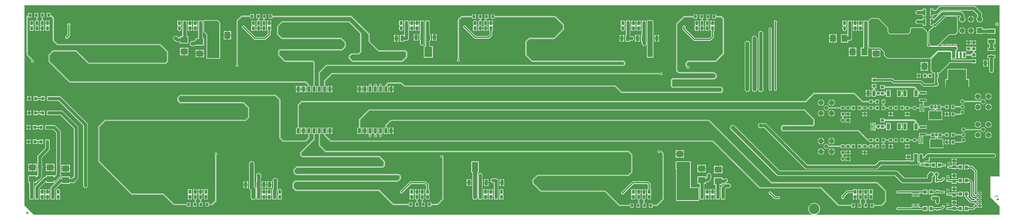
<source format=gtl>
G04 Layer_Physical_Order=1*
G04 Layer_Color=65280*
%FSLAX44Y44*%
%MOMM*%
G71*
G01*
G75*
%ADD10R,1.0668X2.6000*%
%ADD11R,10.7950X2.6000*%
%ADD12R,0.8000X0.6000*%
%ADD13R,0.8000X0.6000*%
%ADD14R,1.1000X1.2200*%
%ADD15R,1.4000X1.6000*%
%ADD16R,0.9144X1.5240*%
%ADD17R,0.7112X1.5240*%
%ADD18R,2.1590X1.2700*%
%ADD19R,1.6500X2.5400*%
%ADD20R,3.0000X3.5000*%
%ADD21R,1.8500X5.2000*%
%ADD22R,1.6500X2.8500*%
%ADD23R,3.2000X1.0000*%
%ADD24R,1.6000X2.7000*%
%ADD25R,1.8000X1.6000*%
%ADD26R,0.5000X3.3000*%
%ADD27R,3.1500X1.9600*%
%ADD28R,3.3000X0.5000*%
%ADD29R,1.2200X1.1000*%
%ADD30R,1.6000X1.8000*%
%ADD31R,1.0000X3.2000*%
%ADD32R,1.6000X1.4000*%
%ADD33R,3.5000X3.0000*%
%ADD34C,1.6000*%
%ADD35C,0.1850*%
%ADD36C,2.0000*%
%ADD37C,0.7000*%
%ADD38C,1.0000*%
%ADD39C,0.2540*%
%ADD40R,6.0960X4.0640*%
%ADD41R,1.3970X1.6510*%
%ADD42R,0.5080X1.6510*%
%ADD43R,3.7657X4.9892*%
%ADD44R,10.5000X6.0000*%
%ADD45R,6.5000X18.5000*%
%ADD46R,2.5000X17.5000*%
%ADD47R,3.0000X5.0000*%
%ADD48R,11.0000X3.5000*%
%ADD49C,1.6000*%
%ADD50R,1.4224X1.9050*%
%ADD51O,1.4224X2.1590*%
%ADD52R,1.4000X1.9050*%
%ADD53C,2.5400*%
%ADD54R,2.5400X2.5400*%
%ADD55C,2.0000*%
%ADD56R,1.6700X1.6700*%
%ADD57C,1.6700*%
%ADD58C,1.2700*%
%ADD59R,1.2700X1.2700*%
%ADD60C,1.0000*%
%ADD61C,0.7620*%
%ADD62C,0.9000*%
%ADD63C,5.0800*%
%ADD64C,0.7000*%
G36*
X4695870Y188000D02*
X4653250D01*
X4652000Y186750D01*
Y88000D01*
X4695870Y44130D01*
Y3130D01*
X3809867D01*
X3809767Y4400D01*
X3810200Y4469D01*
X3814387Y5829D01*
X3818310Y7828D01*
X3821871Y10416D01*
X3824984Y13529D01*
X3827572Y17091D01*
X3829571Y21013D01*
X3830931Y25200D01*
X3831620Y29549D01*
Y33951D01*
X3830931Y38300D01*
X3829571Y42487D01*
X3827572Y46410D01*
X3824984Y49971D01*
X3821871Y53084D01*
X3818310Y55672D01*
X3814387Y57671D01*
X3810200Y59031D01*
X3805851Y59720D01*
X3801449D01*
X3797101Y59031D01*
X3792913Y57671D01*
X3788990Y55672D01*
X3785429Y53084D01*
X3782316Y49971D01*
X3779728Y46410D01*
X3777729Y42487D01*
X3776369Y38300D01*
X3775680Y33951D01*
Y29549D01*
X3776369Y25200D01*
X3777729Y21013D01*
X3779728Y17091D01*
X3782316Y13529D01*
X3785429Y10416D01*
X3788990Y7828D01*
X3792913Y5829D01*
X3797101Y4469D01*
X3797533Y4400D01*
X3797433Y3130D01*
X48120D01*
X3130Y48120D01*
Y1012870D01*
X4695870D01*
Y188000D01*
D02*
G37*
%LPC*%
G36*
X62070Y248627D02*
X44000D01*
Y233057D01*
X62070D01*
Y248627D01*
D02*
G37*
G36*
X4518570Y244570D02*
X4497430D01*
Y239189D01*
X4488570D01*
Y244570D01*
X4465430D01*
Y239189D01*
X4452000D01*
X4449632Y238718D01*
X4449410Y238570D01*
X4445430D01*
Y227430D01*
X4449410D01*
X4449632Y227282D01*
X4452000Y226811D01*
X4465430D01*
Y223430D01*
X4488570D01*
Y226811D01*
X4497430D01*
Y221430D01*
X4518570D01*
Y244570D01*
D02*
G37*
G36*
X40000Y248627D02*
X21930D01*
Y233057D01*
X40000D01*
Y248627D01*
D02*
G37*
G36*
X125000D02*
X106930D01*
Y233057D01*
X125000D01*
Y248627D01*
D02*
G37*
G36*
X147070D02*
X129000D01*
Y233057D01*
X147070D01*
Y248627D01*
D02*
G37*
G36*
X3548655Y445570D02*
X3545345D01*
X3542148Y444713D01*
X3539282Y443059D01*
X3536942Y440718D01*
X3535287Y437852D01*
X3534430Y434655D01*
Y431345D01*
X3535287Y428148D01*
X3536942Y425282D01*
X3539282Y422942D01*
X3542148Y421287D01*
X3545345Y420430D01*
X3548655D01*
X3551852Y421287D01*
X3553674Y422339D01*
X3562584D01*
X3759461Y225461D01*
X3761669Y223767D01*
X3764241Y222702D01*
X3767000Y222339D01*
X4102000D01*
X4104759Y222702D01*
X4107331Y223767D01*
X4109539Y225461D01*
X4126416Y242339D01*
X4255446D01*
X4255716Y242227D01*
X4258475Y241864D01*
X4295410D01*
X4298169Y242227D01*
X4300741Y243292D01*
X4302949Y244986D01*
X4304643Y247194D01*
X4305708Y249766D01*
X4306071Y252525D01*
X4305708Y255284D01*
X4304643Y257855D01*
X4302949Y260063D01*
X4302661Y260351D01*
Y277080D01*
X4302920D01*
Y298920D01*
X4281080D01*
Y277080D01*
X4281339D01*
Y263186D01*
X4268570D01*
Y264570D01*
X4257693D01*
X4257000Y264661D01*
X4256307Y264570D01*
X4245430D01*
Y263661D01*
X4122000D01*
X4119241Y263298D01*
X4116669Y262233D01*
X4114461Y260539D01*
X4097584Y243661D01*
X3771416D01*
X3574539Y440539D01*
X3572331Y442233D01*
X3569759Y443298D01*
X3567000Y443661D01*
X3553674D01*
X3551852Y444713D01*
X3548655Y445570D01*
D02*
G37*
G36*
X4488570Y260000D02*
X4479000D01*
Y251430D01*
X4488570D01*
Y260000D01*
D02*
G37*
G36*
X4450000Y257620D02*
X4445430D01*
Y254050D01*
X4450000D01*
Y257620D01*
D02*
G37*
G36*
X4475000Y260000D02*
X4465430D01*
Y251430D01*
X4475000D01*
Y260000D01*
D02*
G37*
G36*
X4450000Y250050D02*
X4445430D01*
Y246480D01*
X4450000D01*
Y250050D01*
D02*
G37*
G36*
X4458570D02*
X4454000D01*
Y246480D01*
X4458570D01*
Y250050D01*
D02*
G37*
G36*
X3340001Y238627D02*
X3321930D01*
Y223057D01*
X3340001D01*
Y238627D01*
D02*
G37*
G36*
X3362070D02*
X3344001D01*
Y223057D01*
X3362070D01*
Y238627D01*
D02*
G37*
G36*
X147070Y229057D02*
X129000D01*
Y213487D01*
X147070D01*
Y229057D01*
D02*
G37*
G36*
X62070Y229057D02*
X44000D01*
Y213487D01*
X62070D01*
Y229057D01*
D02*
G37*
G36*
X125000Y229057D02*
X106930D01*
Y213487D01*
X125000D01*
Y229057D01*
D02*
G37*
G36*
X200000Y243627D02*
X181930D01*
Y228057D01*
X200000D01*
Y243627D01*
D02*
G37*
G36*
X4318838Y298920D02*
X4315962D01*
X4313185Y298176D01*
X4310695Y296738D01*
X4308662Y294705D01*
X4307224Y292215D01*
X4306480Y289438D01*
Y286562D01*
X4306739Y285597D01*
Y264898D01*
X4306702Y264809D01*
X4306339Y262050D01*
X4306702Y259291D01*
X4307767Y256719D01*
X4309461Y254511D01*
X4311670Y252817D01*
X4314241Y251752D01*
X4317000Y251389D01*
X4326050D01*
X4328809Y251752D01*
X4331381Y252817D01*
X4333589Y254511D01*
X4334522Y255445D01*
X4335430Y254557D01*
X4335430Y253305D01*
Y249189D01*
X4317000D01*
X4314632Y248718D01*
X4314410Y248570D01*
X4310430D01*
Y237430D01*
X4314410D01*
X4314632Y237282D01*
X4317000Y236811D01*
X4335430D01*
Y233430D01*
X4358570D01*
Y236811D01*
X4367430D01*
Y231430D01*
X4388570D01*
Y254570D01*
X4367430D01*
Y249189D01*
X4358570D01*
Y254570D01*
X4336700D01*
X4335443Y254570D01*
X4334555Y255477D01*
X4340416Y261339D01*
X4347000D01*
X4347693Y261430D01*
X4358570D01*
Y277339D01*
X4667000D01*
X4667693Y277430D01*
X4668392D01*
X4669066Y277611D01*
X4669759Y277702D01*
X4670405Y277969D01*
X4671080Y278150D01*
X4671685Y278500D01*
X4672331Y278767D01*
X4672885Y279193D01*
X4673490Y279542D01*
X4673984Y280036D01*
X4674539Y280461D01*
X4674964Y281016D01*
X4675458Y281510D01*
X4675807Y282115D01*
X4676233Y282669D01*
X4676500Y283315D01*
X4676850Y283920D01*
X4677031Y284595D01*
X4677298Y285241D01*
X4677389Y285933D01*
X4677570Y286608D01*
Y287307D01*
X4677661Y288000D01*
X4677570Y288693D01*
Y289392D01*
X4677389Y290067D01*
X4677298Y290759D01*
X4677031Y291405D01*
X4676850Y292080D01*
X4676500Y292685D01*
X4676233Y293331D01*
X4675807Y293885D01*
X4675458Y294490D01*
X4674964Y294984D01*
X4674539Y295539D01*
X4673984Y295964D01*
X4673490Y296458D01*
X4672885Y296807D01*
X4672331Y297233D01*
X4671685Y297500D01*
X4671080Y297850D01*
X4670405Y298030D01*
X4669759Y298298D01*
X4669066Y298389D01*
X4668392Y298570D01*
X4667693D01*
X4667000Y298661D01*
X4352000D01*
X4349241Y298298D01*
X4346669Y297233D01*
X4344461Y295539D01*
X4339461Y290539D01*
X4337767Y288331D01*
X4336702Y285759D01*
X4336339Y283000D01*
Y282661D01*
X4336000D01*
X4333241Y282298D01*
X4330669Y281233D01*
X4329331Y280206D01*
X4328061Y280832D01*
Y285597D01*
X4328320Y286562D01*
Y289438D01*
X4327576Y292215D01*
X4326138Y294705D01*
X4324105Y296738D01*
X4321615Y298176D01*
X4318838Y298920D01*
D02*
G37*
G36*
X4416570Y254570D02*
X4395430D01*
Y231430D01*
X4416570D01*
Y236336D01*
X4430410D01*
X4432779Y236807D01*
X4433000Y236955D01*
X4436980D01*
Y248095D01*
X4433000D01*
X4432779Y248243D01*
X4430410Y248714D01*
X4416570D01*
Y254570D01*
D02*
G37*
G36*
X3282070Y243627D02*
X3264000D01*
Y228057D01*
X3282070D01*
Y243627D01*
D02*
G37*
G36*
X222070D02*
X204000D01*
Y228057D01*
X222070D01*
Y243627D01*
D02*
G37*
G36*
X3260000D02*
X3241930D01*
Y228057D01*
X3260000D01*
Y243627D01*
D02*
G37*
G36*
X3851772Y305600D02*
X3838600D01*
Y292428D01*
X3841054Y292917D01*
X3843833Y294068D01*
X3846334Y295739D01*
X3848461Y297866D01*
X3850132Y300367D01*
X3851283Y303146D01*
X3851772Y305600D01*
D02*
G37*
G36*
X3902571D02*
X3889399D01*
Y292428D01*
X3891854Y292917D01*
X3894633Y294068D01*
X3897134Y295739D01*
X3899261Y297866D01*
X3900932Y300367D01*
X3902083Y303146D01*
X3902571Y305600D01*
D02*
G37*
G36*
X4268570Y292570D02*
X4259001D01*
Y284000D01*
X4268570D01*
Y292570D01*
D02*
G37*
G36*
X3177070Y294057D02*
X3159000D01*
Y278487D01*
X3177070D01*
Y294057D01*
D02*
G37*
G36*
X4255000Y292570D02*
X4245430D01*
Y284000D01*
X4255000D01*
Y292570D01*
D02*
G37*
G36*
X3834599Y305600D02*
X3821429D01*
X3821917Y303146D01*
X3823068Y300367D01*
X3824739Y297866D01*
X3826866Y295739D01*
X3829367Y294068D01*
X3832146Y292917D01*
X3834599Y292429D01*
Y305600D01*
D02*
G37*
G36*
X4045000Y301000D02*
X4036430D01*
Y293430D01*
X4045000D01*
Y301000D01*
D02*
G37*
G36*
X4057570D02*
X4049000D01*
Y293430D01*
X4057570D01*
Y301000D01*
D02*
G37*
G36*
X3977570Y301000D02*
X3969000D01*
Y293430D01*
X3977570D01*
Y301000D01*
D02*
G37*
G36*
X3885399Y305600D02*
X3872229D01*
X3872717Y303146D01*
X3873868Y300367D01*
X3875539Y297866D01*
X3877666Y295739D01*
X3880167Y294068D01*
X3882946Y292917D01*
X3885399Y292429D01*
Y305600D01*
D02*
G37*
G36*
X3965000Y301000D02*
X3956430D01*
Y293430D01*
X3965000D01*
Y301000D01*
D02*
G37*
G36*
X3951800Y311800D02*
X3932200D01*
Y294200D01*
X3939221D01*
Y282871D01*
X3937682Y282458D01*
X3935368Y281122D01*
X3933478Y279232D01*
X3932142Y276918D01*
X3931450Y274336D01*
Y271664D01*
X3932142Y269082D01*
X3933478Y266768D01*
X3935368Y264878D01*
X3937682Y263542D01*
X3940264Y262850D01*
X3942936D01*
X3945518Y263542D01*
X3947832Y264878D01*
X3949722Y266768D01*
X3951058Y269082D01*
X3951750Y271664D01*
Y274336D01*
X3951058Y276918D01*
X3949722Y279232D01*
X3947832Y281122D01*
X3945518Y282458D01*
X3944778Y282656D01*
Y294200D01*
X3951800D01*
Y311800D01*
D02*
G37*
G36*
X4475000Y272570D02*
X4465430D01*
Y264000D01*
X4475000D01*
Y272570D01*
D02*
G37*
G36*
X3977920Y271000D02*
X3969000D01*
Y262080D01*
X3977920D01*
Y271000D01*
D02*
G37*
G36*
X4458570Y257620D02*
X4454000D01*
Y254050D01*
X4458570D01*
Y257620D01*
D02*
G37*
G36*
X3965000Y271000D02*
X3956080D01*
Y262080D01*
X3965000D01*
Y271000D01*
D02*
G37*
G36*
X4488570Y272570D02*
X4479000D01*
Y264000D01*
X4488570D01*
Y272570D01*
D02*
G37*
G36*
X3977920Y283920D02*
X3969000D01*
Y275000D01*
X3977920D01*
Y283920D01*
D02*
G37*
G36*
X3155000Y294057D02*
X3136930D01*
Y278487D01*
X3155000D01*
Y294057D01*
D02*
G37*
G36*
X3965000Y283920D02*
X3956080D01*
Y275000D01*
X3965000D01*
Y283920D01*
D02*
G37*
G36*
X4255000Y280000D02*
X4245430D01*
Y271430D01*
X4255000D01*
Y280000D01*
D02*
G37*
G36*
X4268570D02*
X4259001D01*
Y271430D01*
X4268570D01*
Y280000D01*
D02*
G37*
G36*
X1154000Y164070D02*
X1145430D01*
Y150000D01*
X1154000D01*
Y164070D01*
D02*
G37*
G36*
X1166570D02*
X1158000D01*
Y150000D01*
X1166570D01*
Y164070D01*
D02*
G37*
G36*
X1078570D02*
X1070000D01*
Y150000D01*
X1078570D01*
Y164070D01*
D02*
G37*
G36*
X1193570D02*
X1185000D01*
Y150000D01*
X1193570D01*
Y164070D01*
D02*
G37*
G36*
X1066000D02*
X1057430D01*
Y150000D01*
X1066000D01*
Y164070D01*
D02*
G37*
G36*
X3412000Y435678D02*
X3408719Y435246D01*
X3405661Y433980D01*
X3403035Y431965D01*
X3401020Y429339D01*
X3399754Y426281D01*
X3399322Y423000D01*
X3399754Y419719D01*
X3401020Y416661D01*
X3403035Y414035D01*
X3623035Y194035D01*
X3623035Y194035D01*
X3625661Y192020D01*
X3628719Y190753D01*
X3632000Y190322D01*
X4191748D01*
X4223035Y159035D01*
X4225661Y157020D01*
X4228719Y155753D01*
X4232000Y155322D01*
X4360650D01*
X4363931Y155753D01*
X4366989Y157020D01*
X4369615Y159035D01*
X4371630Y161661D01*
X4372896Y164719D01*
X4373329Y168000D01*
Y186398D01*
X4374010Y187080D01*
X4377920D01*
Y191583D01*
X4377980Y191661D01*
X4379247Y194719D01*
X4379679Y198000D01*
X4379247Y201281D01*
X4377980Y204339D01*
X4377920Y204417D01*
Y208920D01*
X4373417D01*
X4373339Y208980D01*
X4370281Y210246D01*
X4367000Y210679D01*
X4363719Y210246D01*
X4360661Y208980D01*
X4360583Y208920D01*
X4356080D01*
Y205010D01*
X4351685Y200615D01*
X4349670Y197989D01*
X4348404Y194931D01*
X4347971Y191650D01*
Y180679D01*
X4237252D01*
X4205965Y211965D01*
X4203339Y213980D01*
X4200281Y215247D01*
X4197000Y215679D01*
X3637252D01*
X3420965Y431965D01*
X3418339Y433980D01*
X3415281Y435246D01*
X3412000Y435678D01*
D02*
G37*
G36*
X2224000Y174070D02*
X2215430D01*
Y160000D01*
X2224000D01*
Y174070D01*
D02*
G37*
G36*
X2236570D02*
X2228000D01*
Y160000D01*
X2236570D01*
Y174070D01*
D02*
G37*
G36*
X2153570D02*
X2145000D01*
Y160000D01*
X2153570D01*
Y174070D01*
D02*
G37*
G36*
X4393838Y208920D02*
X4390963D01*
X4388185Y208176D01*
X4385695Y206738D01*
X4383662Y204705D01*
X4382224Y202215D01*
X4381480Y199438D01*
Y196562D01*
X4382224Y193785D01*
X4383662Y191295D01*
X4385695Y189262D01*
X4386211Y188964D01*
Y176670D01*
X4385280D01*
Y159330D01*
X4401420D01*
Y161811D01*
X4415885D01*
X4418253Y162282D01*
X4420262Y163624D01*
X4428593Y171955D01*
X4431980D01*
Y183095D01*
X4428000D01*
X4427779Y183243D01*
X4425410Y183714D01*
X4423042Y183243D01*
X4422820Y183095D01*
X4418840D01*
Y179707D01*
X4413322Y174189D01*
X4401420D01*
Y176670D01*
X4398589D01*
Y188964D01*
X4399105Y189262D01*
X4401138Y191295D01*
X4402576Y193785D01*
X4403320Y196562D01*
Y199438D01*
X4402576Y202215D01*
X4401138Y204705D01*
X4399105Y206738D01*
X4396615Y208176D01*
X4393838Y208920D01*
D02*
G37*
G36*
X2141000Y174070D02*
X2132430D01*
Y160000D01*
X2141000D01*
Y174070D01*
D02*
G37*
G36*
X172000Y573661D02*
X122000D01*
X121307Y573570D01*
X112430D01*
Y567517D01*
X111702Y565759D01*
X111339Y563000D01*
X111702Y560241D01*
X112430Y558483D01*
Y552430D01*
X121307D01*
X122000Y552339D01*
X167584D01*
X286339Y433584D01*
Y143000D01*
X286702Y140241D01*
X287767Y137669D01*
X289461Y135461D01*
X291669Y133767D01*
X294241Y132702D01*
X297000Y132339D01*
X299759Y132702D01*
X302331Y133767D01*
X304539Y135461D01*
X306233Y137669D01*
X307298Y140241D01*
X307661Y143000D01*
Y438000D01*
X307298Y440759D01*
X306233Y443331D01*
X304539Y445539D01*
X179539Y570539D01*
X177331Y572233D01*
X174759Y573298D01*
X172000Y573661D01*
D02*
G37*
G36*
X2141000Y156000D02*
X2132430D01*
Y141930D01*
X2141000D01*
Y156000D01*
D02*
G37*
G36*
X1193570Y146000D02*
X1185000D01*
Y131930D01*
X1193570D01*
Y146000D01*
D02*
G37*
G36*
X1166570Y146000D02*
X1158000D01*
Y131930D01*
X1166570D01*
Y146000D01*
D02*
G37*
G36*
X1181000Y146000D02*
X1172430D01*
Y131930D01*
X1181000D01*
Y146000D01*
D02*
G37*
G36*
X2153570Y156000D02*
X2145000D01*
Y141930D01*
X2153570D01*
Y156000D01*
D02*
G37*
G36*
X2311570Y156000D02*
X2303000D01*
Y141930D01*
X2311570D01*
Y156000D01*
D02*
G37*
G36*
X1181000Y164070D02*
X1172430D01*
Y150000D01*
X1181000D01*
Y164070D01*
D02*
G37*
G36*
X2299000Y156000D02*
X2290430D01*
Y141930D01*
X2299000D01*
Y156000D01*
D02*
G37*
G36*
X2224000Y156000D02*
X2215430D01*
Y141930D01*
X2224000D01*
Y156000D01*
D02*
G37*
G36*
X2236570D02*
X2228000D01*
Y141930D01*
X2236570D01*
Y156000D01*
D02*
G37*
G36*
X4488570Y202570D02*
X4479000D01*
Y194000D01*
X4488570D01*
Y202570D01*
D02*
G37*
G36*
X3340001Y219057D02*
X3321930D01*
Y203487D01*
X3340001D01*
Y219057D01*
D02*
G37*
G36*
X4475000Y202570D02*
X4465430D01*
Y194000D01*
X4475000D01*
Y202570D01*
D02*
G37*
G36*
X113865Y365639D02*
X113172Y365547D01*
X104295D01*
Y359494D01*
X103567Y357737D01*
X103204Y354977D01*
Y324281D01*
X69461Y290539D01*
X67767Y288331D01*
X66702Y285759D01*
X66339Y283000D01*
Y239674D01*
X65287Y237852D01*
X64430Y234655D01*
Y231345D01*
X65287Y228148D01*
X66339Y226326D01*
Y192416D01*
X63243Y189321D01*
X62070Y189806D01*
Y192513D01*
X21930D01*
Y157373D01*
X27439D01*
Y114300D01*
Y88900D01*
X27802Y86141D01*
X28418Y84654D01*
Y76805D01*
X47782D01*
Y84654D01*
X48398Y86141D01*
X48761Y88900D01*
Y114300D01*
Y157373D01*
X62070D01*
Y164282D01*
X63943D01*
X66703Y164646D01*
X69274Y165711D01*
X71482Y167405D01*
X84539Y180461D01*
X86233Y182669D01*
X87298Y185241D01*
X87661Y188000D01*
Y210813D01*
X87847Y211508D01*
Y214291D01*
X87661Y214986D01*
Y226326D01*
X88713Y228148D01*
X89570Y231345D01*
Y234655D01*
X88713Y237852D01*
X87661Y239674D01*
Y249422D01*
X87847Y250117D01*
Y252900D01*
X87661Y253595D01*
Y278584D01*
X121404Y312326D01*
X123098Y314534D01*
X124163Y317106D01*
X124526Y319865D01*
Y354977D01*
X124163Y357737D01*
X123435Y359494D01*
Y365547D01*
X114558D01*
X113865Y365639D01*
D02*
G37*
G36*
X145724Y434937D02*
X113865D01*
X113172Y434846D01*
X104295D01*
Y428793D01*
X103567Y427035D01*
X103204Y424276D01*
X103567Y421517D01*
X104295Y419759D01*
Y413706D01*
X113172D01*
X113865Y413615D01*
X141308D01*
X156339Y398584D01*
Y199674D01*
X155287Y197852D01*
X154742Y195819D01*
X148243Y189321D01*
X147070Y189806D01*
Y192513D01*
X106930D01*
Y185605D01*
X103943D01*
X101184Y185241D01*
X98613Y184176D01*
X96405Y182482D01*
X55961Y142039D01*
X54267Y139831D01*
X53202Y137259D01*
X52839Y134500D01*
Y114300D01*
Y88900D01*
X53202Y86141D01*
X53818Y84654D01*
Y76805D01*
X73182D01*
Y84654D01*
X73798Y86141D01*
X74161Y88900D01*
Y114300D01*
Y130084D01*
X105757Y161679D01*
X106930Y161194D01*
Y157373D01*
X147070D01*
Y164282D01*
X148943D01*
X151703Y164646D01*
X154274Y165711D01*
X156482Y167405D01*
X169819Y180742D01*
X171852Y181287D01*
X174718Y182941D01*
X177059Y185282D01*
X178713Y188148D01*
X179570Y191345D01*
Y194655D01*
X178713Y197852D01*
X177661Y199674D01*
Y403000D01*
X177298Y405759D01*
X176233Y408331D01*
X174539Y410539D01*
X153263Y431814D01*
X151055Y433509D01*
X148483Y434574D01*
X145724Y434937D01*
D02*
G37*
G36*
X3362070Y219057D02*
X3344001D01*
Y203487D01*
X3362070D01*
Y219057D01*
D02*
G37*
G36*
X3282070Y224057D02*
X3264000D01*
Y208487D01*
X3282070D01*
Y224057D01*
D02*
G37*
G36*
X40000Y229057D02*
X21930D01*
Y213487D01*
X40000D01*
Y229057D01*
D02*
G37*
G36*
X3260000Y224057D02*
X3241930D01*
Y208487D01*
X3260000D01*
Y224057D01*
D02*
G37*
G36*
X200000Y224057D02*
X181930D01*
Y208487D01*
X200000D01*
Y224057D01*
D02*
G37*
G36*
X222070D02*
X204000D01*
Y208487D01*
X222070D01*
Y224057D01*
D02*
G37*
G36*
X180895Y504766D02*
X121314D01*
X120621Y504675D01*
X111744D01*
Y498622D01*
X111016Y496864D01*
X110653Y494105D01*
X111016Y491346D01*
X111744Y489588D01*
Y483535D01*
X120621D01*
X121314Y483444D01*
X176479D01*
X241339Y418584D01*
Y187416D01*
X234181Y180258D01*
X232148Y179713D01*
X230326Y178661D01*
X222070D01*
Y187513D01*
X181930D01*
Y178661D01*
X177000D01*
X174241Y178298D01*
X171669Y177233D01*
X169461Y175539D01*
X132161Y138239D01*
X130467Y136031D01*
X129402Y133459D01*
X129039Y130700D01*
Y114300D01*
Y88900D01*
X129402Y86141D01*
X130018Y84654D01*
Y76805D01*
X149382D01*
Y84654D01*
X149998Y86141D01*
X150361Y88900D01*
Y114300D01*
Y126284D01*
X180660Y156583D01*
X181930Y156057D01*
Y152373D01*
X222070D01*
Y157339D01*
X230326D01*
X232148Y156287D01*
X235345Y155430D01*
X238655D01*
X241852Y156287D01*
X244718Y157942D01*
X247059Y160282D01*
X248713Y163148D01*
X249258Y165181D01*
X259539Y175461D01*
X261233Y177669D01*
X262298Y180241D01*
X262661Y183000D01*
Y423000D01*
X262298Y425759D01*
X261233Y428331D01*
X259539Y430539D01*
X188434Y501644D01*
X186226Y503338D01*
X183654Y504403D01*
X180895Y504766D01*
D02*
G37*
G36*
X3297000Y203661D02*
X3296307Y203570D01*
X3295609D01*
X3294933Y203389D01*
X3294241Y203298D01*
X3293595Y203030D01*
X3292920Y202850D01*
X3292315Y202500D01*
X3291669Y202233D01*
X3291115Y201807D01*
X3290510Y201458D01*
X3290016Y200964D01*
X3289461Y200539D01*
X3289036Y199984D01*
X3288542Y199490D01*
X3288192Y198885D01*
X3287767Y198331D01*
X3287500Y197685D01*
X3287150Y197080D01*
X3286970Y196405D01*
X3286702Y195759D01*
X3286611Y195067D01*
X3286430Y194392D01*
Y193693D01*
X3286339Y193000D01*
Y182416D01*
X3284527Y180605D01*
X3282070D01*
Y187513D01*
X3241930D01*
Y152373D01*
X3253239D01*
Y114300D01*
Y88900D01*
X3253602Y86141D01*
X3254218Y84654D01*
Y76805D01*
X3273582D01*
Y84654D01*
X3274198Y86141D01*
X3274561Y88900D01*
Y114300D01*
Y152373D01*
X3282070D01*
Y159282D01*
X3288943D01*
X3291703Y159646D01*
X3294274Y160711D01*
X3296482Y162405D01*
X3304539Y170461D01*
X3306233Y172669D01*
X3307298Y175241D01*
X3307661Y178000D01*
Y193000D01*
X3307570Y193693D01*
Y194392D01*
X3307389Y195067D01*
X3307298Y195759D01*
X3307031Y196405D01*
X3306850Y197080D01*
X3306500Y197685D01*
X3306233Y198331D01*
X3305807Y198885D01*
X3305458Y199490D01*
X3304964Y199984D01*
X3304539Y200539D01*
X3303984Y200964D01*
X3303490Y201458D01*
X3302885Y201807D01*
X3302331Y202233D01*
X3301685Y202500D01*
X3301080Y202850D01*
X3300405Y203030D01*
X3299759Y203298D01*
X3299066Y203389D01*
X3298392Y203570D01*
X3297693D01*
X3297000Y203661D01*
D02*
G37*
G36*
X4518570Y179570D02*
X4497430D01*
Y174189D01*
X4488570D01*
Y174570D01*
X4465430D01*
Y174189D01*
X4447000D01*
X4444632Y173718D01*
X4444410Y173570D01*
X4440430D01*
Y162430D01*
X4444410D01*
X4444632Y162282D01*
X4447000Y161811D01*
X4465430D01*
Y153430D01*
X4488570D01*
Y161811D01*
X4497430D01*
Y156430D01*
X4518570D01*
Y179570D01*
D02*
G37*
G36*
X2299000Y174070D02*
X2290430D01*
Y160000D01*
X2299000D01*
Y174070D01*
D02*
G37*
G36*
X2311570D02*
X2303000D01*
Y160000D01*
X2311570D01*
Y174070D01*
D02*
G37*
G36*
X4475000Y190000D02*
X4465430D01*
Y181430D01*
X4475000D01*
Y190000D01*
D02*
G37*
G36*
X4445000Y192620D02*
X4440430D01*
Y189050D01*
X4445000D01*
Y192620D01*
D02*
G37*
G36*
X4453570D02*
X4449000D01*
Y189050D01*
X4453570D01*
Y192620D01*
D02*
G37*
G36*
Y185050D02*
X4449000D01*
Y181480D01*
X4453570D01*
Y185050D01*
D02*
G37*
G36*
X4488570Y190000D02*
X4479000D01*
Y181430D01*
X4488570D01*
Y190000D01*
D02*
G37*
G36*
X4445000Y185050D02*
X4440430D01*
Y181480D01*
X4445000D01*
Y185050D01*
D02*
G37*
G36*
X3155000Y313627D02*
X3136930D01*
Y298057D01*
X3155000D01*
Y313627D01*
D02*
G37*
G36*
X1344200Y405650D02*
X1335380D01*
Y392380D01*
X1344200D01*
Y405650D01*
D02*
G37*
G36*
X1357020D02*
X1348200D01*
Y392380D01*
X1357020D01*
Y405650D01*
D02*
G37*
G36*
X4523290Y398200D02*
X4520710D01*
X4518217Y397532D01*
X4515983Y396242D01*
X4514158Y394417D01*
X4512868Y392183D01*
X4512599Y391178D01*
X4480800D01*
Y397800D01*
X4463200D01*
Y378200D01*
X4480800D01*
Y385622D01*
X4512599D01*
X4512868Y384617D01*
X4514158Y382383D01*
X4515983Y380558D01*
X4518217Y379268D01*
X4520710Y378600D01*
X4523290D01*
X4525782Y379268D01*
X4528017Y380558D01*
X4529842Y382383D01*
X4531132Y384617D01*
X4531800Y387110D01*
Y389690D01*
X4531132Y392183D01*
X4529842Y394417D01*
X4528017Y396242D01*
X4525782Y397532D01*
X4523290Y398200D01*
D02*
G37*
G36*
X4380569Y397455D02*
X4366599D01*
X4365897Y397315D01*
X4365302Y396917D01*
X4364904Y396322D01*
X4364764Y395620D01*
Y390778D01*
X4344800D01*
Y397300D01*
X4309200D01*
Y383700D01*
X4321721D01*
Y381300D01*
X4319700D01*
Y344700D01*
X4328300D01*
Y381300D01*
X4327278D01*
Y383700D01*
X4344800D01*
Y385222D01*
X4364764D01*
Y379110D01*
X4364904Y378407D01*
X4365302Y377812D01*
X4365897Y377414D01*
X4366599Y377275D01*
X4380569D01*
X4381272Y377414D01*
X4381867Y377812D01*
X4382265Y378407D01*
X4382405Y379110D01*
Y395620D01*
X4382265Y396322D01*
X4381867Y396917D01*
X4381272Y397315D01*
X4380569Y397455D01*
D02*
G37*
G36*
X4450800Y397800D02*
X4433200D01*
Y390778D01*
X4419235D01*
Y395620D01*
X4419095Y396322D01*
X4418697Y396917D01*
X4418102Y397315D01*
X4417400Y397455D01*
X4403430D01*
X4402727Y397315D01*
X4402132Y396917D01*
X4401734Y396322D01*
X4401594Y395620D01*
Y379110D01*
X4401734Y378407D01*
X4402132Y377812D01*
X4402727Y377414D01*
X4403430Y377275D01*
X4417400D01*
X4418102Y377414D01*
X4418697Y377812D01*
X4419095Y378407D01*
X4419235Y379110D01*
Y385222D01*
X4433200D01*
Y378200D01*
X4450800D01*
Y397800D01*
D02*
G37*
G36*
X1471200Y405650D02*
X1462380D01*
Y392380D01*
X1471200D01*
Y405650D01*
D02*
G37*
G36*
X1766200D02*
X1757380D01*
Y392380D01*
X1766200D01*
Y405650D01*
D02*
G37*
G36*
X1779020D02*
X1770200D01*
Y392380D01*
X1779020D01*
Y405650D01*
D02*
G37*
G36*
X1652020D02*
X1643200D01*
Y392380D01*
X1652020D01*
Y405650D01*
D02*
G37*
G36*
X1484020D02*
X1475200D01*
Y392380D01*
X1484020D01*
Y405650D01*
D02*
G37*
G36*
X1639200D02*
X1630380D01*
Y392380D01*
X1639200D01*
Y405650D01*
D02*
G37*
G36*
X1702050Y422150D02*
X1681950D01*
Y393150D01*
X1689222D01*
Y388668D01*
X1688431Y388341D01*
X1686659Y386569D01*
X1685700Y384253D01*
Y381747D01*
X1686659Y379431D01*
X1688431Y377659D01*
X1690747Y376700D01*
X1693253D01*
X1695569Y377659D01*
X1697341Y379431D01*
X1698300Y381747D01*
Y384253D01*
X1697341Y386569D01*
X1695569Y388341D01*
X1694778Y388668D01*
Y393150D01*
X1702050D01*
Y422150D01*
D02*
G37*
G36*
X1727450D02*
X1707350D01*
Y393150D01*
X1714622D01*
Y388834D01*
X1713431Y388341D01*
X1711659Y386569D01*
X1710700Y384253D01*
Y381747D01*
X1711659Y379431D01*
X1713431Y377659D01*
X1715747Y376700D01*
X1718253D01*
X1720569Y377659D01*
X1722341Y379431D01*
X1723300Y381747D01*
Y384253D01*
X1722341Y386569D01*
X1720569Y388341D01*
X1720178Y388503D01*
Y393150D01*
X1727450D01*
Y422150D01*
D02*
G37*
G36*
X1676650D02*
X1656550D01*
Y393150D01*
X1664222D01*
Y388668D01*
X1663431Y388341D01*
X1661659Y386569D01*
X1660700Y384253D01*
Y381747D01*
X1661659Y379431D01*
X1663431Y377659D01*
X1665747Y376700D01*
X1668253D01*
X1670569Y377659D01*
X1672341Y379431D01*
X1673300Y381747D01*
Y384253D01*
X1672341Y386569D01*
X1670569Y388341D01*
X1669778Y388668D01*
Y393150D01*
X1676650D01*
Y422150D01*
D02*
G37*
G36*
X4589600Y385600D02*
X4576429D01*
X4576917Y383146D01*
X4578068Y380367D01*
X4579739Y377866D01*
X4581866Y375739D01*
X4584367Y374068D01*
X4587146Y372917D01*
X4589600Y372429D01*
Y385600D01*
D02*
G37*
G36*
X4640400D02*
X4627229D01*
X4627717Y383146D01*
X4628868Y380367D01*
X4630539Y377866D01*
X4632666Y375739D01*
X4635167Y374068D01*
X4637946Y372917D01*
X4640400Y372429D01*
Y385600D01*
D02*
G37*
G36*
X4589600Y402771D02*
X4587146Y402283D01*
X4584367Y401132D01*
X4581866Y399461D01*
X4579739Y397334D01*
X4578068Y394833D01*
X4576917Y392054D01*
X4576429Y389600D01*
X4589600D01*
Y402771D01*
D02*
G37*
G36*
X4389999Y398190D02*
X4384858D01*
Y390000D01*
X4389999D01*
Y398190D01*
D02*
G37*
G36*
X4399142D02*
X4394000D01*
Y390000D01*
X4399142D01*
Y398190D01*
D02*
G37*
G36*
X4644400Y402771D02*
Y389600D01*
X4657571D01*
X4657083Y392054D01*
X4655932Y394833D01*
X4654261Y397334D01*
X4652134Y399461D01*
X4649633Y401132D01*
X4646854Y402283D01*
X4644400Y402771D01*
D02*
G37*
G36*
X4640400Y402771D02*
X4637946Y402283D01*
X4635167Y401132D01*
X4632666Y399461D01*
X4630539Y397334D01*
X4628868Y394833D01*
X4627717Y392054D01*
X4627229Y389600D01*
X4640400D01*
Y402771D01*
D02*
G37*
G36*
X4593600Y402771D02*
Y389600D01*
X4606772D01*
X4606283Y392054D01*
X4605132Y394833D01*
X4603461Y397334D01*
X4601334Y399461D01*
X4598833Y401132D01*
X4596054Y402283D01*
X4593600Y402771D01*
D02*
G37*
G36*
X4142570Y467570D02*
X4121430D01*
Y448430D01*
X4142570D01*
Y455686D01*
X4284274D01*
X4289937Y450024D01*
Y444820D01*
X4282680D01*
Y411180D01*
X4304320D01*
Y421936D01*
X4308430D01*
Y417930D01*
X4345570D01*
Y433070D01*
X4308430D01*
Y429063D01*
X4304320D01*
Y444820D01*
X4297064D01*
Y451500D01*
X4296792Y452864D01*
X4296020Y454020D01*
X4288270Y461770D01*
X4287114Y462542D01*
X4285750Y462813D01*
X4142570D01*
Y467570D01*
D02*
G37*
G36*
X4606771Y436400D02*
X4593600D01*
Y423229D01*
X4596054Y423717D01*
X4598833Y424868D01*
X4601334Y426539D01*
X4603461Y428666D01*
X4605132Y431167D01*
X4606283Y433946D01*
X4606771Y436400D01*
D02*
G37*
G36*
X4618553Y424800D02*
X4615446D01*
X4612445Y423996D01*
X4609755Y422442D01*
X4607558Y420245D01*
X4606004Y417555D01*
X4605528Y415778D01*
X4531616D01*
X4531132Y417583D01*
X4529842Y419817D01*
X4528017Y421642D01*
X4525782Y422932D01*
X4523290Y423600D01*
X4520710D01*
X4518217Y422932D01*
X4515983Y421642D01*
X4514158Y419817D01*
X4512868Y417583D01*
X4512200Y415090D01*
Y412510D01*
X4512868Y410017D01*
X4514158Y407783D01*
X4515983Y405958D01*
X4518217Y404668D01*
X4520710Y404000D01*
X4523290D01*
X4525782Y404668D01*
X4528017Y405958D01*
X4529842Y407783D01*
X4531132Y410017D01*
X4531187Y410222D01*
X4605528D01*
X4606004Y408445D01*
X4607558Y405755D01*
X4609755Y403558D01*
X4612445Y402004D01*
X4615446Y401200D01*
X4618553D01*
X4621555Y402004D01*
X4624245Y403558D01*
X4626442Y405755D01*
X4627996Y408445D01*
X4628800Y411446D01*
Y414553D01*
X4627996Y417555D01*
X4626442Y420245D01*
X4624245Y422442D01*
X4621555Y423996D01*
X4618553Y424800D01*
D02*
G37*
G36*
X21864Y422276D02*
X14295D01*
Y413706D01*
X21864D01*
Y422276D01*
D02*
G37*
G36*
X33435D02*
X25864D01*
Y413706D01*
X33435D01*
Y422276D01*
D02*
G37*
G36*
X4657571Y436400D02*
X4644400D01*
Y423229D01*
X4646854Y423717D01*
X4649633Y424868D01*
X4652134Y426539D01*
X4654261Y428666D01*
X4655932Y431167D01*
X4657083Y433946D01*
X4657571Y436400D01*
D02*
G37*
G36*
X33435Y434846D02*
X25864D01*
Y426276D01*
X33435D01*
Y434846D01*
D02*
G37*
G36*
X4078000Y447070D02*
X4074930D01*
Y430000D01*
X4078000D01*
Y447070D01*
D02*
G37*
G36*
X21864Y434846D02*
X14295D01*
Y426276D01*
X21864D01*
Y434846D01*
D02*
G37*
G36*
X4589600Y436400D02*
X4576429D01*
X4576917Y433946D01*
X4578068Y431167D01*
X4579739Y428666D01*
X4581866Y426539D01*
X4584367Y424868D01*
X4587146Y423717D01*
X4589600Y423229D01*
Y436400D01*
D02*
G37*
G36*
X4640400D02*
X4627229D01*
X4627717Y433946D01*
X4628868Y431167D01*
X4630539Y428666D01*
X4632666Y426539D01*
X4635167Y424868D01*
X4637946Y423717D01*
X4640400Y423229D01*
Y436400D01*
D02*
G37*
G36*
X1766200Y422920D02*
X1757380D01*
Y409650D01*
X1766200D01*
Y422920D01*
D02*
G37*
G36*
X1344200D02*
X1335380D01*
Y409650D01*
X1344200D01*
Y422920D01*
D02*
G37*
G36*
X1639200D02*
X1630380D01*
Y409650D01*
X1639200D01*
Y422920D01*
D02*
G37*
G36*
X4078000Y426000D02*
X4074930D01*
Y408930D01*
X4078000D01*
Y426000D01*
D02*
G37*
G36*
X4085070D02*
X4082000D01*
Y408930D01*
X4085070D01*
Y426000D01*
D02*
G37*
G36*
X1471200Y422920D02*
X1462380D01*
Y409650D01*
X1471200D01*
Y422920D01*
D02*
G37*
G36*
X1652020D02*
X1643200D01*
Y409650D01*
X1652020D01*
Y422920D01*
D02*
G37*
G36*
X4099070Y447070D02*
X4088930D01*
Y408930D01*
X4099070D01*
Y424436D01*
X4102012D01*
X4102150Y423920D01*
X4103542Y421510D01*
X4105510Y419542D01*
X4107920Y418150D01*
X4110609Y417430D01*
X4113392D01*
X4116080Y418150D01*
X4118490Y419542D01*
X4120160Y421212D01*
X4121430Y420790D01*
Y418430D01*
X4142570D01*
Y424436D01*
X4149680D01*
Y411180D01*
X4171320D01*
Y444820D01*
X4149680D01*
Y431563D01*
X4142570D01*
Y437570D01*
X4121430D01*
Y435210D01*
X4120160Y434788D01*
X4118490Y436458D01*
X4116080Y437850D01*
X4113392Y438570D01*
X4110609D01*
X4107920Y437850D01*
X4105510Y436458D01*
X4103542Y434490D01*
X4102150Y432080D01*
X4102012Y431563D01*
X4099070D01*
Y447070D01*
D02*
G37*
G36*
X1779020Y422920D02*
X1770200D01*
Y409650D01*
X1779020D01*
Y422920D01*
D02*
G37*
G36*
X1357020D02*
X1348200D01*
Y409650D01*
X1357020D01*
Y422920D01*
D02*
G37*
G36*
X1484020D02*
X1475200D01*
Y409650D01*
X1484020D01*
Y422920D01*
D02*
G37*
G36*
X4399142Y386000D02*
X4392000D01*
X4384858D01*
Y377810D01*
X4386519D01*
X4387197Y376540D01*
X4387039Y376302D01*
X4386839Y375300D01*
Y370300D01*
X4361519D01*
X4360517Y370101D01*
X4359667Y369533D01*
X4359099Y368683D01*
X4358899Y367680D01*
Y327040D01*
X4359099Y326037D01*
X4359667Y325187D01*
X4360517Y324619D01*
X4361519Y324419D01*
X4422480D01*
X4423482Y324619D01*
X4424332Y325187D01*
X4424900Y326037D01*
X4425100Y327040D01*
Y367680D01*
X4424900Y368683D01*
X4424332Y369533D01*
X4423482Y370101D01*
X4422480Y370300D01*
X4397160D01*
Y375300D01*
X4396960Y376302D01*
X4396801Y376540D01*
X4397480Y377810D01*
X4399142D01*
Y386000D01*
D02*
G37*
G36*
X4250000Y342570D02*
X4241430D01*
Y335000D01*
X4250000D01*
Y342570D01*
D02*
G37*
G36*
X4262570Y331000D02*
X4254000D01*
Y323430D01*
X4262570D01*
Y331000D01*
D02*
G37*
G36*
X4182570Y331000D02*
X4174000D01*
Y323430D01*
X4182570D01*
Y331000D01*
D02*
G37*
G36*
X4250000Y331000D02*
X4241430D01*
Y323430D01*
X4250000D01*
Y331000D01*
D02*
G37*
G36*
X4262570Y342570D02*
X4254000D01*
Y335000D01*
X4262570D01*
Y342570D01*
D02*
G37*
G36*
X4440000Y351000D02*
X4432430D01*
Y342430D01*
X4440000D01*
Y351000D01*
D02*
G37*
G36*
X4451570D02*
X4444000D01*
Y342430D01*
X4451570D01*
Y351000D01*
D02*
G37*
G36*
X4115800Y342800D02*
X4098200D01*
Y335778D01*
X4086800D01*
Y341800D01*
X4067200D01*
Y335778D01*
X4056800D01*
Y341800D01*
X4037200D01*
Y335778D01*
X4030800D01*
Y342800D01*
X4013200D01*
Y323200D01*
X4030800D01*
Y330222D01*
X4037200D01*
Y324200D01*
X4056800D01*
Y330222D01*
X4067200D01*
Y324200D01*
X4086800D01*
Y330222D01*
X4098200D01*
Y323200D01*
X4115800D01*
Y342800D01*
D02*
G37*
G36*
X4170000Y342570D02*
X4161430D01*
Y335000D01*
X4170000D01*
Y342570D01*
D02*
G37*
G36*
X4182570D02*
X4174000D01*
Y335000D01*
X4182570D01*
Y342570D01*
D02*
G37*
G36*
X4045000Y312570D02*
X4036430D01*
Y305000D01*
X4045000D01*
Y312570D01*
D02*
G37*
G36*
X4057570D02*
X4049000D01*
Y305000D01*
X4057570D01*
Y312570D01*
D02*
G37*
G36*
X3977570D02*
X3969000D01*
Y305000D01*
X3977570D01*
Y312570D01*
D02*
G37*
G36*
X3177070Y313627D02*
X3159000D01*
Y298057D01*
X3177070D01*
Y313627D01*
D02*
G37*
G36*
X3965000Y312570D02*
X3956430D01*
Y305000D01*
X3965000D01*
Y312570D01*
D02*
G37*
G36*
X3834599Y322771D02*
X3832146Y322283D01*
X3829367Y321132D01*
X3826866Y319461D01*
X3824739Y317334D01*
X3823068Y314833D01*
X3821917Y312054D01*
X3821429Y309600D01*
X3834599D01*
Y322771D01*
D02*
G37*
G36*
X3863553Y344800D02*
X3860446D01*
X3857445Y343996D01*
X3854755Y342442D01*
X3852558Y340245D01*
X3851004Y337555D01*
X3850200Y334553D01*
Y331446D01*
X3851004Y328445D01*
X3852558Y325755D01*
X3854755Y323558D01*
X3857445Y322004D01*
X3860446Y321200D01*
X3863553D01*
X3866555Y322004D01*
X3869245Y323558D01*
X3871442Y325755D01*
X3872996Y328445D01*
X3873472Y330222D01*
X3932200D01*
Y324200D01*
X3951800D01*
Y330222D01*
X3957200D01*
Y324200D01*
X3976800D01*
Y330222D01*
X3983200D01*
Y323200D01*
X4000800D01*
Y342800D01*
X3983200D01*
Y335778D01*
X3976800D01*
Y341800D01*
X3957200D01*
Y335778D01*
X3951800D01*
Y341800D01*
X3932200D01*
Y335778D01*
X3873472D01*
X3872996Y337555D01*
X3871442Y340245D01*
X3869245Y342442D01*
X3866555Y343996D01*
X3863553Y344800D01*
D02*
G37*
G36*
X4170000Y331000D02*
X4161430D01*
Y323430D01*
X4170000D01*
Y331000D01*
D02*
G37*
G36*
X3889399Y322771D02*
Y309600D01*
X3902571D01*
X3902083Y312054D01*
X3900932Y314833D01*
X3899261Y317334D01*
X3897134Y319461D01*
X3894633Y321132D01*
X3891854Y322283D01*
X3889399Y322771D01*
D02*
G37*
G36*
X3885399Y322771D02*
X3882946Y322283D01*
X3880167Y321132D01*
X3877666Y319461D01*
X3875539Y317334D01*
X3873868Y314833D01*
X3872717Y312054D01*
X3872229Y309600D01*
X3885399D01*
Y322771D01*
D02*
G37*
G36*
X3838600Y322771D02*
Y309600D01*
X3851771D01*
X3851283Y312054D01*
X3850132Y314833D01*
X3848461Y317334D01*
X3846334Y319461D01*
X3843833Y321132D01*
X3841054Y322283D01*
X3838600Y322771D01*
D02*
G37*
G36*
X3885399Y373571D02*
X3882946Y373083D01*
X3880167Y371932D01*
X3877666Y370261D01*
X3875539Y368134D01*
X3873868Y365633D01*
X3872717Y362854D01*
X3872229Y360400D01*
X3885399D01*
Y373571D01*
D02*
G37*
G36*
X3838600Y373571D02*
Y360400D01*
X3851771D01*
X3851283Y362854D01*
X3850132Y365633D01*
X3848461Y368134D01*
X3846334Y370261D01*
X3843833Y371932D01*
X3841054Y373083D01*
X3838600Y373571D01*
D02*
G37*
G36*
X3834599Y373571D02*
X3832146Y373083D01*
X3829367Y371932D01*
X3826866Y370261D01*
X3824739Y368134D01*
X3823068Y365633D01*
X3821917Y362854D01*
X3821429Y360400D01*
X3834599D01*
Y373571D01*
D02*
G37*
G36*
X21864Y365547D02*
X14295D01*
Y356977D01*
X21864D01*
Y365547D01*
D02*
G37*
G36*
X33435D02*
X25864D01*
Y356977D01*
X33435D01*
Y365547D01*
D02*
G37*
G36*
X3889399Y373571D02*
Y360400D01*
X3902571D01*
X3902083Y362854D01*
X3900932Y365633D01*
X3899261Y368134D01*
X3897134Y370261D01*
X3894633Y371932D01*
X3891854Y373083D01*
X3889399Y373571D01*
D02*
G37*
G36*
X4606771Y385600D02*
X4593600D01*
Y372429D01*
X4596054Y372917D01*
X4598833Y374068D01*
X4601334Y375739D01*
X4603461Y377866D01*
X4605132Y380367D01*
X4606283Y383146D01*
X4606771Y385600D01*
D02*
G37*
G36*
X4657571D02*
X4644400D01*
Y372429D01*
X4646854Y372917D01*
X4649633Y374068D01*
X4652134Y375739D01*
X4654261Y377866D01*
X4655932Y380367D01*
X4657083Y383146D01*
X4657571Y385600D01*
D02*
G37*
G36*
X4314300Y381300D02*
X4305700D01*
Y365778D01*
X4296401D01*
X4296132Y366783D01*
X4294842Y369017D01*
X4293017Y370842D01*
X4290782Y372132D01*
X4288290Y372800D01*
X4285710D01*
X4283217Y372132D01*
X4280983Y370842D01*
X4279158Y369017D01*
X4277868Y366783D01*
X4277599Y365778D01*
X4261800D01*
Y371800D01*
X4242200D01*
Y365778D01*
X4235800D01*
Y372800D01*
X4218200D01*
Y353200D01*
X4235800D01*
Y360222D01*
X4242200D01*
Y354200D01*
X4261800D01*
Y360222D01*
X4277599D01*
X4277868Y359217D01*
X4279158Y356983D01*
X4280983Y355158D01*
X4283217Y353868D01*
X4285710Y353200D01*
X4288290D01*
X4290782Y353868D01*
X4293017Y355158D01*
X4294842Y356983D01*
X4296132Y359217D01*
X4296401Y360222D01*
X4305700D01*
Y344700D01*
X4314300D01*
Y381300D01*
D02*
G37*
G36*
X93435Y365547D02*
X74295D01*
Y361166D01*
X63435D01*
Y365547D01*
X44295D01*
Y344408D01*
X63435D01*
Y348789D01*
X74295D01*
Y344408D01*
X93435D01*
Y365547D01*
D02*
G37*
G36*
X4205800Y372800D02*
X4188200D01*
Y365778D01*
X4181800D01*
Y371800D01*
X4162200D01*
Y365778D01*
X4145800D01*
Y372800D01*
X4128200D01*
Y353200D01*
X4134221D01*
Y342800D01*
X4128200D01*
Y323200D01*
X4145800D01*
Y342800D01*
X4139778D01*
Y353200D01*
X4145800D01*
Y360222D01*
X4162200D01*
Y354200D01*
X4181800D01*
Y360222D01*
X4188200D01*
Y353200D01*
X4205800D01*
Y372800D01*
D02*
G37*
G36*
X3885399Y356400D02*
X3872229D01*
X3872717Y353946D01*
X3873868Y351167D01*
X3875539Y348666D01*
X3877666Y346539D01*
X3880167Y344868D01*
X3882946Y343717D01*
X3885399Y343229D01*
Y356400D01*
D02*
G37*
G36*
X21864Y352977D02*
X14295D01*
Y344408D01*
X21864D01*
Y352977D01*
D02*
G37*
G36*
X3834599Y356400D02*
X3821429D01*
X3821917Y353946D01*
X3823068Y351167D01*
X3824739Y348666D01*
X3826866Y346539D01*
X3829367Y344868D01*
X3832146Y343717D01*
X3834599Y343229D01*
Y356400D01*
D02*
G37*
G36*
X3851772D02*
X3838600D01*
Y343228D01*
X3841054Y343717D01*
X3843833Y344868D01*
X3846334Y346539D01*
X3848461Y348666D01*
X3850132Y351167D01*
X3851283Y353946D01*
X3851772Y356400D01*
D02*
G37*
G36*
X3902571D02*
X3889399D01*
Y343228D01*
X3891854Y343717D01*
X3894633Y344868D01*
X3897134Y346539D01*
X3899261Y348666D01*
X3900932Y351167D01*
X3902083Y353946D01*
X3902571Y356400D01*
D02*
G37*
G36*
X33435Y352977D02*
X25864D01*
Y344408D01*
X33435D01*
Y352977D01*
D02*
G37*
G36*
X1212000Y580778D02*
X752000D01*
X750937Y580567D01*
X750035Y579965D01*
X740035Y569965D01*
X739433Y569063D01*
X739222Y568000D01*
Y553000D01*
X739433Y551937D01*
X740035Y551035D01*
X750035Y541035D01*
X750937Y540433D01*
X752000Y540222D01*
X1055849D01*
X1079222Y516849D01*
Y474151D01*
X1065849Y460778D01*
X391981D01*
X390918Y460567D01*
X390017Y459965D01*
X359709Y429657D01*
X359107Y428756D01*
X358895Y427692D01*
Y261296D01*
X359107Y260233D01*
X359709Y259332D01*
X518005Y101035D01*
X518907Y100433D01*
X519970Y100222D01*
X670849D01*
X720732Y50338D01*
X721634Y49736D01*
X722697Y49525D01*
X784894D01*
Y42503D01*
X802494D01*
Y62103D01*
X784894D01*
Y55081D01*
X723848D01*
X673965Y104965D01*
X673063Y105567D01*
X672000Y105778D01*
X521121D01*
X364452Y262447D01*
Y426542D01*
X393132Y455222D01*
X1067000D01*
X1068063Y455433D01*
X1068965Y456035D01*
X1083965Y471035D01*
X1084567Y471937D01*
X1084778Y473000D01*
Y518000D01*
X1084778Y518000D01*
X1084567Y519063D01*
X1083965Y519965D01*
X1058965Y544965D01*
X1058063Y545567D01*
X1057000Y545778D01*
X753151D01*
X744778Y554151D01*
Y566849D01*
X753151Y575222D01*
X1210849D01*
X1229511Y556560D01*
Y373289D01*
X1229722Y372226D01*
X1230325Y371325D01*
X1245614Y356035D01*
X1246515Y355433D01*
X1247579Y355222D01*
X1357000D01*
X1358063Y355433D01*
X1358965Y356035D01*
X1373565Y370635D01*
X1374167Y371537D01*
X1374378Y372600D01*
Y393150D01*
X1381650D01*
Y422150D01*
X1361550D01*
Y393150D01*
X1368822D01*
Y373751D01*
X1355849Y360778D01*
X1248729D01*
X1235068Y374440D01*
Y557711D01*
X1234856Y558774D01*
X1234254Y559675D01*
X1213965Y579965D01*
X1213063Y580567D01*
X1212000Y580778D01*
D02*
G37*
G36*
X4523290Y372800D02*
X4520710D01*
X4518217Y372132D01*
X4515983Y370842D01*
X4514158Y369017D01*
X4512868Y366783D01*
X4512200Y364290D01*
Y361710D01*
X4512868Y359217D01*
X4513388Y358317D01*
X4510849Y355778D01*
X4480800D01*
Y362800D01*
X4463200D01*
Y343200D01*
X4480800D01*
Y350222D01*
X4512000D01*
X4513063Y350433D01*
X4513965Y351035D01*
X4517317Y354388D01*
X4518217Y353868D01*
X4520710Y353200D01*
X4523290D01*
X4525782Y353868D01*
X4528017Y355158D01*
X4529842Y356983D01*
X4531132Y359217D01*
X4531800Y361710D01*
Y364290D01*
X4531132Y366783D01*
X4529842Y369017D01*
X4528017Y370842D01*
X4525782Y372132D01*
X4523290Y372800D01*
D02*
G37*
G36*
X4451570Y363570D02*
X4444000D01*
Y355000D01*
X4451570D01*
Y363570D01*
D02*
G37*
G36*
X3757000Y510778D02*
X1662000D01*
X1660937Y510567D01*
X1660035Y509965D01*
X1613835Y463765D01*
X1613233Y462863D01*
X1613022Y461800D01*
Y422150D01*
X1605750D01*
Y393150D01*
X1625850D01*
Y422150D01*
X1618578D01*
Y460649D01*
X1663151Y505222D01*
X3755849D01*
X3799221Y461849D01*
Y439151D01*
X3795849Y435778D01*
X3652000D01*
X3650937Y435567D01*
X3650035Y434965D01*
X3645035Y429965D01*
X3644433Y429063D01*
X3644221Y428000D01*
Y413000D01*
X3644433Y411937D01*
X3645035Y411035D01*
X3650035Y406035D01*
X3650937Y405433D01*
X3652000Y405222D01*
X4015849D01*
X4060035Y361035D01*
X4060937Y360433D01*
X4062000Y360222D01*
X4067200D01*
Y354200D01*
X4086800D01*
Y360222D01*
X4098200D01*
Y353200D01*
X4115800D01*
Y372800D01*
X4098200D01*
Y365778D01*
X4086800D01*
Y371800D01*
X4067200D01*
Y365778D01*
X4063151D01*
X4018965Y409965D01*
X4018063Y410567D01*
X4017000Y410778D01*
X3653151D01*
X3649778Y414151D01*
Y426849D01*
X3653151Y430222D01*
X3797000D01*
X3798063Y430433D01*
X3798965Y431035D01*
X3803965Y436035D01*
X3804567Y436937D01*
X3804778Y438000D01*
Y463000D01*
X3804567Y464063D01*
X3803965Y464965D01*
X3758965Y509965D01*
X3758063Y510567D01*
X3757000Y510778D01*
D02*
G37*
G36*
X4440000Y363570D02*
X4432430D01*
Y355000D01*
X4440000D01*
Y363570D01*
D02*
G37*
G36*
X1154000Y146000D02*
X1145430D01*
Y131930D01*
X1154000D01*
Y146000D01*
D02*
G37*
G36*
X809782Y86900D02*
X802100D01*
Y76805D01*
X809782D01*
Y86900D01*
D02*
G37*
G36*
X1131955Y203870D02*
X1128645D01*
X1125448Y203013D01*
X1122582Y201359D01*
X1120241Y199018D01*
X1118587Y196152D01*
X1117730Y192955D01*
Y189645D01*
X1118587Y186448D01*
X1119639Y184626D01*
Y164070D01*
X1117430D01*
Y131930D01*
X1119639D01*
Y114300D01*
Y88900D01*
X1120002Y86141D01*
X1120618Y84654D01*
Y76805D01*
X1139982D01*
Y84654D01*
X1140598Y86141D01*
X1140961Y88900D01*
Y114300D01*
Y184626D01*
X1142013Y186448D01*
X1142870Y189645D01*
Y192955D01*
X1142013Y196152D01*
X1140359Y199018D01*
X1138018Y201359D01*
X1135152Y203013D01*
X1131955Y203870D01*
D02*
G37*
G36*
X798100Y86900D02*
X790418D01*
Y76805D01*
X798100D01*
Y86900D01*
D02*
G37*
G36*
X123982D02*
X116300D01*
Y76805D01*
X123982D01*
Y86900D01*
D02*
G37*
G36*
X165100Y127748D02*
X162572Y127416D01*
X160217Y126440D01*
X158195Y124888D01*
X156643Y122866D01*
X155667Y120511D01*
X155335Y117983D01*
Y110617D01*
X155667Y108090D01*
X156643Y105734D01*
X158195Y103712D01*
X160080Y102265D01*
X160062Y101794D01*
X159723Y100995D01*
X155418D01*
Y76805D01*
X174782D01*
Y100995D01*
X170477D01*
X170138Y101794D01*
X170120Y102265D01*
X172005Y103712D01*
X173557Y105734D01*
X174533Y108090D01*
X174865Y110617D01*
Y117983D01*
X174533Y120511D01*
X173557Y122866D01*
X172005Y124888D01*
X169983Y126440D01*
X167628Y127416D01*
X165100Y127748D01*
D02*
G37*
G36*
X1153700Y86900D02*
X1146018D01*
Y76805D01*
X1153700D01*
Y86900D01*
D02*
G37*
G36*
X1212655Y180570D02*
X1209345D01*
X1206148Y179713D01*
X1203282Y178058D01*
X1200941Y175718D01*
X1199287Y172852D01*
X1198430Y169655D01*
Y166345D01*
X1199287Y163148D01*
X1200339Y161326D01*
Y148000D01*
Y131416D01*
X1198961Y130039D01*
X1197267Y127831D01*
X1196202Y125259D01*
X1195839Y122500D01*
Y114300D01*
Y88900D01*
X1196202Y86141D01*
X1196818Y84654D01*
Y76805D01*
X1216182D01*
Y84654D01*
X1216798Y86141D01*
X1217161Y88900D01*
Y114300D01*
Y118084D01*
X1218539Y119461D01*
X1220233Y121669D01*
X1221298Y124241D01*
X1221661Y127000D01*
Y148000D01*
Y161326D01*
X1222713Y163148D01*
X1223570Y166345D01*
Y169655D01*
X1222713Y172852D01*
X1221059Y175718D01*
X1218718Y178058D01*
X1215852Y179713D01*
X1212655Y180570D01*
D02*
G37*
G36*
X1231900Y127748D02*
X1229372Y127416D01*
X1227017Y126440D01*
X1224995Y124888D01*
X1223443Y122866D01*
X1222467Y120511D01*
X1222134Y117983D01*
Y110617D01*
X1222467Y108090D01*
X1223443Y105734D01*
X1224995Y103712D01*
X1226880Y102265D01*
X1226862Y101794D01*
X1226523Y100995D01*
X1222218D01*
Y76805D01*
X1241582D01*
Y100995D01*
X1237277D01*
X1236938Y101794D01*
X1236920Y102265D01*
X1238805Y103712D01*
X1240357Y105734D01*
X1241333Y108090D01*
X1241665Y110617D01*
Y117983D01*
X1241333Y120511D01*
X1240357Y122866D01*
X1238805Y124888D01*
X1236783Y126440D01*
X1234427Y127416D01*
X1231900Y127748D01*
D02*
G37*
G36*
X1190782Y86900D02*
X1183100D01*
Y76805D01*
X1190782D01*
Y86900D01*
D02*
G37*
G36*
X1165382D02*
X1157700D01*
Y76805D01*
X1165382D01*
Y86900D01*
D02*
G37*
G36*
X1179100D02*
X1171418D01*
Y76805D01*
X1179100D01*
Y86900D01*
D02*
G37*
G36*
X3019666D02*
X3011900D01*
Y75715D01*
X3012427Y75784D01*
X3014783Y76760D01*
X3016805Y78312D01*
X3018357Y80334D01*
X3019333Y82690D01*
X3019666Y85217D01*
Y86900D01*
D02*
G37*
G36*
X4074700D02*
X4066935D01*
Y85217D01*
X4067267Y82690D01*
X4068243Y80334D01*
X4069795Y78312D01*
X4071817Y76760D01*
X4074172Y75784D01*
X4074700Y75715D01*
Y86900D01*
D02*
G37*
G36*
X3007900D02*
X3000135D01*
Y85217D01*
X3000467Y82690D01*
X3001443Y80334D01*
X3002995Y78312D01*
X3005017Y76760D01*
X3007372Y75784D01*
X3007900Y75715D01*
Y86900D01*
D02*
G37*
G36*
X1941100D02*
X1933335D01*
Y85217D01*
X1933667Y82690D01*
X1934643Y80334D01*
X1936195Y78312D01*
X1938217Y76760D01*
X1940573Y75784D01*
X1941100Y75715D01*
Y86900D01*
D02*
G37*
G36*
X1952865D02*
X1945100D01*
Y75715D01*
X1945627Y75784D01*
X1947983Y76760D01*
X1950005Y78312D01*
X1951557Y80334D01*
X1952533Y82690D01*
X1952865Y85217D01*
Y86900D01*
D02*
G37*
G36*
X4086465D02*
X4078700D01*
Y75715D01*
X4079228Y75784D01*
X4081583Y76760D01*
X4083605Y78312D01*
X4085157Y80334D01*
X4086133Y82690D01*
X4086465Y85217D01*
Y86900D01*
D02*
G37*
G36*
X98582D02*
X90900D01*
Y76805D01*
X98582D01*
Y86900D01*
D02*
G37*
G36*
X112300D02*
X104618D01*
Y76805D01*
X112300D01*
Y86900D01*
D02*
G37*
G36*
X86900D02*
X79218D01*
Y76805D01*
X86900D01*
Y86900D01*
D02*
G37*
G36*
X1097000Y260679D02*
X1093719Y260247D01*
X1090661Y258980D01*
X1088035Y256965D01*
X1086020Y254339D01*
X1084753Y251281D01*
X1084322Y248000D01*
Y133000D01*
X1084753Y129719D01*
X1086020Y126661D01*
X1088035Y124035D01*
X1092222Y119848D01*
Y114300D01*
Y88900D01*
X1092654Y85619D01*
X1093920Y82561D01*
X1095218Y80869D01*
Y76805D01*
X1101253D01*
X1101619Y76653D01*
X1104900Y76221D01*
X1108181Y76653D01*
X1108547Y76805D01*
X1114582D01*
Y80869D01*
X1115880Y82561D01*
X1117147Y85619D01*
X1117579Y88900D01*
Y114300D01*
Y125100D01*
X1117147Y128381D01*
X1115880Y131439D01*
X1113865Y134065D01*
X1109678Y138252D01*
Y248000D01*
X1109246Y251281D01*
X1107980Y254339D01*
X1105965Y256965D01*
X1103339Y258980D01*
X1100281Y260247D01*
X1097000Y260679D01*
D02*
G37*
G36*
X2177000D02*
X2176558Y260620D01*
X2157000D01*
X2155997Y260421D01*
X2155147Y259853D01*
X2154579Y259003D01*
X2154380Y258000D01*
Y233815D01*
X2154139Y232916D01*
Y230133D01*
X2154380Y229234D01*
Y208000D01*
X2154579Y206997D01*
X2155147Y206147D01*
X2155997Y205579D01*
X2157000Y205380D01*
X2159021D01*
Y114300D01*
Y88900D01*
X2159453Y85619D01*
X2160720Y82561D01*
X2162018Y80869D01*
Y76805D01*
X2168053D01*
X2168419Y76653D01*
X2171700Y76221D01*
X2174981Y76653D01*
X2175347Y76805D01*
X2181382D01*
Y80869D01*
X2182680Y82561D01*
X2183947Y85619D01*
X2184379Y88900D01*
Y114300D01*
Y205380D01*
X2187000D01*
X2188003Y205579D01*
X2188853Y206147D01*
X2189421Y206997D01*
X2189620Y208000D01*
Y247559D01*
X2189678Y248000D01*
X2189620Y248441D01*
Y258000D01*
X2189421Y259003D01*
X2188853Y259853D01*
X2188003Y260421D01*
X2187000Y260620D01*
X2177442D01*
X2177000Y260679D01*
D02*
G37*
G36*
X3324382Y86900D02*
X3316700D01*
Y76805D01*
X3324382D01*
Y86900D01*
D02*
G37*
G36*
X3362070Y182513D02*
X3321930D01*
Y147373D01*
X3329439D01*
Y114300D01*
Y88900D01*
X3329802Y86141D01*
X3330418Y84654D01*
Y76805D01*
X3349782D01*
Y84654D01*
X3350398Y86141D01*
X3350761Y88900D01*
Y114300D01*
Y147373D01*
X3362070D01*
Y154282D01*
X3368943D01*
X3371703Y154646D01*
X3374274Y155710D01*
X3376482Y157405D01*
X3376501Y157430D01*
X3378392D01*
X3381080Y158150D01*
X3383490Y159542D01*
X3385458Y161510D01*
X3386850Y163920D01*
X3387570Y166608D01*
Y169392D01*
X3386850Y172080D01*
X3385458Y174490D01*
X3383490Y176458D01*
X3381080Y177850D01*
X3378392Y178570D01*
X3375609D01*
X3372920Y177850D01*
X3370510Y176458D01*
X3369573Y175522D01*
X3368943Y175605D01*
X3362070D01*
Y182513D01*
D02*
G37*
G36*
X3312700Y86900D02*
X3305018D01*
Y76805D01*
X3312700D01*
Y86900D01*
D02*
G37*
G36*
X3287300D02*
X3279618D01*
Y76805D01*
X3287300D01*
Y86900D01*
D02*
G37*
G36*
X3298982D02*
X3291300D01*
Y76805D01*
X3298982D01*
Y86900D01*
D02*
G37*
G36*
X3392000Y153661D02*
X3377000D01*
X3374241Y153298D01*
X3371669Y152233D01*
X3369461Y150539D01*
X3357961Y139039D01*
X3356267Y136831D01*
X3355202Y134259D01*
X3354839Y131500D01*
Y114300D01*
Y88900D01*
X3355202Y86141D01*
X3355818Y84654D01*
Y76805D01*
X3375182D01*
Y84654D01*
X3375798Y86141D01*
X3376161Y88900D01*
Y114300D01*
Y127084D01*
X3381416Y132339D01*
X3392000D01*
X3392693Y132430D01*
X3393392D01*
X3394066Y132611D01*
X3394759Y132702D01*
X3395405Y132970D01*
X3396080Y133150D01*
X3396685Y133500D01*
X3397331Y133767D01*
X3397885Y134192D01*
X3398490Y134542D01*
X3398984Y135036D01*
X3399539Y135461D01*
X3399964Y136016D01*
X3400458Y136510D01*
X3400807Y137115D01*
X3401233Y137669D01*
X3401500Y138315D01*
X3401850Y138920D01*
X3402031Y139595D01*
X3402298Y140241D01*
X3402389Y140934D01*
X3402570Y141608D01*
Y142307D01*
X3402661Y143000D01*
X3402570Y143693D01*
Y144392D01*
X3402389Y145066D01*
X3402298Y145759D01*
X3402031Y146405D01*
X3401850Y147080D01*
X3401500Y147685D01*
X3401233Y148331D01*
X3400807Y148885D01*
X3400458Y149490D01*
X3399964Y149984D01*
X3399539Y150539D01*
X3398984Y150964D01*
X3398490Y151458D01*
X3397885Y151807D01*
X3397331Y152233D01*
X3396685Y152500D01*
X3396080Y152850D01*
X3395405Y153031D01*
X3394759Y153298D01*
X3394066Y153389D01*
X3393392Y153570D01*
X3392693D01*
X3392000Y153661D01*
D02*
G37*
G36*
X4599050Y84200D02*
X4592351D01*
X4592738Y82757D01*
X4593912Y80723D01*
X4595573Y79062D01*
X4597607Y77888D01*
X4599050Y77501D01*
Y84200D01*
D02*
G37*
G36*
X4609749D02*
X4603050D01*
Y77501D01*
X4604493Y77888D01*
X4606527Y79062D01*
X4608188Y80723D01*
X4609362Y82757D01*
X4609749Y84200D01*
D02*
G37*
G36*
X4546570Y179570D02*
X4525430D01*
Y156430D01*
X4546570D01*
Y161811D01*
X4549437D01*
X4555811Y155436D01*
Y93000D01*
X4556282Y90632D01*
X4557624Y88624D01*
X4564424Y81824D01*
X4566432Y80482D01*
X4568800Y80011D01*
X4574624D01*
X4575573Y79062D01*
X4577607Y77888D01*
X4579876Y77280D01*
X4582224D01*
X4584493Y77888D01*
X4586527Y79062D01*
X4588188Y80723D01*
X4589362Y82757D01*
X4589970Y85026D01*
Y87374D01*
X4589362Y89643D01*
X4588188Y91677D01*
X4586527Y93338D01*
X4584493Y94512D01*
X4582224Y95120D01*
X4579876D01*
X4577607Y94512D01*
X4575573Y93338D01*
X4574624Y92389D01*
X4571364D01*
X4568189Y95563D01*
Y158000D01*
X4567718Y160368D01*
X4566376Y162376D01*
X4556376Y172376D01*
X4554368Y173718D01*
X4552000Y174189D01*
X4546570D01*
Y179570D01*
D02*
G37*
G36*
X3998500Y86900D02*
X3990818D01*
Y76805D01*
X3998500D01*
Y86900D01*
D02*
G37*
G36*
X4010182D02*
X4002500D01*
Y76805D01*
X4010182D01*
Y86900D01*
D02*
G37*
G36*
X2220500D02*
X2212818D01*
Y76805D01*
X2220500D01*
Y86900D01*
D02*
G37*
G36*
X2232182D02*
X2224500D01*
Y76805D01*
X2232182D01*
Y86900D01*
D02*
G37*
G36*
X2197000Y203661D02*
X2196307Y203570D01*
X2195608D01*
X2194933Y203389D01*
X2194241Y203298D01*
X2193595Y203030D01*
X2192920Y202850D01*
X2192315Y202500D01*
X2191669Y202233D01*
X2191115Y201807D01*
X2190510Y201458D01*
X2190016Y200964D01*
X2189461Y200539D01*
X2189036Y199984D01*
X2188542Y199490D01*
X2188192Y198885D01*
X2187767Y198331D01*
X2187500Y197685D01*
X2187150Y197080D01*
X2186969Y196405D01*
X2186702Y195759D01*
X2186611Y195067D01*
X2186430Y194392D01*
Y193693D01*
X2186339Y193000D01*
X2186430Y192307D01*
Y191608D01*
X2186439Y191576D01*
Y114300D01*
Y88900D01*
X2186802Y86141D01*
X2187418Y84654D01*
Y76805D01*
X2206782D01*
Y84654D01*
X2207398Y86141D01*
X2207761Y88900D01*
Y114300D01*
Y141930D01*
X2208570D01*
Y174070D01*
X2207761D01*
Y192900D01*
X2207570Y194352D01*
Y194392D01*
X2207560Y194429D01*
X2207398Y195659D01*
X2206923Y196805D01*
X2206850Y197080D01*
X2206708Y197326D01*
X2206333Y198231D01*
X2205737Y199007D01*
X2205458Y199490D01*
X2205064Y199884D01*
X2204639Y200439D01*
X2204539Y200539D01*
X2203984Y200964D01*
X2203490Y201458D01*
X2202885Y201807D01*
X2202331Y202233D01*
X2201685Y202500D01*
X2201080Y202850D01*
X2200405Y203030D01*
X2199759Y203298D01*
X2199066Y203389D01*
X2198392Y203570D01*
X2197693D01*
X2197000Y203661D01*
D02*
G37*
G36*
X1864900Y86900D02*
X1857218D01*
Y76805D01*
X1864900D01*
Y86900D01*
D02*
G37*
G36*
X1876582D02*
X1868900D01*
Y76805D01*
X1876582D01*
Y86900D01*
D02*
G37*
G36*
X2245900D02*
X2238218D01*
Y76805D01*
X2245900D01*
Y86900D01*
D02*
G37*
G36*
X2931700D02*
X2924018D01*
Y76805D01*
X2931700D01*
Y86900D01*
D02*
G37*
G36*
X2943382D02*
X2935700D01*
Y76805D01*
X2943382D01*
Y86900D01*
D02*
G37*
G36*
X2298700Y127748D02*
X2296172Y127416D01*
X2293817Y126440D01*
X2291795Y124888D01*
X2290243Y122866D01*
X2289267Y120511D01*
X2288934Y117983D01*
Y110617D01*
X2289267Y108090D01*
X2290243Y105734D01*
X2291795Y103712D01*
X2293680Y102265D01*
X2293662Y101794D01*
X2293323Y100995D01*
X2289018D01*
Y76805D01*
X2308382D01*
Y100995D01*
X2304077D01*
X2303738Y101794D01*
X2303720Y102265D01*
X2305605Y103712D01*
X2307157Y105734D01*
X2308133Y108090D01*
X2308466Y110617D01*
Y117983D01*
X2308133Y120511D01*
X2307157Y122866D01*
X2305605Y124888D01*
X2303583Y126440D01*
X2301228Y127416D01*
X2298700Y127748D01*
D02*
G37*
G36*
X2257582Y86900D02*
X2249900D01*
Y76805D01*
X2257582D01*
Y86900D01*
D02*
G37*
G36*
X2272000Y178661D02*
X2257000D01*
X2256307Y178570D01*
X2255608D01*
X2254933Y178389D01*
X2254241Y178298D01*
X2253595Y178030D01*
X2252920Y177850D01*
X2252315Y177500D01*
X2251669Y177233D01*
X2251115Y176807D01*
X2250510Y176458D01*
X2250016Y175964D01*
X2249461Y175539D01*
X2249036Y174984D01*
X2248542Y174490D01*
X2248192Y173885D01*
X2247767Y173331D01*
X2247500Y172685D01*
X2247150Y172080D01*
X2246969Y171405D01*
X2246702Y170759D01*
X2246611Y170067D01*
X2246430Y169392D01*
Y168693D01*
X2246339Y168000D01*
X2246430Y167307D01*
Y166608D01*
X2246611Y165933D01*
X2246702Y165241D01*
X2246969Y164595D01*
X2247150Y163920D01*
X2247500Y163315D01*
X2247767Y162669D01*
X2248192Y162115D01*
X2248542Y161510D01*
X2249036Y161016D01*
X2249461Y160461D01*
X2250016Y160036D01*
X2250510Y159542D01*
X2251115Y159192D01*
X2251669Y158767D01*
X2252315Y158500D01*
X2252920Y158150D01*
X2253595Y157970D01*
X2254241Y157702D01*
X2254933Y157611D01*
X2255608Y157430D01*
X2256307D01*
X2257000Y157339D01*
X2262426D01*
X2262430Y157307D01*
Y141930D01*
X2262639D01*
Y114300D01*
Y88900D01*
X2263002Y86141D01*
X2263618Y84654D01*
Y76805D01*
X2282982D01*
Y84654D01*
X2283598Y86141D01*
X2283961Y88900D01*
Y114300D01*
Y157700D01*
X2283661Y159979D01*
Y167000D01*
X2283570Y167693D01*
Y174070D01*
X2280898D01*
X2280539Y174539D01*
X2279539Y175539D01*
X2277331Y177233D01*
X2274759Y178298D01*
X2272000Y178661D01*
D02*
G37*
G36*
X1407050Y422150D02*
X1386950D01*
Y393150D01*
X1394222D01*
Y367911D01*
X1329811Y303500D01*
X1329209Y302599D01*
X1328997Y301536D01*
Y292292D01*
X1329209Y291228D01*
X1329811Y290327D01*
X1339102Y281035D01*
X1340004Y280433D01*
X1341067Y280222D01*
X1710773D01*
X1732753Y258242D01*
Y242055D01*
X1726767Y236070D01*
X1313287D01*
X1312224Y235858D01*
X1311322Y235256D01*
X1298544Y222477D01*
X1297941Y221576D01*
X1297730Y220513D01*
Y206374D01*
X1297941Y205311D01*
X1298544Y204410D01*
X1308332Y194622D01*
X1309233Y194020D01*
X1310296Y193808D01*
X1804800D01*
X1809698Y188910D01*
Y178705D01*
X1799362Y168369D01*
X1307305D01*
X1306242Y168158D01*
X1305341Y167556D01*
X1295009Y157224D01*
X1294407Y156322D01*
X1294195Y155259D01*
Y133508D01*
X1294407Y132445D01*
X1295009Y131544D01*
X1308060Y118493D01*
X1308961Y117891D01*
X1310024Y117679D01*
X1709910D01*
X1776554Y51035D01*
X1777455Y50433D01*
X1778519Y50222D01*
X1853200D01*
Y43200D01*
X1870800D01*
Y62800D01*
X1853200D01*
Y55778D01*
X1779669D01*
X1713026Y122422D01*
X1712124Y123024D01*
X1711061Y123236D01*
X1311175D01*
X1299752Y134659D01*
Y154108D01*
X1308456Y162813D01*
X1800513D01*
X1801576Y163024D01*
X1802477Y163626D01*
X1814441Y175590D01*
X1815043Y176491D01*
X1815254Y177554D01*
Y190061D01*
X1815043Y191124D01*
X1814441Y192026D01*
X1807915Y198551D01*
X1807014Y199153D01*
X1805951Y199365D01*
X1311447D01*
X1303286Y207525D01*
Y219362D01*
X1314438Y230513D01*
X1727918D01*
X1728982Y230725D01*
X1729883Y231327D01*
X1737496Y238940D01*
X1738098Y239841D01*
X1738310Y240904D01*
X1738310Y240905D01*
Y259393D01*
X1738098Y260456D01*
X1737496Y261357D01*
X1713889Y284965D01*
X1712987Y285567D01*
X1711924Y285778D01*
X1342218D01*
X1334554Y293442D01*
Y300385D01*
X1398965Y364796D01*
X1399567Y365697D01*
X1399778Y366760D01*
Y393150D01*
X1407050D01*
Y422150D01*
D02*
G37*
G36*
X1901212Y100225D02*
X1883388D01*
Y77575D01*
X1889522D01*
Y62800D01*
X1883200D01*
Y43200D01*
X1900800D01*
Y62800D01*
X1895078D01*
Y77575D01*
X1901212D01*
Y100225D01*
D02*
G37*
G36*
X859812D02*
X841988D01*
Y77575D01*
X848122D01*
Y62351D01*
X843739D01*
Y42751D01*
X861339D01*
Y62351D01*
X853678D01*
Y77575D01*
X859812D01*
Y100225D01*
D02*
G37*
G36*
X4582224Y55120D02*
X4579876D01*
X4577607Y54512D01*
X4575573Y53338D01*
X4573912Y51677D01*
X4572738Y49643D01*
X4572130Y47374D01*
Y46033D01*
X4565287Y39189D01*
X4546570D01*
Y44570D01*
X4525430D01*
Y21430D01*
X4546570D01*
Y26811D01*
X4567850D01*
X4570219Y27282D01*
X4572226Y28624D01*
X4580883Y37280D01*
X4582224D01*
X4584493Y37888D01*
X4586527Y39062D01*
X4588188Y40723D01*
X4589362Y42757D01*
X4589970Y45026D01*
Y47374D01*
X4589362Y49643D01*
X4588188Y51677D01*
X4586527Y53338D01*
X4584493Y54512D01*
X4582224Y55120D01*
D02*
G37*
G36*
X834412Y100225D02*
X816588D01*
Y77575D01*
X822722D01*
Y62103D01*
X814894D01*
Y42503D01*
X832494D01*
Y62103D01*
X828278D01*
Y77575D01*
X834412D01*
Y100225D01*
D02*
G37*
G36*
X1926612D02*
X1908788D01*
Y77575D01*
X1914922D01*
Y62800D01*
X1913200D01*
Y43200D01*
X1930800D01*
Y62800D01*
X1920478D01*
Y77575D01*
X1926612D01*
Y100225D01*
D02*
G37*
G36*
X4453570Y50050D02*
X4449000D01*
Y46480D01*
X4453570D01*
Y50050D01*
D02*
G37*
G36*
X4599050Y55120D02*
X4592130D01*
Y48200D01*
X4599050D01*
Y55120D01*
D02*
G37*
G36*
X4445000Y50050D02*
X4440430D01*
Y46480D01*
X4445000D01*
Y50050D01*
D02*
G37*
G36*
X4290000Y48000D02*
X4272930D01*
Y44930D01*
X4290000D01*
Y48000D01*
D02*
G37*
G36*
X4311070D02*
X4294000D01*
Y44930D01*
X4311070D01*
Y48000D01*
D02*
G37*
G36*
X2968012Y100225D02*
X2950188D01*
Y77575D01*
X2956322D01*
Y57800D01*
X2948200D01*
Y38200D01*
X2965800D01*
Y57800D01*
X2961878D01*
Y77575D01*
X2968012D01*
Y100225D01*
D02*
G37*
G36*
X2993412D02*
X2975588D01*
Y77575D01*
X2981721D01*
Y57800D01*
X2978200D01*
Y38200D01*
X2995800D01*
Y57800D01*
X2987278D01*
Y77575D01*
X2993412D01*
Y100225D01*
D02*
G37*
G36*
X1432450Y422150D02*
X1412350D01*
Y393150D01*
X1419622D01*
Y338000D01*
X1419833Y336937D01*
X1420435Y336035D01*
X1450835Y305635D01*
X1451737Y305033D01*
X1452800Y304822D01*
X2910266D01*
X2923506Y291581D01*
Y210433D01*
X2908902Y195829D01*
X2471398D01*
X2470335Y195618D01*
X2469434Y195015D01*
X2448302Y173883D01*
X2447699Y172982D01*
X2447488Y171918D01*
Y155158D01*
X2447699Y154095D01*
X2448302Y153194D01*
X2486710Y114785D01*
X2487611Y114183D01*
X2488675Y113972D01*
X2796491D01*
X2864427Y46035D01*
X2865328Y45433D01*
X2866392Y45222D01*
X2918200D01*
Y38200D01*
X2935800D01*
Y57800D01*
X2918200D01*
Y50778D01*
X2867543D01*
X2799606Y118715D01*
X2798705Y119317D01*
X2797642Y119528D01*
X2489825D01*
X2453045Y156309D01*
Y170768D01*
X2472549Y190272D01*
X2910053D01*
X2911116Y190484D01*
X2912018Y191086D01*
X2928250Y207318D01*
X2928852Y208219D01*
X2929063Y209282D01*
Y292732D01*
X2928852Y293795D01*
X2928250Y294696D01*
X2913381Y309565D01*
X2912480Y310167D01*
X2911417Y310378D01*
X1453951D01*
X1425178Y339151D01*
Y393150D01*
X1432450D01*
Y422150D01*
D02*
G37*
G36*
X4599050Y44200D02*
X4592130D01*
Y37280D01*
X4599050D01*
Y44200D01*
D02*
G37*
G36*
X4609970D02*
X4603050D01*
Y37280D01*
X4609970D01*
Y44200D01*
D02*
G37*
G36*
X1457850Y422150D02*
X1437750D01*
Y393150D01*
X1445022D01*
Y387200D01*
X1445233Y386137D01*
X1445835Y385235D01*
X1475035Y356035D01*
X1475937Y355433D01*
X1477000Y355222D01*
X3315849D01*
X3540035Y131035D01*
X3540937Y130433D01*
X3542000Y130222D01*
X3835849D01*
X3920035Y46035D01*
X3920937Y45433D01*
X3922000Y45222D01*
X3983200D01*
Y38200D01*
X4000800D01*
Y57800D01*
X3983200D01*
Y50778D01*
X3923151D01*
X3838965Y134965D01*
X3838063Y135567D01*
X3837000Y135778D01*
X3543151D01*
X3318965Y359965D01*
X3318063Y360567D01*
X3317000Y360778D01*
X1478151D01*
X1450578Y388351D01*
Y393150D01*
X1457850D01*
Y422150D01*
D02*
G37*
G36*
X4425410Y48714D02*
X4423042Y48243D01*
X4422820Y48095D01*
X4418840D01*
Y44707D01*
X4413322Y39189D01*
X4405670D01*
Y39720D01*
X4388330D01*
Y39189D01*
X4376570D01*
Y44570D01*
X4355430D01*
Y21430D01*
X4376570D01*
Y26811D01*
X4388330D01*
Y23580D01*
X4405670D01*
Y26811D01*
X4415885D01*
X4418253Y27282D01*
X4420262Y28624D01*
X4428593Y36955D01*
X4431980D01*
Y48095D01*
X4428000D01*
X4427779Y48243D01*
X4425410Y48714D01*
D02*
G37*
G36*
X4518570Y44570D02*
X4497430D01*
Y39189D01*
X4488570D01*
Y44570D01*
X4465430D01*
Y39189D01*
X4447000D01*
X4444632Y38718D01*
X4444410Y38570D01*
X4440430D01*
Y27430D01*
X4444410D01*
X4444632Y27282D01*
X4447000Y26811D01*
X4465430D01*
Y23430D01*
X4488570D01*
Y26811D01*
X4497430D01*
Y21430D01*
X4518570D01*
Y44570D01*
D02*
G37*
G36*
X4348570D02*
X4327430D01*
Y39189D01*
X4311070D01*
Y41070D01*
X4272930D01*
Y39189D01*
X4210421D01*
X4209729Y39588D01*
X4207931Y40070D01*
X4206069D01*
X4204271Y39588D01*
X4202659Y38657D01*
X4201342Y37341D01*
X4200412Y35729D01*
X4199930Y33931D01*
Y32069D01*
X4200412Y30271D01*
X4201342Y28659D01*
X4202659Y27343D01*
X4204271Y26412D01*
X4206069Y25930D01*
X4207931D01*
X4209729Y26412D01*
X4210421Y26811D01*
X4327430D01*
Y21430D01*
X4348570D01*
Y44570D01*
D02*
G37*
G36*
X4034812Y100225D02*
X4016988D01*
Y77575D01*
X4023122D01*
Y57800D01*
X4013200D01*
Y38200D01*
X4030800D01*
Y57800D01*
X4028678D01*
Y77575D01*
X4034812D01*
Y100225D01*
D02*
G37*
G36*
X4060212D02*
X4042388D01*
Y77575D01*
X4048522D01*
Y57800D01*
X4043200D01*
Y38200D01*
X4060800D01*
Y57800D01*
X4054078D01*
Y77575D01*
X4060212D01*
Y100225D01*
D02*
G37*
G36*
X4609749Y64200D02*
X4603051D01*
Y57501D01*
X4604493Y57888D01*
X4606527Y59062D01*
X4608188Y60723D01*
X4609362Y62757D01*
X4609749Y64200D01*
D02*
G37*
G36*
X4475000Y72570D02*
X4465430D01*
Y64000D01*
X4475000D01*
Y72570D01*
D02*
G37*
G36*
X4599050Y64200D02*
X4592351D01*
X4592738Y62757D01*
X4593912Y60723D01*
X4595573Y59062D01*
X4597607Y57888D01*
X4599050Y57501D01*
Y64200D01*
D02*
G37*
G36*
X2013253Y289300D02*
X2010747D01*
X2008431Y288341D01*
X2006659Y286569D01*
X2005700Y284253D01*
Y281747D01*
X2006659Y279431D01*
X2008431Y277659D01*
X2010747Y276700D01*
X2013253D01*
X2014222Y275727D01*
Y79151D01*
X1990849Y55778D01*
X1960800D01*
Y62800D01*
X1943200D01*
Y43200D01*
X1960800D01*
Y50222D01*
X1992000D01*
X1993063Y50433D01*
X1993965Y51035D01*
X2018965Y76035D01*
X2019567Y76937D01*
X2019778Y78000D01*
X2019778Y78000D01*
Y278000D01*
X2019567Y279063D01*
X2018965Y279965D01*
X2017973Y280957D01*
X2018300Y281747D01*
Y284253D01*
X2017341Y286569D01*
X2015569Y288341D01*
X2013253Y289300D01*
D02*
G37*
G36*
X4546570Y114570D02*
X4525430D01*
Y91430D01*
X4529811D01*
Y89000D01*
X4530282Y86632D01*
X4531624Y84624D01*
X4554424Y61824D01*
X4556432Y60482D01*
X4558800Y60011D01*
X4574624D01*
X4575573Y59062D01*
X4577607Y57888D01*
X4579876Y57280D01*
X4582224D01*
X4584493Y57888D01*
X4586527Y59062D01*
X4588188Y60723D01*
X4589362Y62757D01*
X4589970Y65026D01*
Y67374D01*
X4589362Y69643D01*
X4588188Y71677D01*
X4586527Y73338D01*
X4584493Y74512D01*
X4582224Y75120D01*
X4579876D01*
X4577607Y74512D01*
X4575573Y73338D01*
X4574624Y72389D01*
X4561364D01*
X4543496Y90257D01*
X4543982Y91430D01*
X4546570D01*
Y114570D01*
D02*
G37*
G36*
X4488570Y72570D02*
X4479000D01*
Y64000D01*
X4488570D01*
Y72570D01*
D02*
G37*
G36*
X874300Y86900D02*
X866535D01*
Y85217D01*
X866867Y82690D01*
X867843Y80334D01*
X869395Y78312D01*
X871417Y76760D01*
X873773Y75784D01*
X874300Y75715D01*
Y86900D01*
D02*
G37*
G36*
X886066D02*
X878300D01*
Y75715D01*
X878828Y75784D01*
X881183Y76760D01*
X883205Y78312D01*
X884757Y80334D01*
X885733Y82690D01*
X886066Y85217D01*
Y86900D01*
D02*
G37*
G36*
X3207000Y260620D02*
X3142000D01*
X3140997Y260421D01*
X3140147Y259853D01*
X3139579Y259003D01*
X3139380Y258000D01*
Y257513D01*
X3136930D01*
Y222373D01*
X3139380D01*
Y133000D01*
Y73000D01*
X3139579Y71997D01*
X3140147Y71147D01*
X3140997Y70579D01*
X3142000Y70380D01*
X3247000D01*
X3248003Y70579D01*
X3248853Y71147D01*
X3249421Y71997D01*
X3249620Y73000D01*
Y133000D01*
X3249421Y134003D01*
X3248853Y134853D01*
X3248003Y135421D01*
X3247000Y135620D01*
X3209620D01*
Y258000D01*
X3209421Y259003D01*
X3208853Y259853D01*
X3208003Y260421D01*
X3207000Y260620D01*
D02*
G37*
G36*
X4599050Y74899D02*
X4597607Y74512D01*
X4595573Y73338D01*
X4593912Y71677D01*
X4592738Y69643D01*
X4592351Y68200D01*
X4599050D01*
Y74899D01*
D02*
G37*
G36*
X4603051Y74899D02*
Y68200D01*
X4609749D01*
X4609362Y69643D01*
X4608188Y71677D01*
X4606527Y73338D01*
X4604493Y74512D01*
X4603051Y74899D01*
D02*
G37*
G36*
X4475000Y60000D02*
X4465430D01*
Y51430D01*
X4475000D01*
Y60000D01*
D02*
G37*
G36*
X4488570D02*
X4479000D01*
Y51430D01*
X4488570D01*
Y60000D01*
D02*
G37*
G36*
X3297000Y460778D02*
X1767000D01*
X1765937Y460567D01*
X1765035Y459965D01*
X1740835Y435765D01*
X1740233Y434863D01*
X1740022Y433800D01*
Y422150D01*
X1732750D01*
Y393150D01*
X1752850D01*
Y422150D01*
X1745578D01*
Y432649D01*
X1768151Y455222D01*
X3295849D01*
X3595035Y156035D01*
X3595937Y155433D01*
X3597000Y155222D01*
X4105849D01*
X4144221Y116849D01*
Y69151D01*
X4125849Y50778D01*
X4090800D01*
Y57800D01*
X4073200D01*
Y38200D01*
X4090800D01*
Y45222D01*
X4127000D01*
X4128063Y45433D01*
X4128965Y46035D01*
X4148965Y66035D01*
X4149567Y66937D01*
X4149778Y68000D01*
Y118000D01*
X4149567Y119063D01*
X4148965Y119965D01*
X4108965Y159965D01*
X4108063Y160567D01*
X4107000Y160778D01*
X3598151D01*
X3298965Y459965D01*
X3298063Y460567D01*
X3297000Y460778D01*
D02*
G37*
G36*
X4609970Y55120D02*
X4603050D01*
Y48200D01*
X4609970D01*
Y55120D01*
D02*
G37*
G36*
X3058253Y314300D02*
X3055747D01*
X3053431Y313341D01*
X3051659Y311569D01*
X3050700Y309253D01*
Y306747D01*
X3051659Y304431D01*
X3053431Y302659D01*
X3055747Y301700D01*
X3058253D01*
X3060569Y302659D01*
X3062341Y304431D01*
X3062668Y305222D01*
X3065849D01*
X3074221Y296849D01*
Y79151D01*
X3045849Y50778D01*
X3025800D01*
Y57800D01*
X3008200D01*
Y38200D01*
X3025800D01*
Y45222D01*
X3047000D01*
X3048063Y45433D01*
X3048965Y46035D01*
X3078965Y76035D01*
X3079567Y76937D01*
X3079778Y78000D01*
Y298000D01*
X3079567Y299063D01*
X3078965Y299965D01*
X3068965Y309965D01*
X3068063Y310567D01*
X3067000Y310778D01*
X3062668D01*
X3062341Y311569D01*
X3060569Y313341D01*
X3058253Y314300D01*
D02*
G37*
G36*
X4290000Y55070D02*
X4272930D01*
Y52000D01*
X4290000D01*
Y55070D01*
D02*
G37*
G36*
X4453570Y57620D02*
X4449000D01*
Y54050D01*
X4453570D01*
Y57620D01*
D02*
G37*
G36*
X926010Y303486D02*
X923504D01*
X921188Y302526D01*
X919416Y300754D01*
X918457Y298439D01*
Y295932D01*
X919416Y293617D01*
X921188Y291845D01*
X921619Y291666D01*
Y71579D01*
X905245Y55205D01*
X891339D01*
Y62351D01*
X873739D01*
Y42751D01*
X891339D01*
Y49649D01*
X906396D01*
X907459Y49860D01*
X908361Y50462D01*
X926362Y68464D01*
X926964Y69365D01*
X927176Y70428D01*
Y291368D01*
X928326Y291845D01*
X930098Y293617D01*
X931057Y295932D01*
Y298439D01*
X930098Y300754D01*
X928326Y302526D01*
X926010Y303486D01*
D02*
G37*
G36*
X4445000Y57620D02*
X4440430D01*
Y54050D01*
X4445000D01*
Y57620D01*
D02*
G37*
G36*
X4311070Y55070D02*
X4294000D01*
Y52000D01*
X4311070D01*
Y55070D01*
D02*
G37*
G36*
X4395650Y93661D02*
X4375750D01*
X4372991Y93298D01*
X4370419Y92233D01*
X4368211Y90539D01*
X4366517Y88331D01*
X4365452Y85759D01*
X4365089Y83000D01*
X4365452Y80241D01*
X4366517Y77669D01*
X4368211Y75461D01*
X4370419Y73767D01*
X4372991Y72702D01*
X4375750Y72339D01*
X4386339D01*
Y64350D01*
X4386702Y61591D01*
X4387767Y59019D01*
X4388330Y58286D01*
Y56280D01*
X4390154D01*
X4391669Y55117D01*
X4394241Y54052D01*
X4397000Y53689D01*
X4399759Y54052D01*
X4402331Y55117D01*
X4403846Y56280D01*
X4405670D01*
Y58286D01*
X4406233Y59019D01*
X4407298Y61591D01*
X4407661Y64350D01*
Y81650D01*
X4407298Y84409D01*
X4406233Y86981D01*
X4405670Y87714D01*
Y89720D01*
X4404007D01*
X4403188Y90539D01*
X4400981Y92233D01*
X4398409Y93298D01*
X4395650Y93661D01*
D02*
G37*
G36*
X3593195Y115292D02*
X3591334D01*
X3589536Y114811D01*
X3587923Y113880D01*
X3586607Y112563D01*
X3585676Y110951D01*
X3585194Y109153D01*
Y107292D01*
X3585676Y105493D01*
X3586607Y103881D01*
X3587923Y102565D01*
X3589536Y101634D01*
X3590678Y101328D01*
X3610883Y81124D01*
X3612890Y79782D01*
X3615259Y79311D01*
X3628579D01*
X3629271Y78912D01*
X3631069Y78430D01*
X3632931D01*
X3634729Y78912D01*
X3636341Y79843D01*
X3637657Y81159D01*
X3638588Y82771D01*
X3639070Y84569D01*
Y86431D01*
X3638588Y88229D01*
X3637657Y89841D01*
X3636341Y91157D01*
X3634729Y92088D01*
X3632931Y92570D01*
X3631069D01*
X3629271Y92088D01*
X3628579Y91689D01*
X3617822D01*
X3598960Y110551D01*
X3598853Y110951D01*
X3597922Y112563D01*
X3596606Y113880D01*
X3594993Y114811D01*
X3593195Y115292D01*
D02*
G37*
G36*
X1901982Y126395D02*
X1894300D01*
Y116300D01*
X1901982D01*
Y126395D01*
D02*
G37*
G36*
X1915700D02*
X1908018D01*
Y116300D01*
X1915700D01*
Y126395D01*
D02*
G37*
G36*
X1890300D02*
X1882618D01*
Y116300D01*
X1890300D01*
Y126395D01*
D02*
G37*
G36*
X1179100D02*
X1171418D01*
Y116300D01*
X1179100D01*
Y126395D01*
D02*
G37*
G36*
X1190782D02*
X1183100D01*
Y116300D01*
X1190782D01*
Y126395D01*
D02*
G37*
G36*
X1927382D02*
X1919700D01*
Y116300D01*
X1927382D01*
Y126395D01*
D02*
G37*
G36*
X2257582D02*
X2249900D01*
Y116300D01*
X2257582D01*
Y126395D01*
D02*
G37*
G36*
X2957100D02*
X2949418D01*
Y116300D01*
X2957100D01*
Y126395D01*
D02*
G37*
G36*
X2245900D02*
X2238218D01*
Y116300D01*
X2245900D01*
Y126395D01*
D02*
G37*
G36*
X2220500D02*
X2212818D01*
Y116300D01*
X2220500D01*
Y126395D01*
D02*
G37*
G36*
X2232182D02*
X2224500D01*
Y116300D01*
X2232182D01*
Y126395D01*
D02*
G37*
G36*
X112300D02*
X104618D01*
Y116300D01*
X112300D01*
Y126395D01*
D02*
G37*
G36*
X123982D02*
X116300D01*
Y116300D01*
X123982D01*
Y126395D01*
D02*
G37*
G36*
X98582D02*
X90900D01*
Y116300D01*
X98582D01*
Y126395D01*
D02*
G37*
G36*
X4518570Y114570D02*
X4497430D01*
Y109189D01*
X4488570D01*
Y109570D01*
X4465430D01*
Y109189D01*
X4447000D01*
X4444632Y108718D01*
X4444410Y108570D01*
X4440430D01*
Y97430D01*
X4444410D01*
X4444632Y97282D01*
X4447000Y96811D01*
X4465430D01*
Y88430D01*
X4488570D01*
Y96811D01*
X4497430D01*
Y91430D01*
X4518570D01*
Y114570D01*
D02*
G37*
G36*
X86900Y126395D02*
X79218D01*
Y116300D01*
X86900D01*
Y126395D01*
D02*
G37*
G36*
X823500D02*
X815818D01*
Y116300D01*
X823500D01*
Y126395D01*
D02*
G37*
G36*
X1153700D02*
X1146018D01*
Y116300D01*
X1153700D01*
Y126395D01*
D02*
G37*
G36*
X1165382D02*
X1157700D01*
Y116300D01*
X1165382D01*
Y126395D01*
D02*
G37*
G36*
X860582D02*
X852900D01*
Y116300D01*
X860582D01*
Y126395D01*
D02*
G37*
G36*
X835182D02*
X827500D01*
Y116300D01*
X835182D01*
Y126395D01*
D02*
G37*
G36*
X848900D02*
X841218D01*
Y116300D01*
X848900D01*
Y126395D01*
D02*
G37*
G36*
X4453570Y120050D02*
X4449000D01*
Y116480D01*
X4453570D01*
Y120050D01*
D02*
G37*
G36*
X4348570Y124570D02*
X4327430D01*
Y119189D01*
X4210421D01*
X4209729Y119588D01*
X4207931Y120070D01*
X4206069D01*
X4204271Y119588D01*
X4202659Y118657D01*
X4201342Y117341D01*
X4200412Y115729D01*
X4199930Y113931D01*
Y112069D01*
X4200412Y110271D01*
X4201342Y108659D01*
X4202659Y107343D01*
X4204271Y106412D01*
X4206069Y105930D01*
X4207931D01*
X4209729Y106412D01*
X4210421Y106811D01*
X4272930D01*
Y104930D01*
X4311070D01*
Y106811D01*
X4327430D01*
Y101430D01*
X4348570D01*
Y124570D01*
D02*
G37*
G36*
X4445000Y120050D02*
X4440430D01*
Y116480D01*
X4445000D01*
Y120050D01*
D02*
G37*
G36*
X4475000Y125000D02*
X4465430D01*
Y116430D01*
X4475000D01*
Y125000D01*
D02*
G37*
G36*
X4488570D02*
X4479000D01*
Y116430D01*
X4488570D01*
Y125000D01*
D02*
G37*
G36*
X4445000Y127620D02*
X4440430D01*
Y124050D01*
X4445000D01*
Y127620D01*
D02*
G37*
G36*
X1066000Y146000D02*
X1057430D01*
Y131930D01*
X1066000D01*
Y146000D01*
D02*
G37*
G36*
X1078570D02*
X1070000D01*
Y131930D01*
X1078570D01*
Y146000D01*
D02*
G37*
G36*
X4488570Y137570D02*
X4479000D01*
Y129000D01*
X4488570D01*
Y137570D01*
D02*
G37*
G36*
X4453570Y127620D02*
X4449000D01*
Y124050D01*
X4453570D01*
Y127620D01*
D02*
G37*
G36*
X4475000Y137570D02*
X4465430D01*
Y129000D01*
X4475000D01*
Y137570D01*
D02*
G37*
G36*
X3287300Y126395D02*
X3279618D01*
Y116300D01*
X3287300D01*
Y126395D01*
D02*
G37*
G36*
X3298982D02*
X3291300D01*
Y116300D01*
X3298982D01*
Y126395D01*
D02*
G37*
G36*
X2994182D02*
X2986500D01*
Y116300D01*
X2994182D01*
Y126395D01*
D02*
G37*
G36*
X2968782D02*
X2961100D01*
Y116300D01*
X2968782D01*
Y126395D01*
D02*
G37*
G36*
X2982500D02*
X2974818D01*
Y116300D01*
X2982500D01*
Y126395D01*
D02*
G37*
G36*
X3312700D02*
X3305018D01*
Y116300D01*
X3312700D01*
Y126395D01*
D02*
G37*
G36*
X4049300D02*
X4041618D01*
Y116300D01*
X4049300D01*
Y126395D01*
D02*
G37*
G36*
X4060982D02*
X4053300D01*
Y116300D01*
X4060982D01*
Y126395D01*
D02*
G37*
G36*
X4035582D02*
X4027900D01*
Y116300D01*
X4035582D01*
Y126395D01*
D02*
G37*
G36*
X3324382D02*
X3316700D01*
Y116300D01*
X3324382D01*
Y126395D01*
D02*
G37*
G36*
X4023900D02*
X4016218D01*
Y116300D01*
X4023900D01*
Y126395D01*
D02*
G37*
G36*
X3298982Y112300D02*
X3279618D01*
Y102265D01*
X3279618Y102205D01*
Y100995D01*
X3279618Y100935D01*
Y90900D01*
X3298982D01*
Y100935D01*
X3298982Y100995D01*
Y102205D01*
X3298982Y102265D01*
Y112300D01*
D02*
G37*
G36*
X3324382D02*
X3305018D01*
Y102265D01*
X3305018Y102205D01*
Y100995D01*
X3305018Y100935D01*
Y90900D01*
X3324382D01*
Y100935D01*
X3324382Y100995D01*
Y102205D01*
X3324382Y102265D01*
Y112300D01*
D02*
G37*
G36*
X3002000Y164189D02*
X2932000D01*
X2929632Y163718D01*
X2927624Y162376D01*
X2880042Y114795D01*
X2879271Y114588D01*
X2877659Y113657D01*
X2876342Y112341D01*
X2875412Y110729D01*
X2874930Y108931D01*
Y107069D01*
X2875412Y105271D01*
X2876342Y103659D01*
X2877659Y102343D01*
X2879271Y101412D01*
X2881069Y100930D01*
X2882931D01*
X2884729Y101412D01*
X2886341Y102343D01*
X2887657Y103659D01*
X2888588Y105271D01*
X2888795Y106042D01*
X2934564Y151811D01*
X2999437D01*
X3003711Y147536D01*
Y126395D01*
X3000218D01*
Y102205D01*
X3004523D01*
X3004862Y101406D01*
X3004880Y100935D01*
X3002995Y99488D01*
X3001443Y97466D01*
X3000467Y95111D01*
X3000135Y92583D01*
Y90900D01*
X3019666D01*
Y92583D01*
X3019333Y95111D01*
X3018357Y97466D01*
X3016805Y99488D01*
X3014920Y100935D01*
X3014938Y101406D01*
X3015277Y102205D01*
X3019582D01*
Y126395D01*
X3016089D01*
Y150100D01*
X3015618Y152468D01*
X3014276Y154476D01*
X3006376Y162376D01*
X3004368Y163718D01*
X3002000Y164189D01*
D02*
G37*
G36*
X2257582Y112300D02*
X2238218D01*
Y102265D01*
X2238218Y102205D01*
Y100995D01*
X2238218Y100935D01*
Y90900D01*
X2257582D01*
Y100935D01*
X2257582Y100995D01*
Y102205D01*
X2257582Y102265D01*
Y112300D01*
D02*
G37*
G36*
X2943382Y126395D02*
X2924018D01*
Y102265D01*
X2924018Y102205D01*
Y100995D01*
X2924018Y100935D01*
Y90900D01*
X2943382D01*
Y100935D01*
X2943382Y100995D01*
Y102205D01*
X2943382Y102265D01*
Y126395D01*
D02*
G37*
G36*
X4010182D02*
X3990818D01*
Y120489D01*
X3963300D01*
X3960932Y120018D01*
X3958924Y118676D01*
X3937624Y97376D01*
X3936282Y95368D01*
X3935811Y93000D01*
Y88920D01*
X3935412Y88229D01*
X3934930Y86431D01*
Y84569D01*
X3935412Y82771D01*
X3936342Y81159D01*
X3937659Y79843D01*
X3939271Y78912D01*
X3941069Y78430D01*
X3942931D01*
X3944729Y78912D01*
X3946341Y79843D01*
X3947657Y81159D01*
X3948588Y82771D01*
X3949070Y84569D01*
Y86431D01*
X3948588Y88229D01*
X3948189Y88920D01*
Y90436D01*
X3965864Y108111D01*
X3990818D01*
Y102265D01*
X3990818Y102205D01*
Y100995D01*
X3990818Y100935D01*
Y90900D01*
X4010182D01*
Y100935D01*
X4010182Y100995D01*
Y102205D01*
X4010182Y102265D01*
Y126395D01*
D02*
G37*
G36*
X4546570Y244570D02*
X4525430D01*
Y221430D01*
X4546570D01*
Y226811D01*
X4559436D01*
X4574861Y211386D01*
Y112626D01*
X4573912Y111677D01*
X4572738Y109643D01*
X4572130Y107374D01*
Y105026D01*
X4572738Y102757D01*
X4573912Y100723D01*
X4575573Y99062D01*
X4577607Y97888D01*
X4579876Y97280D01*
X4582224D01*
X4584493Y97888D01*
X4586527Y99062D01*
X4588188Y100723D01*
X4589362Y102757D01*
X4589970Y105026D01*
Y107374D01*
X4589362Y109643D01*
X4588188Y111677D01*
X4587239Y112626D01*
Y213950D01*
X4586768Y216318D01*
X4585426Y218326D01*
X4566376Y237376D01*
X4564368Y238718D01*
X4562000Y239189D01*
X4546570D01*
Y244570D01*
D02*
G37*
G36*
X4599050Y104200D02*
X4592351D01*
X4592738Y102757D01*
X4593912Y100723D01*
X4595573Y99062D01*
X4597607Y97888D01*
X4599050Y97501D01*
Y104200D01*
D02*
G37*
G36*
X4311070Y94000D02*
X4294000D01*
Y90930D01*
X4311070D01*
Y94000D01*
D02*
G37*
G36*
X4086382Y126395D02*
X4067018D01*
Y102205D01*
X4071323D01*
X4071662Y101406D01*
X4071680Y100935D01*
X4069795Y99488D01*
X4068243Y97466D01*
X4067267Y95111D01*
X4066935Y92583D01*
Y90900D01*
X4086465D01*
Y92583D01*
X4086133Y95111D01*
X4085157Y97466D01*
X4083605Y99488D01*
X4081720Y100935D01*
X4081738Y101406D01*
X4082077Y102205D01*
X4086382D01*
Y126395D01*
D02*
G37*
G36*
X4290000Y94000D02*
X4272930D01*
Y90930D01*
X4290000D01*
Y94000D01*
D02*
G37*
G36*
X123982Y112300D02*
X104618D01*
Y102265D01*
X104618Y102205D01*
Y100995D01*
X104618Y100935D01*
Y90900D01*
X123982D01*
Y100935D01*
X123982Y100995D01*
Y102205D01*
X123982Y102265D01*
Y112300D01*
D02*
G37*
G36*
X809782Y126395D02*
X790418D01*
Y102265D01*
X790418Y102205D01*
Y100995D01*
X790418Y100935D01*
Y90900D01*
X809782D01*
Y100935D01*
X809782Y100995D01*
Y102205D01*
X809782Y102265D01*
Y126395D01*
D02*
G37*
G36*
X98582Y112300D02*
X79218D01*
Y102265D01*
X79218Y102205D01*
Y100995D01*
X79218Y100935D01*
Y90900D01*
X98582D01*
Y100935D01*
X98582Y100995D01*
Y102205D01*
X98582Y102265D01*
Y112300D01*
D02*
G37*
G36*
X4599050Y94899D02*
X4597607Y94512D01*
X4595573Y93338D01*
X4593912Y91677D01*
X4592738Y89643D01*
X4592351Y88200D01*
X4599050D01*
Y94899D01*
D02*
G37*
G36*
X4603050Y94899D02*
Y88200D01*
X4609749D01*
X4609362Y89643D01*
X4608188Y91677D01*
X4606527Y93338D01*
X4604493Y94512D01*
X4603050Y94899D01*
D02*
G37*
G36*
X885982Y126395D02*
X866618D01*
Y102205D01*
X870923D01*
X871262Y101406D01*
X871280Y100935D01*
X869395Y99488D01*
X867843Y97466D01*
X866867Y95111D01*
X866535Y92583D01*
Y90900D01*
X886066D01*
Y92583D01*
X885733Y95111D01*
X884757Y97466D01*
X883205Y99488D01*
X881320Y100935D01*
X881338Y101406D01*
X881677Y102205D01*
X885982D01*
Y126395D01*
D02*
G37*
G36*
X1932000Y164189D02*
X1862000D01*
X1859632Y163718D01*
X1857624Y162376D01*
X1815042Y119795D01*
X1814271Y119588D01*
X1812659Y118657D01*
X1811343Y117341D01*
X1810412Y115729D01*
X1809930Y113931D01*
Y112069D01*
X1810412Y110271D01*
X1811343Y108659D01*
X1812659Y107343D01*
X1814271Y106412D01*
X1816069Y105930D01*
X1817931D01*
X1819729Y106412D01*
X1821341Y107343D01*
X1822657Y108659D01*
X1823588Y110271D01*
X1823795Y111042D01*
X1864563Y151811D01*
X1929436D01*
X1936911Y144337D01*
Y126395D01*
X1933418D01*
Y102205D01*
X1937723D01*
X1938062Y101406D01*
X1938080Y100935D01*
X1936195Y99488D01*
X1934643Y97466D01*
X1933667Y95111D01*
X1933335Y92583D01*
Y90900D01*
X1952865D01*
Y92583D01*
X1952533Y95111D01*
X1951557Y97466D01*
X1950005Y99488D01*
X1948120Y100935D01*
X1948138Y101406D01*
X1948477Y102205D01*
X1952782D01*
Y126395D01*
X1949289D01*
Y146900D01*
X1948818Y149268D01*
X1947476Y151276D01*
X1936376Y162376D01*
X1934368Y163718D01*
X1932000Y164189D01*
D02*
G37*
G36*
X2232182Y112300D02*
X2212818D01*
Y102265D01*
X2212818Y102205D01*
Y100995D01*
X2212818Y100935D01*
Y90900D01*
X2232182D01*
Y100935D01*
X2232182Y100995D01*
Y102205D01*
X2232182Y102265D01*
Y112300D01*
D02*
G37*
G36*
X1876582Y126395D02*
X1857218D01*
Y102265D01*
X1857218Y102205D01*
Y100995D01*
X1857218Y100935D01*
Y90900D01*
X1876582D01*
Y100935D01*
X1876582Y100995D01*
Y102205D01*
X1876582Y102265D01*
Y126395D01*
D02*
G37*
G36*
X1165382Y112300D02*
X1146018D01*
Y102265D01*
X1146018Y102205D01*
Y100995D01*
X1146018Y100935D01*
Y90900D01*
X1165382D01*
Y100935D01*
X1165382Y100995D01*
Y102205D01*
X1165382Y102265D01*
Y112300D01*
D02*
G37*
G36*
X1190782D02*
X1171418D01*
Y102265D01*
X1171418Y102205D01*
Y100995D01*
X1171418Y100935D01*
Y90900D01*
X1190782D01*
Y100935D01*
X1190782Y100995D01*
Y102205D01*
X1190782Y102265D01*
Y112300D01*
D02*
G37*
G36*
X2994182D02*
X2986500D01*
Y102205D01*
X2994182D01*
Y112300D01*
D02*
G37*
G36*
X4023900D02*
X4016218D01*
Y102205D01*
X4023900D01*
Y112300D01*
D02*
G37*
G36*
X2982500D02*
X2974818D01*
Y102205D01*
X2982500D01*
Y112300D01*
D02*
G37*
G36*
X2957100D02*
X2949418D01*
Y102205D01*
X2957100D01*
Y112300D01*
D02*
G37*
G36*
X2968782D02*
X2961100D01*
Y102205D01*
X2968782D01*
Y112300D01*
D02*
G37*
G36*
X4035582D02*
X4027900D01*
Y102205D01*
X4035582D01*
Y112300D01*
D02*
G37*
G36*
X4599050Y114899D02*
X4597607Y114512D01*
X4595573Y113338D01*
X4593912Y111677D01*
X4592738Y109643D01*
X4592351Y108200D01*
X4599050D01*
Y114899D01*
D02*
G37*
G36*
X4603051Y114899D02*
Y108200D01*
X4609749D01*
X4609362Y109643D01*
X4608188Y111677D01*
X4606527Y113338D01*
X4604493Y114512D01*
X4603051Y114899D01*
D02*
G37*
G36*
X4376570Y124570D02*
X4355430D01*
Y101430D01*
X4376570D01*
Y106336D01*
X4388330D01*
Y106280D01*
X4405670D01*
Y106336D01*
X4425410D01*
X4427779Y106807D01*
X4428000Y106955D01*
X4431980D01*
Y118095D01*
X4428000D01*
X4427779Y118243D01*
X4425410Y118714D01*
X4405670D01*
Y122420D01*
X4388330D01*
Y118714D01*
X4376570D01*
Y124570D01*
D02*
G37*
G36*
X4049300Y112300D02*
X4041618D01*
Y102205D01*
X4049300D01*
Y112300D01*
D02*
G37*
G36*
X4060982D02*
X4053300D01*
Y102205D01*
X4060982D01*
Y112300D01*
D02*
G37*
G36*
X823500D02*
X815818D01*
Y102205D01*
X823500D01*
Y112300D01*
D02*
G37*
G36*
X835182D02*
X827500D01*
Y102205D01*
X835182D01*
Y112300D01*
D02*
G37*
G36*
X4311070Y101070D02*
X4294000D01*
Y98000D01*
X4311070D01*
Y101070D01*
D02*
G37*
G36*
X4609749Y104200D02*
X4603051D01*
Y97501D01*
X4604493Y97888D01*
X4606527Y99062D01*
X4608188Y100723D01*
X4609362Y102757D01*
X4609749Y104200D01*
D02*
G37*
G36*
X4290000Y101070D02*
X4272930D01*
Y98000D01*
X4290000D01*
Y101070D01*
D02*
G37*
G36*
X848900Y112300D02*
X841218D01*
Y102205D01*
X848900D01*
Y112300D01*
D02*
G37*
G36*
X1915700D02*
X1908018D01*
Y102205D01*
X1915700D01*
Y112300D01*
D02*
G37*
G36*
X1927382D02*
X1919700D01*
Y102205D01*
X1927382D01*
Y112300D01*
D02*
G37*
G36*
X1901982D02*
X1894300D01*
Y102205D01*
X1901982D01*
Y112300D01*
D02*
G37*
G36*
X860582D02*
X852900D01*
Y102205D01*
X860582D01*
Y112300D01*
D02*
G37*
G36*
X1890300D02*
X1882618D01*
Y102205D01*
X1890300D01*
Y112300D01*
D02*
G37*
G36*
X4085070Y447070D02*
X4082000D01*
Y430000D01*
X4085070D01*
Y447070D01*
D02*
G37*
G36*
X3959382Y939195D02*
X3940018D01*
Y915005D01*
X3944323D01*
X3944662Y914206D01*
X3944680Y913735D01*
X3942795Y912288D01*
X3941243Y910266D01*
X3940267Y907911D01*
X3939934Y905383D01*
Y898017D01*
X3940267Y895490D01*
X3941243Y893134D01*
X3942795Y891112D01*
X3944817Y889560D01*
X3947173Y888584D01*
X3949700Y888251D01*
X3952227Y888584D01*
X3954583Y889560D01*
X3956605Y891112D01*
X3958157Y893134D01*
X3959133Y895490D01*
X3959466Y898017D01*
Y905383D01*
X3959133Y907911D01*
X3958157Y910266D01*
X3956605Y912288D01*
X3954720Y913735D01*
X3954738Y914206D01*
X3955077Y915005D01*
X3959382D01*
Y939195D01*
D02*
G37*
G36*
X47866Y925100D02*
X38100D01*
X28335D01*
Y923417D01*
X28667Y920890D01*
X29643Y918534D01*
X31195Y916512D01*
X33080Y915065D01*
X33062Y914594D01*
X32723Y913795D01*
X28530D01*
Y889605D01*
X47670D01*
Y913795D01*
X43477D01*
X43138Y914594D01*
X43120Y915065D01*
X45005Y916512D01*
X46557Y918534D01*
X47533Y920890D01*
X47866Y923417D01*
Y925100D01*
D02*
G37*
G36*
X2892582Y939195D02*
X2873218D01*
Y915005D01*
X2877523D01*
X2877862Y914206D01*
X2877880Y913735D01*
X2875995Y912288D01*
X2874443Y910266D01*
X2873467Y907911D01*
X2873134Y905383D01*
Y898017D01*
X2873467Y895490D01*
X2874443Y893134D01*
X2875995Y891112D01*
X2878017Y889560D01*
X2880373Y888584D01*
X2882900Y888251D01*
X2885428Y888584D01*
X2887783Y889560D01*
X2889805Y891112D01*
X2891357Y893134D01*
X2892333Y895490D01*
X2892665Y898017D01*
Y905383D01*
X2892333Y907911D01*
X2891357Y910266D01*
X2889805Y912288D01*
X2887920Y913735D01*
X2887938Y914206D01*
X2888277Y915005D01*
X2892582D01*
Y939195D01*
D02*
G37*
G36*
X758982D02*
X739618D01*
Y915005D01*
X743923D01*
X744262Y914206D01*
X744280Y913735D01*
X742395Y912288D01*
X740843Y910266D01*
X739867Y907911D01*
X739535Y905383D01*
Y898017D01*
X739867Y895490D01*
X740843Y893134D01*
X742395Y891112D01*
X744417Y889560D01*
X746773Y888584D01*
X749300Y888251D01*
X751827Y888584D01*
X754183Y889560D01*
X756205Y891112D01*
X757757Y893134D01*
X758733Y895490D01*
X759065Y898017D01*
Y905383D01*
X758733Y907911D01*
X757757Y910266D01*
X756205Y912288D01*
X754320Y913735D01*
X754338Y914206D01*
X754677Y915005D01*
X758982D01*
Y939195D01*
D02*
G37*
G36*
X1825782D02*
X1806418D01*
Y915005D01*
X1810723D01*
X1811062Y914206D01*
X1811080Y913735D01*
X1809195Y912288D01*
X1807643Y910266D01*
X1806667Y907911D01*
X1806335Y905383D01*
Y898017D01*
X1806667Y895490D01*
X1807643Y893134D01*
X1809195Y891112D01*
X1811217Y889560D01*
X1813573Y888584D01*
X1816100Y888251D01*
X1818627Y888584D01*
X1820983Y889560D01*
X1823005Y891112D01*
X1824557Y893134D01*
X1825533Y895490D01*
X1825865Y898017D01*
Y905383D01*
X1825533Y907911D01*
X1824557Y910266D01*
X1823005Y912288D01*
X1821120Y913735D01*
X1821138Y914206D01*
X1821477Y915005D01*
X1825782D01*
Y939195D01*
D02*
G37*
G36*
X61500Y899700D02*
X53930D01*
Y889605D01*
X61500D01*
Y899700D01*
D02*
G37*
G36*
X123982Y925100D02*
X114300D01*
X104618D01*
Y915065D01*
X104618Y915005D01*
Y913795D01*
X104618Y913735D01*
Y889605D01*
X123982D01*
Y913735D01*
X123982Y913795D01*
Y915005D01*
X123982Y915065D01*
Y925100D01*
D02*
G37*
G36*
X798100Y899700D02*
X790418D01*
Y889605D01*
X798100D01*
Y899700D01*
D02*
G37*
G36*
X98582D02*
X90900D01*
Y889605D01*
X98582D01*
Y899700D01*
D02*
G37*
G36*
X73070D02*
X65500D01*
Y889605D01*
X73070D01*
Y899700D01*
D02*
G37*
G36*
X86900D02*
X79218D01*
Y889605D01*
X86900D01*
Y899700D01*
D02*
G37*
G36*
X2257582Y925100D02*
X2247900D01*
X2238218D01*
Y915065D01*
X2238218Y915005D01*
Y913795D01*
X2238218Y913735D01*
Y889605D01*
X2241711D01*
Y871463D01*
X2234436Y864189D01*
X2174563D01*
X2128795Y909958D01*
X2128588Y910729D01*
X2127657Y912341D01*
X2126341Y913657D01*
X2124729Y914588D01*
X2122931Y915070D01*
X2121069D01*
X2119271Y914588D01*
X2117659Y913657D01*
X2116343Y912341D01*
X2115412Y910729D01*
X2114930Y908931D01*
Y907069D01*
X2115412Y905271D01*
X2116343Y903659D01*
X2117659Y902343D01*
X2119271Y901412D01*
X2120042Y901205D01*
X2167624Y853624D01*
X2169632Y852282D01*
X2172000Y851811D01*
X2237000D01*
X2239368Y852282D01*
X2241376Y853624D01*
X2252276Y864524D01*
X2253618Y866532D01*
X2254089Y868900D01*
Y889605D01*
X2257582D01*
Y913735D01*
X2257582Y913795D01*
Y915005D01*
X2257582Y915065D01*
Y925100D01*
D02*
G37*
G36*
X978057Y888070D02*
X962487D01*
Y870000D01*
X978057D01*
Y888070D01*
D02*
G37*
G36*
X1986570Y874070D02*
X1978000D01*
Y860000D01*
X1986570D01*
Y874070D01*
D02*
G37*
G36*
X1886001D02*
X1877430D01*
Y860000D01*
X1886001D01*
Y874070D01*
D02*
G37*
G36*
X1898570D02*
X1890000D01*
Y860000D01*
X1898570D01*
Y874070D01*
D02*
G37*
G36*
X997627Y888070D02*
X982057D01*
Y870000D01*
X997627D01*
Y888070D01*
D02*
G37*
G36*
X4513999Y888500D02*
X4500829D01*
X4501317Y886046D01*
X4502468Y883267D01*
X4504139Y880766D01*
X4506266Y878639D01*
X4508767Y876968D01*
X4511546Y875817D01*
X4513999Y875329D01*
Y888500D01*
D02*
G37*
G36*
X4573171D02*
X4560001D01*
Y875329D01*
X4562454Y875817D01*
X4565233Y876968D01*
X4567734Y878639D01*
X4569861Y880766D01*
X4571532Y883267D01*
X4572683Y886046D01*
X4573171Y888500D01*
D02*
G37*
G36*
X4531171D02*
X4517999D01*
Y875329D01*
X4520454Y875817D01*
X4523233Y876968D01*
X4525734Y878639D01*
X4527861Y880766D01*
X4529532Y883267D01*
X4530683Y886046D01*
X4531171Y888500D01*
D02*
G37*
G36*
X4615270Y905770D02*
X4584730D01*
Y875230D01*
X4615270D01*
Y876839D01*
X4638680D01*
Y875130D01*
X4675320D01*
Y899870D01*
X4638680D01*
Y898161D01*
X4615270D01*
Y905770D01*
D02*
G37*
G36*
X4556001Y888500D02*
X4542829D01*
X4543317Y886046D01*
X4544468Y883267D01*
X4546139Y880766D01*
X4548266Y878639D01*
X4550767Y876968D01*
X4553546Y875817D01*
X4556001Y875329D01*
Y888500D01*
D02*
G37*
G36*
X2206782Y899700D02*
X2199100D01*
Y889605D01*
X2206782D01*
Y899700D01*
D02*
G37*
G36*
X2220500D02*
X2212818D01*
Y889605D01*
X2220500D01*
Y899700D01*
D02*
G37*
G36*
X2195100D02*
X2187418D01*
Y889605D01*
X2195100D01*
Y899700D01*
D02*
G37*
G36*
X1901982D02*
X1894300D01*
Y889605D01*
X1901982D01*
Y899700D01*
D02*
G37*
G36*
X2181465Y925100D02*
X2171700D01*
X2161935D01*
Y923417D01*
X2162267Y920890D01*
X2163243Y918534D01*
X2164795Y916512D01*
X2166680Y915065D01*
X2166662Y914594D01*
X2166323Y913795D01*
X2162018D01*
Y889605D01*
X2181382D01*
Y913795D01*
X2177077D01*
X2176738Y914594D01*
X2176720Y915065D01*
X2178605Y916512D01*
X2180157Y918534D01*
X2181133Y920890D01*
X2181465Y923417D01*
Y925100D01*
D02*
G37*
G36*
X2232182Y899700D02*
X2224500D01*
Y889605D01*
X2232182D01*
Y899700D01*
D02*
G37*
G36*
X2968782D02*
X2961100D01*
Y889605D01*
X2968782D01*
Y899700D01*
D02*
G37*
G36*
X3248265Y925100D02*
X3238500D01*
X3228734D01*
Y923417D01*
X3229067Y920890D01*
X3230043Y918534D01*
X3231595Y916512D01*
X3233480Y915065D01*
X3233462Y914594D01*
X3233123Y913795D01*
X3228818D01*
Y889605D01*
X3248182D01*
Y913795D01*
X3243877D01*
X3243538Y914594D01*
X3243520Y915065D01*
X3245405Y916512D01*
X3246957Y918534D01*
X3247933Y920890D01*
X3248265Y923417D01*
Y925100D01*
D02*
G37*
G36*
X2957100Y899700D02*
X2949418D01*
Y889605D01*
X2957100D01*
Y899700D01*
D02*
G37*
G36*
X2931700D02*
X2924018D01*
Y889605D01*
X2931700D01*
Y899700D01*
D02*
G37*
G36*
X2943382D02*
X2935700D01*
Y889605D01*
X2943382D01*
Y899700D01*
D02*
G37*
G36*
X1114666Y925100D02*
X1104900D01*
X1095135D01*
Y923417D01*
X1095467Y920890D01*
X1096443Y918534D01*
X1097995Y916512D01*
X1099880Y915065D01*
X1099862Y914594D01*
X1099523Y913795D01*
X1095218D01*
Y889605D01*
X1114582D01*
Y913795D01*
X1110277D01*
X1109938Y914594D01*
X1109920Y915065D01*
X1111805Y916512D01*
X1113357Y918534D01*
X1114333Y920890D01*
X1114666Y923417D01*
Y925100D01*
D02*
G37*
G36*
X1128300Y899700D02*
X1120618D01*
Y889605D01*
X1128300D01*
Y899700D01*
D02*
G37*
G36*
X835182D02*
X827500D01*
Y889605D01*
X835182D01*
Y899700D01*
D02*
G37*
G36*
X809782D02*
X802100D01*
Y889605D01*
X809782D01*
Y899700D01*
D02*
G37*
G36*
X823500D02*
X815818D01*
Y889605D01*
X823500D01*
Y899700D01*
D02*
G37*
G36*
X1139982D02*
X1132300D01*
Y889605D01*
X1139982D01*
Y899700D01*
D02*
G37*
G36*
X1876582D02*
X1868900D01*
Y889605D01*
X1876582D01*
Y899700D01*
D02*
G37*
G36*
X1890300D02*
X1882618D01*
Y889605D01*
X1890300D01*
Y899700D01*
D02*
G37*
G36*
X1864900D02*
X1857218D01*
Y889605D01*
X1864900D01*
Y899700D01*
D02*
G37*
G36*
X1153700D02*
X1146018D01*
Y889605D01*
X1153700D01*
Y899700D01*
D02*
G37*
G36*
X1165382D02*
X1157700D01*
Y889605D01*
X1165382D01*
Y899700D01*
D02*
G37*
G36*
X1973999Y874070D02*
X1965430D01*
Y860000D01*
X1973999D01*
Y874070D01*
D02*
G37*
G36*
X1803570Y851000D02*
X1795000D01*
Y836930D01*
X1803570D01*
Y851000D01*
D02*
G37*
G36*
X1851182Y939195D02*
X1831818D01*
Y931346D01*
X1831202Y929859D01*
X1830839Y927100D01*
X1831202Y924341D01*
X1831339Y924011D01*
Y869070D01*
X1810430D01*
Y853693D01*
X1810339Y853000D01*
X1810430Y852307D01*
Y836930D01*
X1831570D01*
Y842339D01*
X1842000D01*
X1842693Y842430D01*
X1843392D01*
X1844066Y842611D01*
X1844759Y842702D01*
X1845405Y842970D01*
X1846080Y843150D01*
X1846685Y843500D01*
X1847331Y843767D01*
X1847885Y844193D01*
X1848490Y844542D01*
X1848984Y845036D01*
X1849539Y845461D01*
X1849964Y846016D01*
X1850458Y846510D01*
X1850807Y847115D01*
X1851233Y847669D01*
X1851500Y848315D01*
X1851850Y848920D01*
X1852030Y849595D01*
X1852298Y850241D01*
X1852389Y850934D01*
X1852570Y851608D01*
Y852307D01*
X1852661Y853000D01*
Y926600D01*
X1852298Y929359D01*
X1851233Y931931D01*
X1851182Y931997D01*
Y939195D01*
D02*
G37*
G36*
X1791000Y851000D02*
X1782430D01*
Y836930D01*
X1791000D01*
Y851000D01*
D02*
G37*
G36*
X4545000Y842570D02*
X4536430D01*
Y835000D01*
X4545000D01*
Y842570D01*
D02*
G37*
G36*
X4557570D02*
X4549000D01*
Y835000D01*
X4557570D01*
Y842570D01*
D02*
G37*
G36*
X2875999Y851000D02*
X2867430D01*
Y836930D01*
X2875999D01*
Y851000D01*
D02*
G37*
G36*
X2963570Y851000D02*
X2955000D01*
Y836930D01*
X2963570D01*
Y851000D01*
D02*
G37*
G36*
X3044000Y851000D02*
X3035430D01*
Y836930D01*
X3044000D01*
Y851000D01*
D02*
G37*
G36*
X2951000Y851000D02*
X2942430D01*
Y836930D01*
X2951000D01*
Y851000D01*
D02*
G37*
G36*
X2888570Y851000D02*
X2879999D01*
Y836930D01*
X2888570D01*
Y851000D01*
D02*
G37*
G36*
X2917982Y939195D02*
X2898618D01*
Y931346D01*
X2898002Y929859D01*
X2897639Y927100D01*
Y901700D01*
Y869070D01*
X2895430D01*
Y853693D01*
X2895339Y853000D01*
X2895430Y852307D01*
Y836930D01*
X2916570D01*
Y842339D01*
X2927000D01*
X2927693Y842430D01*
X2928392D01*
X2929066Y842611D01*
X2929759Y842702D01*
X2930405Y842970D01*
X2931080Y843150D01*
X2931685Y843500D01*
X2932331Y843767D01*
X2932885Y844193D01*
X2933490Y844542D01*
X2933984Y845036D01*
X2934539Y845461D01*
X2934964Y846016D01*
X2935458Y846510D01*
X2935807Y847115D01*
X2936233Y847669D01*
X2936500Y848315D01*
X2936850Y848920D01*
X2937031Y849595D01*
X2937298Y850241D01*
X2937389Y850934D01*
X2937570Y851608D01*
Y852307D01*
X2937661Y853000D01*
X2937570Y853693D01*
Y854392D01*
X2937389Y855067D01*
X2937298Y855759D01*
X2937031Y856405D01*
X2936850Y857080D01*
X2936500Y857685D01*
X2936233Y858331D01*
X2935807Y858885D01*
X2935458Y859490D01*
X2934964Y859984D01*
X2934539Y860539D01*
X2933984Y860964D01*
X2933490Y861458D01*
X2932885Y861807D01*
X2932331Y862233D01*
X2931685Y862500D01*
X2931080Y862850D01*
X2930405Y863030D01*
X2929759Y863298D01*
X2929066Y863389D01*
X2928392Y863570D01*
X2927693D01*
X2927000Y863661D01*
X2918961D01*
Y901700D01*
Y927100D01*
X2918598Y929859D01*
X2917982Y931346D01*
Y939195D01*
D02*
G37*
G36*
X4557570Y831000D02*
X4549000D01*
Y823430D01*
X4557570D01*
Y831000D01*
D02*
G37*
G36*
X4570000Y831000D02*
X4561430D01*
Y823430D01*
X4570000D01*
Y831000D01*
D02*
G37*
G36*
X4545000Y831000D02*
X4536430D01*
Y823430D01*
X4545000D01*
Y831000D01*
D02*
G37*
G36*
X4470000Y825070D02*
X4452930D01*
Y822000D01*
X4470000D01*
Y825070D01*
D02*
G37*
G36*
X4491070D02*
X4474000D01*
Y822000D01*
X4491070D01*
Y825070D01*
D02*
G37*
G36*
X4582570Y831000D02*
X4574000D01*
Y823430D01*
X4582570D01*
Y831000D01*
D02*
G37*
G36*
X4570000Y842570D02*
X4561430D01*
Y835000D01*
X4570000D01*
Y842570D01*
D02*
G37*
G36*
X4582570D02*
X4574000D01*
Y835000D01*
X4582570D01*
Y842570D01*
D02*
G37*
G36*
X3984782Y939195D02*
X3965418D01*
Y931346D01*
X3964802Y929859D01*
X3964439Y927100D01*
Y901700D01*
Y873070D01*
X3932487D01*
Y832930D01*
X3967627D01*
Y842339D01*
X3975100D01*
X3975793Y842430D01*
X3976492D01*
X3977166Y842611D01*
X3977859Y842702D01*
X3978505Y842970D01*
X3979180Y843150D01*
X3979785Y843500D01*
X3980431Y843767D01*
X3980985Y844193D01*
X3981590Y844542D01*
X3982084Y845036D01*
X3982639Y845461D01*
X3983064Y846016D01*
X3983558Y846510D01*
X3983907Y847115D01*
X3984333Y847669D01*
X3984600Y848315D01*
X3984950Y848920D01*
X3985131Y849595D01*
X3985398Y850241D01*
X3985489Y850934D01*
X3985670Y851608D01*
Y852307D01*
X3985761Y853000D01*
Y901700D01*
Y927100D01*
X3985398Y929859D01*
X3984782Y931346D01*
Y939195D01*
D02*
G37*
G36*
X3891943Y851000D02*
X3876373D01*
Y832930D01*
X3891943D01*
Y851000D01*
D02*
G37*
G36*
X3911513D02*
X3895943D01*
Y832930D01*
X3911513D01*
Y851000D01*
D02*
G37*
G36*
X3891943Y873070D02*
X3876373D01*
Y855000D01*
X3891943D01*
Y873070D01*
D02*
G37*
G36*
X3911513D02*
X3895943D01*
Y855000D01*
X3911513D01*
Y873070D01*
D02*
G37*
G36*
X2963570Y869070D02*
X2955000D01*
Y855000D01*
X2963570D01*
Y869070D01*
D02*
G37*
G36*
X1803570D02*
X1795000D01*
Y855000D01*
X1803570D01*
Y869070D01*
D02*
G37*
G36*
X2951000D02*
X2942430D01*
Y855000D01*
X2951000D01*
Y869070D01*
D02*
G37*
G36*
X3044000D02*
X3035430D01*
Y855000D01*
X3044000D01*
Y869070D01*
D02*
G37*
G36*
X784382Y939195D02*
X765018D01*
Y931346D01*
X764402Y929859D01*
X764039Y927100D01*
Y901700D01*
Y863627D01*
X751930D01*
Y856718D01*
X744017D01*
X743713Y857852D01*
X742058Y860718D01*
X739718Y863058D01*
X736852Y864713D01*
X733655Y865570D01*
X730345D01*
X727148Y864713D01*
X724282Y863058D01*
X721942Y860718D01*
X720287Y857852D01*
X719430Y854655D01*
Y851345D01*
X720287Y848148D01*
X721942Y845282D01*
X724282Y842942D01*
X727148Y841287D01*
X729181Y840742D01*
X731405Y838518D01*
X733613Y836824D01*
X736184Y835759D01*
X738943Y835395D01*
X751930D01*
Y828487D01*
X792070D01*
Y863627D01*
X785361D01*
Y901700D01*
Y927100D01*
X784998Y929859D01*
X784382Y931346D01*
Y939195D01*
D02*
G37*
G36*
X1190782Y925100D02*
X1181100D01*
X1171418D01*
Y915065D01*
X1171418Y915005D01*
Y913795D01*
X1171418Y913735D01*
Y889605D01*
X1174911D01*
Y874663D01*
X1159436Y859189D01*
X1114564D01*
X1063795Y909958D01*
X1063588Y910729D01*
X1062657Y912341D01*
X1061341Y913657D01*
X1059729Y914588D01*
X1057931Y915070D01*
X1056069D01*
X1054271Y914588D01*
X1052659Y913657D01*
X1051343Y912341D01*
X1050412Y910729D01*
X1049930Y908931D01*
Y907069D01*
X1050412Y905271D01*
X1051343Y903659D01*
X1052659Y902343D01*
X1054271Y901412D01*
X1055042Y901205D01*
X1107624Y848624D01*
X1109632Y847282D01*
X1112000Y846811D01*
X1162000D01*
X1164368Y847282D01*
X1166376Y848624D01*
X1185476Y867724D01*
X1186818Y869732D01*
X1187289Y872100D01*
Y889605D01*
X1190782D01*
Y913735D01*
X1190782Y913795D01*
Y915005D01*
X1190782Y915065D01*
Y925100D01*
D02*
G37*
G36*
X2888570Y869070D02*
X2879999D01*
Y855000D01*
X2888570D01*
Y869070D01*
D02*
G37*
G36*
X3056570D02*
X3048000D01*
Y855000D01*
X3056570D01*
Y869070D01*
D02*
G37*
G36*
X2875999D02*
X2867430D01*
Y855000D01*
X2875999D01*
Y869070D01*
D02*
G37*
G36*
X1898570Y856000D02*
X1890000D01*
Y841930D01*
X1898570D01*
Y856000D01*
D02*
G37*
G36*
X1973999D02*
X1965430D01*
Y841930D01*
X1973999D01*
Y856000D01*
D02*
G37*
G36*
X1886001D02*
X1877430D01*
Y841930D01*
X1886001D01*
Y856000D01*
D02*
G37*
G36*
X3056570Y851000D02*
X3048000D01*
Y836930D01*
X3056570D01*
Y851000D01*
D02*
G37*
G36*
X860582Y939195D02*
X841218D01*
Y931346D01*
X840602Y929859D01*
X840239Y927100D01*
Y901700D01*
Y853627D01*
X826930D01*
Y846202D01*
X824726Y845290D01*
X822518Y843595D01*
X817983Y839060D01*
X816852Y839713D01*
X813655Y840570D01*
X810345D01*
X807148Y839713D01*
X804282Y838058D01*
X801942Y835718D01*
X800287Y832852D01*
X799430Y829655D01*
Y826345D01*
X800287Y823148D01*
X801942Y820282D01*
X804282Y817942D01*
X807148Y816287D01*
X810345Y815430D01*
X813655D01*
X816852Y816287D01*
X818674Y817339D01*
X822000D01*
X824759Y817702D01*
X825806Y818135D01*
X826930Y818487D01*
X826930Y818487D01*
X867070D01*
Y853627D01*
X861561D01*
Y901700D01*
Y927100D01*
X861198Y929859D01*
X860582Y931346D01*
Y939195D01*
D02*
G37*
G36*
X1986570Y856000D02*
X1978000D01*
Y841930D01*
X1986570D01*
Y856000D01*
D02*
G37*
G36*
X3324382Y925100D02*
X3314700D01*
X3305018D01*
Y915065D01*
X3305018Y915005D01*
Y913795D01*
X3305018Y913735D01*
Y889605D01*
X3308511D01*
Y863263D01*
X3299437Y854189D01*
X3229564D01*
X3183189Y900564D01*
Y904579D01*
X3183588Y905271D01*
X3184070Y907069D01*
Y908931D01*
X3183588Y910729D01*
X3182657Y912341D01*
X3181341Y913657D01*
X3179729Y914588D01*
X3177931Y915070D01*
X3176069D01*
X3174271Y914588D01*
X3172659Y913657D01*
X3171342Y912341D01*
X3170412Y910729D01*
X3169930Y908931D01*
Y907069D01*
X3170412Y905271D01*
X3170811Y904579D01*
Y898000D01*
X3171282Y895632D01*
X3172624Y893624D01*
X3222624Y843624D01*
X3224632Y842282D01*
X3227000Y841811D01*
X3302000D01*
X3304368Y842282D01*
X3306376Y843624D01*
X3319076Y856324D01*
X3320418Y858332D01*
X3320889Y860700D01*
Y889605D01*
X3324382D01*
Y913735D01*
X3324382Y913795D01*
Y915005D01*
X3324382Y915065D01*
Y925100D01*
D02*
G37*
G36*
X1791000Y869070D02*
X1782430D01*
Y855000D01*
X1791000D01*
Y869070D01*
D02*
G37*
G36*
X217931Y925070D02*
X216069D01*
X214271Y924588D01*
X212659Y923657D01*
X211343Y922341D01*
X210412Y920729D01*
X209930Y918931D01*
Y917069D01*
X210412Y915271D01*
X210811Y914579D01*
Y870564D01*
X205042Y864795D01*
X204271Y864588D01*
X202659Y863657D01*
X201343Y862341D01*
X200412Y860729D01*
X199930Y858931D01*
Y857069D01*
X200412Y855271D01*
X201343Y853659D01*
X202659Y852343D01*
X204271Y851412D01*
X206069Y850930D01*
X207931D01*
X209729Y851412D01*
X211341Y852343D01*
X212657Y853659D01*
X213588Y855271D01*
X213795Y856042D01*
X221376Y863624D01*
X222718Y865632D01*
X223189Y868000D01*
Y914579D01*
X223588Y915271D01*
X224070Y917069D01*
Y918931D01*
X223588Y920729D01*
X222657Y922341D01*
X221341Y923657D01*
X219729Y924588D01*
X217931Y925070D01*
D02*
G37*
G36*
X978057Y866000D02*
X962487D01*
Y847930D01*
X978057D01*
Y866000D01*
D02*
G37*
G36*
X997627D02*
X982057D01*
Y847930D01*
X997627D01*
Y866000D01*
D02*
G37*
G36*
X798100Y939195D02*
X790418D01*
Y929100D01*
X798100D01*
Y939195D01*
D02*
G37*
G36*
X1179100D02*
X1171418D01*
Y929100D01*
X1179100D01*
Y939195D01*
D02*
G37*
G36*
X4023900D02*
X4016218D01*
Y929100D01*
X4023900D01*
Y939195D01*
D02*
G37*
G36*
X2957100D02*
X2949418D01*
Y929100D01*
X2957100D01*
Y939195D01*
D02*
G37*
G36*
X3998500D02*
X3990818D01*
Y929100D01*
X3998500D01*
Y939195D01*
D02*
G37*
G36*
X2245900D02*
X2238218D01*
Y929100D01*
X2245900D01*
Y939195D01*
D02*
G37*
G36*
X1106900Y940285D02*
Y929100D01*
X1114666D01*
Y930783D01*
X1114333Y933310D01*
X1113357Y935666D01*
X1111805Y937688D01*
X1109783Y939240D01*
X1107428Y940216D01*
X1106900Y940285D01*
D02*
G37*
G36*
X1876582Y939195D02*
X1868900D01*
Y929100D01*
X1876582D01*
Y939195D01*
D02*
G37*
G36*
X835182D02*
X827500D01*
Y929100D01*
X835182D01*
Y939195D01*
D02*
G37*
G36*
X3240500Y940285D02*
Y929100D01*
X3248265D01*
Y930783D01*
X3247933Y933310D01*
X3246957Y935666D01*
X3245405Y937688D01*
X3243383Y939240D01*
X3241028Y940216D01*
X3240500Y940285D01*
D02*
G37*
G36*
X40100D02*
Y929100D01*
X47866D01*
Y930783D01*
X47533Y933310D01*
X46557Y935666D01*
X45005Y937688D01*
X42983Y939240D01*
X40627Y940216D01*
X40100Y940285D01*
D02*
G37*
G36*
X1102900D02*
X1102373Y940216D01*
X1100017Y939240D01*
X1097995Y937688D01*
X1096443Y935666D01*
X1095467Y933310D01*
X1095135Y930783D01*
Y929100D01*
X1102900D01*
Y940285D01*
D02*
G37*
G36*
X2169700D02*
X2169173Y940216D01*
X2166817Y939240D01*
X2164795Y937688D01*
X2163243Y935666D01*
X2162267Y933310D01*
X2161935Y930783D01*
Y929100D01*
X2169700D01*
Y940285D01*
D02*
G37*
G36*
X36100D02*
X35573Y940216D01*
X33217Y939240D01*
X31195Y937688D01*
X29643Y935666D01*
X28667Y933310D01*
X28335Y930783D01*
Y929100D01*
X36100D01*
Y940285D01*
D02*
G37*
G36*
X3300800Y967800D02*
X3283200D01*
Y948200D01*
X3286522D01*
Y938425D01*
X3280388D01*
Y915775D01*
X3298212D01*
Y938425D01*
X3292079D01*
Y948200D01*
X3300800D01*
Y967800D01*
D02*
G37*
G36*
X3236500Y940285D02*
X3235973Y940216D01*
X3233617Y939240D01*
X3231595Y937688D01*
X3230043Y935666D01*
X3229067Y933310D01*
X3228734Y930783D01*
Y929100D01*
X3236500D01*
Y940285D01*
D02*
G37*
G36*
X823500Y939195D02*
X815818D01*
Y929100D01*
X823500D01*
Y939195D01*
D02*
G37*
G36*
X3312700D02*
X3305018D01*
Y929100D01*
X3312700D01*
Y939195D01*
D02*
G37*
G36*
X112300D02*
X104618D01*
Y929100D01*
X112300D01*
Y939195D01*
D02*
G37*
G36*
X2931700D02*
X2924018D01*
Y929100D01*
X2931700D01*
Y939195D01*
D02*
G37*
G36*
X1864900D02*
X1857218D01*
Y929100D01*
X1864900D01*
Y939195D01*
D02*
G37*
G36*
X1890300D02*
X1882618D01*
Y929100D01*
X1890300D01*
Y939195D01*
D02*
G37*
G36*
X4556001Y960671D02*
X4553546Y960183D01*
X4550767Y959032D01*
X4548266Y957361D01*
X4546139Y955234D01*
X4544468Y952733D01*
X4543317Y949954D01*
X4542829Y947500D01*
X4556001D01*
Y960671D01*
D02*
G37*
G36*
X4560001Y960671D02*
Y947500D01*
X4573171D01*
X4572683Y949954D01*
X4571532Y952733D01*
X4569861Y955234D01*
X4567734Y957361D01*
X4565233Y959032D01*
X4562454Y960183D01*
X4560001Y960671D01*
D02*
G37*
G36*
X4573171Y943500D02*
X4560001D01*
Y930329D01*
X4562454Y930817D01*
X4565233Y931968D01*
X4567734Y933639D01*
X4569861Y935766D01*
X4571532Y938267D01*
X4572683Y941046D01*
X4573171Y943500D01*
D02*
G37*
G36*
X4507000Y983661D02*
X4422000D01*
X4419241Y983298D01*
X4416669Y982233D01*
X4414461Y980539D01*
X4378340Y944417D01*
X4377070Y944943D01*
Y951570D01*
X4361930D01*
Y936310D01*
X4361702Y935759D01*
X4361339Y933000D01*
X4361702Y930241D01*
X4361930Y929690D01*
Y914430D01*
X4377070D01*
Y922339D01*
X4382000D01*
X4384759Y922702D01*
X4387331Y923767D01*
X4389539Y925461D01*
X4426416Y962339D01*
X4502584D01*
X4505339Y959584D01*
Y956434D01*
X4504139Y955234D01*
X4502468Y952733D01*
X4501317Y949954D01*
X4500730Y947004D01*
Y943996D01*
X4501317Y941046D01*
X4502468Y938267D01*
X4504139Y935766D01*
X4506266Y933639D01*
X4508767Y931968D01*
X4511546Y930817D01*
X4514496Y930230D01*
X4517504D01*
X4520454Y930817D01*
X4523233Y931968D01*
X4525734Y933639D01*
X4527861Y935766D01*
X4529532Y938267D01*
X4530683Y941046D01*
X4531270Y943996D01*
Y947004D01*
X4530683Y949954D01*
X4529532Y952733D01*
X4527861Y955234D01*
X4526661Y956434D01*
Y964000D01*
X4526298Y966759D01*
X4525233Y969331D01*
X4523539Y971539D01*
X4514539Y980539D01*
X4512331Y982233D01*
X4509759Y983298D01*
X4507000Y983661D01*
D02*
G37*
G36*
X4556001Y943500D02*
X4542829D01*
X4543317Y941046D01*
X4544468Y938267D01*
X4546139Y935766D01*
X4548266Y933639D01*
X4550767Y931968D01*
X4553546Y930817D01*
X4556001Y930329D01*
Y943500D01*
D02*
G37*
G36*
X2175800Y967800D02*
X2158200D01*
Y960778D01*
X2107000D01*
X2105937Y960567D01*
X2105035Y959965D01*
X2090035Y944965D01*
X2089433Y944063D01*
X2089222Y943000D01*
Y753668D01*
X2088431Y753341D01*
X2086659Y751569D01*
X2085700Y749253D01*
Y746747D01*
X2086659Y744431D01*
X2088431Y742659D01*
X2090747Y741700D01*
X2093253D01*
X2095569Y742659D01*
X2097341Y744431D01*
X2098300Y746747D01*
Y749253D01*
X2097341Y751569D01*
X2095569Y753341D01*
X2094778Y753668D01*
Y941849D01*
X2108151Y955222D01*
X2158200D01*
Y948200D01*
X2175800D01*
Y967800D01*
D02*
G37*
G36*
X4342070Y996570D02*
X4326930D01*
Y988661D01*
X4302000D01*
X4301307Y988570D01*
X4300609D01*
X4299933Y988389D01*
X4299241Y988298D01*
X4298595Y988030D01*
X4297920Y987850D01*
X4297315Y987500D01*
X4296669Y987233D01*
X4296115Y986807D01*
X4295510Y986458D01*
X4295016Y985964D01*
X4294461Y985539D01*
X4294036Y984984D01*
X4293542Y984490D01*
X4293192Y983885D01*
X4292767Y983331D01*
X4292500Y982685D01*
X4292150Y982080D01*
X4291970Y981405D01*
X4291702Y980759D01*
X4291611Y980067D01*
X4291430Y979392D01*
Y978693D01*
X4291339Y978000D01*
X4291430Y977307D01*
Y976608D01*
X4291611Y975934D01*
X4291702Y975241D01*
X4291970Y974595D01*
X4292150Y973920D01*
X4292500Y973315D01*
X4292767Y972669D01*
X4293192Y972115D01*
X4293542Y971510D01*
X4294036Y971016D01*
X4294461Y970461D01*
X4295016Y970036D01*
X4295510Y969542D01*
X4296115Y969193D01*
X4296669Y968767D01*
X4297315Y968500D01*
X4297920Y968150D01*
X4298595Y967970D01*
X4299241Y967702D01*
X4299933Y967611D01*
X4300609Y967430D01*
X4301307D01*
X4302000Y967339D01*
X4326930D01*
Y959430D01*
X4342070D01*
Y996570D01*
D02*
G37*
G36*
X4573000Y1008661D02*
X4412000D01*
X4409241Y1008298D01*
X4406669Y1007233D01*
X4404461Y1005539D01*
X4387584Y988661D01*
X4377070D01*
Y996570D01*
X4361930D01*
Y981310D01*
X4361702Y980759D01*
X4361339Y978000D01*
X4361702Y975241D01*
X4361930Y974690D01*
Y959430D01*
X4377070D01*
Y967339D01*
X4392000D01*
X4394759Y967702D01*
X4397331Y968767D01*
X4399539Y970461D01*
X4416416Y987339D01*
X4568584D01*
X4589339Y966584D01*
Y956434D01*
X4588139Y955234D01*
X4586468Y952733D01*
X4585317Y949954D01*
X4584730Y947004D01*
Y943996D01*
X4585317Y941046D01*
X4586468Y938267D01*
X4588139Y935766D01*
X4590266Y933639D01*
X4592767Y931968D01*
X4595546Y930817D01*
X4598496Y930230D01*
X4601504D01*
X4604454Y930817D01*
X4607233Y931968D01*
X4609734Y933639D01*
X4611861Y935766D01*
X4613532Y938267D01*
X4614683Y941046D01*
X4615270Y943996D01*
Y947004D01*
X4614683Y949954D01*
X4613532Y952733D01*
X4611861Y955234D01*
X4610661Y956434D01*
Y971000D01*
X4610298Y973759D01*
X4609233Y976331D01*
X4607538Y978539D01*
X4580539Y1005539D01*
X4578331Y1007233D01*
X4575759Y1008298D01*
X4573000Y1008661D01*
D02*
G37*
G36*
X39246Y974077D02*
X21646D01*
Y966583D01*
X21136Y966241D01*
X14680Y959786D01*
X14078Y958884D01*
X13866Y957821D01*
Y783000D01*
X14078Y781937D01*
X14222Y781721D01*
Y773000D01*
X14433Y771937D01*
X15035Y771035D01*
X38081Y747990D01*
X36659Y746569D01*
X35700Y744253D01*
Y741747D01*
X36659Y739431D01*
X38431Y737659D01*
X40747Y736700D01*
X43253D01*
X45569Y737659D01*
X47341Y739431D01*
X48300Y741747D01*
Y744253D01*
X47341Y746569D01*
X45569Y748341D01*
X44633Y748728D01*
X44567Y749063D01*
X43965Y749965D01*
X19778Y774151D01*
Y783000D01*
X19567Y784063D01*
X19423Y784279D01*
Y956670D01*
X20473Y957720D01*
X21646Y957234D01*
Y954477D01*
X39246D01*
Y974077D01*
D02*
G37*
G36*
X3240800Y967800D02*
X3223200D01*
Y960778D01*
X3177000D01*
X3175937Y960567D01*
X3175035Y959965D01*
X3140035Y924965D01*
X3139433Y924063D01*
X3139221Y923000D01*
Y698000D01*
X3139433Y696937D01*
X3140035Y696035D01*
X3150035Y686035D01*
X3150937Y685433D01*
X3152000Y685222D01*
X3320849D01*
X3329221Y676849D01*
Y669151D01*
X3320849Y660778D01*
X3122000D01*
X3120937Y660567D01*
X3120035Y659965D01*
X3115035Y654965D01*
X3114433Y654063D01*
X3114221Y653000D01*
Y623000D01*
X3114433Y621937D01*
X3115035Y621035D01*
X3120035Y616035D01*
X3120937Y615433D01*
X3122000Y615222D01*
X3355849D01*
X3359221Y611849D01*
Y599151D01*
X3355781Y595710D01*
X2878219D01*
X2848965Y624965D01*
X2848063Y625567D01*
X2847000Y625778D01*
X1833151D01*
X1818965Y639965D01*
X1818063Y640567D01*
X1817000Y640778D01*
X1752000D01*
X1750937Y640567D01*
X1750035Y639965D01*
X1740835Y630765D01*
X1740233Y629863D01*
X1740022Y628800D01*
Y622850D01*
X1732750D01*
Y593850D01*
X1752850D01*
Y622850D01*
X1745578D01*
Y627649D01*
X1753151Y635222D01*
X1815849D01*
X1830035Y621035D01*
X1830937Y620433D01*
X1832000Y620222D01*
X2845849D01*
X2875104Y590967D01*
X2876005Y590365D01*
X2877068Y590153D01*
X3356931D01*
X3357995Y590365D01*
X3358896Y590967D01*
X3363965Y596035D01*
X3364567Y596937D01*
X3364778Y598000D01*
Y613000D01*
X3364567Y614063D01*
X3363965Y614965D01*
X3358965Y619965D01*
X3358063Y620567D01*
X3357000Y620778D01*
X3123151D01*
X3119778Y624151D01*
Y651849D01*
X3123151Y655222D01*
X3322000D01*
X3323063Y655433D01*
X3323965Y656035D01*
X3333965Y666035D01*
X3334567Y666937D01*
X3334778Y668000D01*
Y678000D01*
X3334567Y679063D01*
X3333965Y679965D01*
X3323965Y689965D01*
X3323063Y690567D01*
X3322000Y690778D01*
X3153151D01*
X3144778Y699151D01*
Y921849D01*
X3178151Y955222D01*
X3223200D01*
Y948200D01*
X3240800D01*
Y967800D01*
D02*
G37*
G36*
X1107147Y969359D02*
X1089547D01*
Y962338D01*
X1048559D01*
X1047496Y962126D01*
X1046595Y961524D01*
X1025035Y939965D01*
X1024433Y939063D01*
X1024222Y938000D01*
Y729407D01*
X1022875Y728849D01*
X1021103Y727077D01*
X1020144Y724761D01*
Y722255D01*
X1021103Y719940D01*
X1022875Y718167D01*
X1025190Y717208D01*
X1027697D01*
X1030012Y718167D01*
X1031784Y719940D01*
X1032744Y722255D01*
Y724761D01*
X1031784Y727077D01*
X1030012Y728849D01*
X1029778Y728946D01*
Y936849D01*
X1049710Y956781D01*
X1089547D01*
Y949759D01*
X1107147D01*
Y969359D01*
D02*
G37*
G36*
X2968782Y939195D02*
X2961100D01*
Y929100D01*
X2968782D01*
Y939195D01*
D02*
G37*
G36*
X3324382D02*
X3316700D01*
Y929100D01*
X3324382D01*
Y939195D01*
D02*
G37*
G36*
X2943382D02*
X2935700D01*
Y929100D01*
X2943382D01*
Y939195D01*
D02*
G37*
G36*
X1901982D02*
X1894300D01*
Y929100D01*
X1901982D01*
Y939195D01*
D02*
G37*
G36*
X2173700Y940285D02*
Y929100D01*
X2181465D01*
Y930783D01*
X2181133Y933310D01*
X2180157Y935666D01*
X2178605Y937688D01*
X2176583Y939240D01*
X2174227Y940216D01*
X2173700Y940285D01*
D02*
G37*
G36*
X4010182Y939195D02*
X4002500D01*
Y929100D01*
X4010182D01*
Y939195D01*
D02*
G37*
G36*
X2257582D02*
X2249900D01*
Y929100D01*
X2257582D01*
Y939195D01*
D02*
G37*
G36*
X4035582D02*
X4027900D01*
Y929100D01*
X4035582D01*
Y939195D01*
D02*
G37*
G36*
X1190782D02*
X1183100D01*
Y929100D01*
X1190782D01*
Y939195D01*
D02*
G37*
G36*
X123982D02*
X116300D01*
Y929100D01*
X123982D01*
Y939195D01*
D02*
G37*
G36*
X809782D02*
X802100D01*
Y929100D01*
X809782D01*
Y939195D01*
D02*
G37*
G36*
X3270800Y967800D02*
X3253200D01*
Y948200D01*
X3261122D01*
Y938425D01*
X3254988D01*
Y915775D01*
X3272812D01*
Y938425D01*
X3266678D01*
Y948200D01*
X3270800D01*
Y967800D01*
D02*
G37*
G36*
X835182Y925100D02*
X825500D01*
X815818D01*
Y915065D01*
X815818Y915005D01*
Y913795D01*
X815818Y913735D01*
Y903700D01*
X825500D01*
X835182D01*
Y913735D01*
X835182Y913795D01*
Y915005D01*
X835182Y915065D01*
Y925100D01*
D02*
G37*
G36*
X1876582D02*
X1866900D01*
X1857218D01*
Y915065D01*
X1857218Y915005D01*
Y913795D01*
X1857218Y913735D01*
Y903700D01*
X1866900D01*
X1876582D01*
Y913735D01*
X1876582Y913795D01*
Y915005D01*
X1876582Y915065D01*
Y925100D01*
D02*
G37*
G36*
X2220500Y913795D02*
X2212818D01*
Y903700D01*
X2220500D01*
Y913795D01*
D02*
G37*
G36*
X4560001Y905671D02*
Y892500D01*
X4573171D01*
X4572683Y894954D01*
X4571532Y897733D01*
X4569861Y900234D01*
X4567734Y902361D01*
X4565233Y904032D01*
X4562454Y905183D01*
X4560001Y905671D01*
D02*
G37*
G36*
X1153700Y913795D02*
X1146018D01*
Y903700D01*
X1153700D01*
Y913795D01*
D02*
G37*
G36*
X1901982Y925100D02*
X1892300D01*
X1882618D01*
Y915065D01*
X1882618Y915005D01*
Y913795D01*
X1882618Y913735D01*
Y903700D01*
X1892300D01*
X1901982D01*
Y913735D01*
X1901982Y913795D01*
Y915005D01*
X1901982Y915065D01*
Y925100D01*
D02*
G37*
G36*
X1128300Y913795D02*
X1120618D01*
Y903700D01*
X1128300D01*
Y913795D01*
D02*
G37*
G36*
X2195100D02*
X2187418D01*
Y903700D01*
X2195100D01*
Y913795D01*
D02*
G37*
G36*
X86900D02*
X79218D01*
Y903700D01*
X86900D01*
Y913795D01*
D02*
G37*
G36*
X2943382Y925100D02*
X2933700D01*
X2924018D01*
Y915065D01*
X2924018Y915005D01*
Y913795D01*
X2924018Y913735D01*
Y903700D01*
X2933700D01*
X2943382D01*
Y913735D01*
X2943382Y913795D01*
Y915005D01*
X2943382Y915065D01*
Y925100D01*
D02*
G37*
G36*
X3287300Y913795D02*
X3279618D01*
Y903700D01*
X3287300D01*
Y913795D01*
D02*
G37*
G36*
X3298982Y899700D02*
X3291300D01*
Y889605D01*
X3298982D01*
Y899700D01*
D02*
G37*
G36*
X3998500D02*
X3990818D01*
Y889605D01*
X3998500D01*
Y899700D01*
D02*
G37*
G36*
X3287300D02*
X3279618D01*
Y889605D01*
X3287300D01*
Y899700D01*
D02*
G37*
G36*
X3261900D02*
X3254218D01*
Y889605D01*
X3261900D01*
Y899700D01*
D02*
G37*
G36*
X3273582D02*
X3265900D01*
Y889605D01*
X3273582D01*
Y899700D01*
D02*
G37*
G36*
X4010182D02*
X4002500D01*
Y889605D01*
X4010182D01*
Y899700D01*
D02*
G37*
G36*
X4513999Y905671D02*
X4511546Y905183D01*
X4508767Y904032D01*
X4506266Y902361D01*
X4504139Y900234D01*
X4502468Y897733D01*
X4501317Y894954D01*
X4500829Y892500D01*
X4513999D01*
Y905671D01*
D02*
G37*
G36*
X4517999Y905671D02*
Y892500D01*
X4531171D01*
X4530683Y894954D01*
X4529532Y897733D01*
X4527861Y900234D01*
X4525734Y902361D01*
X4523233Y904032D01*
X4520454Y905183D01*
X4517999Y905671D01*
D02*
G37*
G36*
X4556001Y905671D02*
X4553546Y905183D01*
X4550767Y904032D01*
X4548266Y902361D01*
X4546139Y900234D01*
X4544468Y897733D01*
X4543317Y894954D01*
X4542829Y892500D01*
X4556001D01*
Y905671D01*
D02*
G37*
G36*
X4023900Y899700D02*
X4016218D01*
Y889605D01*
X4023900D01*
Y899700D01*
D02*
G37*
G36*
X4035582D02*
X4027900D01*
Y889605D01*
X4035582D01*
Y899700D01*
D02*
G37*
G36*
X4684247Y929320D02*
X4682253D01*
X4680328Y928804D01*
X4678602Y927807D01*
X4677192Y926398D01*
X4676196Y924672D01*
X4675680Y922747D01*
Y920753D01*
X4676196Y918828D01*
X4677192Y917102D01*
X4678602Y915693D01*
X4680328Y914696D01*
X4682253Y914180D01*
X4684247D01*
X4686172Y914696D01*
X4687898Y915693D01*
X4689308Y917102D01*
X4690304Y918828D01*
X4690820Y920753D01*
Y922747D01*
X4690304Y924672D01*
X4689308Y926398D01*
X4687898Y927807D01*
X4686172Y928804D01*
X4684247Y929320D01*
D02*
G37*
G36*
X4342070Y951570D02*
X4326930D01*
Y943661D01*
X4302000D01*
X4301307Y943570D01*
X4300609D01*
X4299933Y943389D01*
X4299241Y943298D01*
X4298595Y943030D01*
X4297920Y942850D01*
X4297315Y942500D01*
X4296669Y942233D01*
X4296115Y941807D01*
X4295510Y941458D01*
X4295016Y940964D01*
X4294461Y940539D01*
X4294036Y939984D01*
X4293542Y939490D01*
X4293192Y938885D01*
X4292767Y938331D01*
X4292500Y937685D01*
X4292150Y937080D01*
X4291970Y936405D01*
X4291702Y935759D01*
X4291611Y935067D01*
X4291430Y934392D01*
Y933693D01*
X4291339Y933000D01*
X4291430Y932307D01*
Y931608D01*
X4291611Y930934D01*
X4291702Y930241D01*
X4291970Y929595D01*
X4292150Y928920D01*
X4292500Y928315D01*
X4292767Y927669D01*
X4293192Y927115D01*
X4293542Y926510D01*
X4294036Y926016D01*
X4294461Y925461D01*
X4295016Y925036D01*
X4295510Y924542D01*
X4296115Y924193D01*
X4296669Y923767D01*
X4297315Y923500D01*
X4297920Y923150D01*
X4298595Y922970D01*
X4299241Y922702D01*
X4299933Y922611D01*
X4300609Y922430D01*
X4301307D01*
X4302000Y922339D01*
X4326930D01*
Y914430D01*
X4342070D01*
Y951570D01*
D02*
G37*
G36*
X3273582Y913795D02*
X3265900D01*
Y903700D01*
X3273582D01*
Y913795D01*
D02*
G37*
G36*
X1139982D02*
X1132300D01*
Y903700D01*
X1139982D01*
Y913795D01*
D02*
G37*
G36*
X2206782D02*
X2199100D01*
Y903700D01*
X2206782D01*
Y913795D01*
D02*
G37*
G36*
X69246Y974077D02*
X51646D01*
Y954477D01*
X60722D01*
Y938425D01*
X54588D01*
Y915775D01*
X72412D01*
Y938425D01*
X66278D01*
Y954477D01*
X69246D01*
Y974077D01*
D02*
G37*
G36*
X2205800Y967800D02*
X2188200D01*
Y948200D01*
X2194322D01*
Y938425D01*
X2188188D01*
Y915775D01*
X2206012D01*
Y938425D01*
X2199878D01*
Y948200D01*
X2205800D01*
Y967800D01*
D02*
G37*
G36*
X2235800D02*
X2218200D01*
Y948200D01*
X2219722D01*
Y938425D01*
X2213588D01*
Y915775D01*
X2231412D01*
Y938425D01*
X2225278D01*
Y948200D01*
X2235800D01*
Y967800D01*
D02*
G37*
G36*
X1166240Y968614D02*
X1148640D01*
Y949014D01*
X1152922D01*
Y938425D01*
X1146788D01*
Y915775D01*
X1164612D01*
Y938425D01*
X1158478D01*
Y949014D01*
X1166240D01*
Y968614D01*
D02*
G37*
G36*
X98836Y975070D02*
X81236D01*
Y955470D01*
X86122D01*
Y938425D01*
X79988D01*
Y915775D01*
X97812D01*
Y938425D01*
X91678D01*
Y955470D01*
X98836D01*
Y975070D01*
D02*
G37*
G36*
X1137147Y969359D02*
X1119547D01*
Y949759D01*
X1127522D01*
Y938425D01*
X1121388D01*
Y915775D01*
X1139212D01*
Y938425D01*
X1133078D01*
Y949759D01*
X1137147D01*
Y969359D01*
D02*
G37*
G36*
X4035582Y925100D02*
X4025900D01*
X4016218D01*
Y915065D01*
X4016218Y915005D01*
Y913795D01*
X4016218Y913735D01*
Y903700D01*
X4025900D01*
X4035582D01*
Y913735D01*
X4035582Y913795D01*
Y915005D01*
X4035582Y915065D01*
Y925100D01*
D02*
G37*
G36*
X809782D02*
X800100D01*
X790418D01*
Y915065D01*
X790418Y915005D01*
Y913795D01*
X790418Y913735D01*
Y903700D01*
X800100D01*
X809782D01*
Y913735D01*
X809782Y913795D01*
Y915005D01*
X809782Y915065D01*
Y925100D01*
D02*
G37*
G36*
X4010182D02*
X4000500D01*
X3990818D01*
Y915065D01*
X3990818Y915005D01*
Y913795D01*
X3990818Y913735D01*
Y903700D01*
X4000500D01*
X4010182D01*
Y913735D01*
X4010182Y913795D01*
Y915005D01*
X4010182Y915065D01*
Y925100D01*
D02*
G37*
G36*
X2968782D02*
X2959100D01*
X2949418D01*
Y915065D01*
X2949418Y915005D01*
Y913795D01*
X2949418Y913735D01*
Y903700D01*
X2959100D01*
X2968782D01*
Y913735D01*
X2968782Y913795D01*
Y915005D01*
X2968782Y915065D01*
Y925100D01*
D02*
G37*
G36*
X3261900Y913795D02*
X3254218D01*
Y903700D01*
X3261900D01*
Y913795D01*
D02*
G37*
G36*
X61500D02*
X53930D01*
Y903700D01*
X61500D01*
Y913795D01*
D02*
G37*
G36*
X73070D02*
X65500D01*
Y903700D01*
X73070D01*
Y913795D01*
D02*
G37*
G36*
X98582D02*
X90900D01*
Y903700D01*
X98582D01*
Y913795D01*
D02*
G37*
G36*
X3298982D02*
X3291300D01*
Y903700D01*
X3298982D01*
Y913795D01*
D02*
G37*
G36*
X1165382D02*
X1157700D01*
Y903700D01*
X1165382D01*
Y913795D01*
D02*
G37*
G36*
X2232182D02*
X2224500D01*
Y903700D01*
X2232182D01*
Y913795D01*
D02*
G37*
G36*
X4385000Y533190D02*
X4379858D01*
Y525000D01*
X4385000D01*
Y533190D01*
D02*
G37*
G36*
X4394142D02*
X4389001D01*
Y525000D01*
X4394142D01*
Y533190D01*
D02*
G37*
G36*
X4644400Y537771D02*
Y524600D01*
X4657571D01*
X4657083Y527054D01*
X4655932Y529833D01*
X4654261Y532334D01*
X4652134Y534461D01*
X4649633Y536132D01*
X4646854Y537283D01*
X4644400Y537771D01*
D02*
G37*
G36*
X4640400Y537771D02*
X4637946Y537283D01*
X4635167Y536132D01*
X4632666Y534461D01*
X4630539Y532334D01*
X4628868Y529833D01*
X4627717Y527054D01*
X4627229Y524600D01*
X4640400D01*
Y537771D01*
D02*
G37*
G36*
X4593600Y537771D02*
Y524600D01*
X4606772D01*
X4606283Y527054D01*
X4605132Y529833D01*
X4603461Y532334D01*
X4601334Y534461D01*
X4598833Y536132D01*
X4596054Y537283D01*
X4593600Y537771D01*
D02*
G37*
G36*
X4450800Y532800D02*
X4433200D01*
Y525778D01*
X4414235D01*
Y530620D01*
X4414095Y531322D01*
X4413698Y531917D01*
X4413102Y532315D01*
X4412400Y532455D01*
X4398430D01*
X4397727Y532315D01*
X4397132Y531917D01*
X4396734Y531322D01*
X4396595Y530620D01*
Y514110D01*
X4396734Y513407D01*
X4397132Y512812D01*
X4397727Y512414D01*
X4398430Y512275D01*
X4412400D01*
X4413102Y512414D01*
X4413698Y512812D01*
X4414095Y513407D01*
X4414235Y514110D01*
Y520222D01*
X4433200D01*
Y513200D01*
X4450800D01*
Y532800D01*
D02*
G37*
G36*
X3834599Y541400D02*
X3821429D01*
X3821917Y538946D01*
X3823068Y536167D01*
X3824739Y533666D01*
X3826866Y531539D01*
X3829367Y529868D01*
X3832146Y528717D01*
X3834599Y528229D01*
Y541400D01*
D02*
G37*
G36*
X3885399D02*
X3872229D01*
X3872717Y538946D01*
X3873868Y536167D01*
X3875539Y533666D01*
X3877666Y531539D01*
X3880167Y529868D01*
X3882946Y528717D01*
X3885399Y528229D01*
Y541400D01*
D02*
G37*
G36*
X3902571D02*
X3889399D01*
Y528228D01*
X3891854Y528717D01*
X3894633Y529868D01*
X3897134Y531539D01*
X3899261Y533666D01*
X3900932Y536167D01*
X3902083Y538946D01*
X3902571Y541400D01*
D02*
G37*
G36*
X4518290Y533200D02*
X4515710D01*
X4513217Y532532D01*
X4510983Y531242D01*
X4509158Y529417D01*
X4507868Y527183D01*
X4507599Y526178D01*
X4480800D01*
Y532800D01*
X4463200D01*
Y513200D01*
X4480800D01*
Y520622D01*
X4507599D01*
X4507868Y519617D01*
X4509158Y517383D01*
X4510983Y515558D01*
X4513217Y514268D01*
X4515710Y513600D01*
X4518290D01*
X4520783Y514268D01*
X4523017Y515558D01*
X4524842Y517383D01*
X4526132Y519617D01*
X4526800Y522110D01*
Y524690D01*
X4526132Y527183D01*
X4524842Y529417D01*
X4523017Y531242D01*
X4520783Y532532D01*
X4518290Y533200D01*
D02*
G37*
G36*
X3851771Y541400D02*
X3838600D01*
Y528228D01*
X3841054Y528717D01*
X3843833Y529868D01*
X3846334Y531539D01*
X3848461Y533666D01*
X3850132Y536167D01*
X3851283Y538946D01*
X3851771Y541400D01*
D02*
G37*
G36*
X4589600Y520600D02*
X4576429D01*
X4576917Y518146D01*
X4578068Y515367D01*
X4579739Y512866D01*
X4581866Y510739D01*
X4584367Y509068D01*
X4587146Y507917D01*
X4589600Y507429D01*
Y520600D01*
D02*
G37*
G36*
X4640400D02*
X4627229D01*
X4627717Y518146D01*
X4628868Y515367D01*
X4630539Y512866D01*
X4632666Y510739D01*
X4635167Y509068D01*
X4637946Y507917D01*
X4640400Y507429D01*
Y520600D01*
D02*
G37*
G36*
X4657571D02*
X4644400D01*
Y507429D01*
X4646854Y507917D01*
X4649633Y509068D01*
X4652134Y510739D01*
X4654261Y512866D01*
X4655932Y515367D01*
X4657083Y518146D01*
X4657571Y520600D01*
D02*
G37*
G36*
X100884Y504675D02*
X81744D01*
Y500294D01*
X65884D01*
Y504675D01*
X46744D01*
Y483535D01*
X65884D01*
Y487916D01*
X81744D01*
Y483535D01*
X100884D01*
Y504675D01*
D02*
G37*
G36*
X4606771Y520600D02*
X4593600D01*
Y507429D01*
X4596054Y507917D01*
X4598833Y509068D01*
X4601334Y510739D01*
X4603461Y512866D01*
X4605132Y515367D01*
X4606283Y518146D01*
X4606771Y520600D01*
D02*
G37*
G36*
X3863553Y529800D02*
X3860446D01*
X3857445Y528996D01*
X3854755Y527442D01*
X3852558Y525245D01*
X3851004Y522555D01*
X3850200Y519553D01*
Y516446D01*
X3851004Y513445D01*
X3852558Y510755D01*
X3854755Y508558D01*
X3857445Y507004D01*
X3860446Y506200D01*
X3863553D01*
X3866555Y507004D01*
X3869245Y508558D01*
X3871442Y510755D01*
X3872996Y513445D01*
X3873472Y515222D01*
X3932200D01*
Y509200D01*
X3951800D01*
Y515222D01*
X3957200D01*
Y509200D01*
X3976800D01*
Y515222D01*
X3983200D01*
Y508200D01*
X4000800D01*
Y527800D01*
X3983200D01*
Y520778D01*
X3976800D01*
Y526800D01*
X3957200D01*
Y520778D01*
X3951800D01*
Y526800D01*
X3932200D01*
Y520778D01*
X3873472D01*
X3872996Y522555D01*
X3871442Y525245D01*
X3869245Y527442D01*
X3866555Y528996D01*
X3863553Y529800D01*
D02*
G37*
G36*
X4319300Y536300D02*
X4310700D01*
Y520778D01*
X4296401D01*
X4296132Y521783D01*
X4294842Y524017D01*
X4293017Y525842D01*
X4290783Y527132D01*
X4288290Y527800D01*
X4285710D01*
X4283217Y527132D01*
X4280983Y525842D01*
X4279158Y524017D01*
X4277868Y521783D01*
X4277599Y520778D01*
X4261800D01*
Y526800D01*
X4242200D01*
Y520778D01*
X4235800D01*
Y527800D01*
X4218200D01*
Y508200D01*
X4235800D01*
Y515222D01*
X4242200D01*
Y509200D01*
X4261800D01*
Y515222D01*
X4277599D01*
X4277868Y514217D01*
X4279158Y511983D01*
X4280983Y510158D01*
X4283217Y508868D01*
X4285710Y508200D01*
X4288290D01*
X4290783Y508868D01*
X4293017Y510158D01*
X4294842Y511983D01*
X4296132Y514217D01*
X4296401Y515222D01*
X4310700D01*
Y499700D01*
X4319300D01*
Y536300D01*
D02*
G37*
G36*
X4589600Y537771D02*
X4587146Y537283D01*
X4584367Y536132D01*
X4581866Y534461D01*
X4579739Y532334D01*
X4578068Y529833D01*
X4576917Y527054D01*
X4576429Y524600D01*
X4589600D01*
Y537771D01*
D02*
G37*
G36*
X4115800Y527800D02*
X4098200D01*
Y520778D01*
X4086800D01*
Y526800D01*
X4067200D01*
Y520778D01*
X4056800D01*
Y526800D01*
X4037200D01*
Y520778D01*
X4030800D01*
Y527800D01*
X4013200D01*
Y508200D01*
X4030800D01*
Y515222D01*
X4037200D01*
Y509200D01*
X4056800D01*
Y515222D01*
X4067200D01*
Y509200D01*
X4086800D01*
Y515222D01*
X4098200D01*
Y508200D01*
X4115800D01*
Y527800D01*
D02*
G37*
G36*
X4145800Y557800D02*
X4128200D01*
Y538200D01*
X4134221D01*
Y527800D01*
X4128200D01*
Y508200D01*
X4145800D01*
Y515222D01*
X4162200D01*
Y509200D01*
X4181800D01*
Y515222D01*
X4188200D01*
Y508200D01*
X4205800D01*
Y527800D01*
X4188200D01*
Y520778D01*
X4181800D01*
Y526800D01*
X4162200D01*
Y520778D01*
X4145800D01*
Y527800D01*
X4139778D01*
Y538200D01*
X4145800D01*
Y557800D01*
D02*
G37*
G36*
X4344800Y562300D02*
X4309200D01*
Y548700D01*
X4326222D01*
Y536300D01*
X4324700D01*
Y499700D01*
X4333300D01*
Y520222D01*
X4359764D01*
Y514110D01*
X4359904Y513407D01*
X4360302Y512812D01*
X4360898Y512414D01*
X4361600Y512275D01*
X4375570D01*
X4376272Y512414D01*
X4376867Y512812D01*
X4377265Y513407D01*
X4377405Y514110D01*
Y530620D01*
X4377265Y531322D01*
X4376867Y531917D01*
X4376272Y532315D01*
X4375570Y532455D01*
X4361600D01*
X4360898Y532315D01*
X4360302Y531917D01*
X4359904Y531322D01*
X4359764Y530620D01*
Y525778D01*
X4333300D01*
Y536300D01*
X4331778D01*
Y548700D01*
X4344800D01*
Y562300D01*
D02*
G37*
G36*
X101570Y573570D02*
X82430D01*
Y569189D01*
X66570D01*
Y573570D01*
X47430D01*
Y552430D01*
X66570D01*
Y556811D01*
X82430D01*
Y552430D01*
X101570D01*
Y573570D01*
D02*
G37*
G36*
X4102570Y632570D02*
X4081430D01*
Y613430D01*
X4087437D01*
Y604070D01*
X4080430D01*
Y571930D01*
X4101570D01*
Y582385D01*
X4102840Y582726D01*
X4103542Y581510D01*
X4105510Y579542D01*
X4107920Y578150D01*
X4110609Y577430D01*
X4113392D01*
X4116080Y578150D01*
X4118490Y579542D01*
X4120160Y581212D01*
X4121430Y580790D01*
Y578430D01*
X4142570D01*
Y584436D01*
X4149680D01*
Y571180D01*
X4171320D01*
Y604820D01*
X4149680D01*
Y591563D01*
X4142570D01*
Y597570D01*
X4121430D01*
Y595210D01*
X4120160Y594788D01*
X4118490Y596458D01*
X4116080Y597850D01*
X4113392Y598570D01*
X4110609D01*
X4107920Y597850D01*
X4105510Y596458D01*
X4103542Y594490D01*
X4102840Y593274D01*
X4101570Y593615D01*
Y604070D01*
X4094564D01*
Y613430D01*
X4102570D01*
Y632570D01*
D02*
G37*
G36*
X36570Y573570D02*
X28999D01*
Y565000D01*
X36570D01*
Y573570D01*
D02*
G37*
G36*
X4640400Y571400D02*
X4627229D01*
X4627717Y568946D01*
X4628868Y566167D01*
X4630539Y563666D01*
X4632666Y561539D01*
X4635167Y559868D01*
X4637946Y558717D01*
X4640400Y558229D01*
Y571400D01*
D02*
G37*
G36*
X24999Y573570D02*
X17430D01*
Y565000D01*
X24999D01*
Y573570D01*
D02*
G37*
G36*
X4061000Y586000D02*
X4052430D01*
Y571930D01*
X4061000D01*
Y586000D01*
D02*
G37*
G36*
X4593600Y588571D02*
Y575400D01*
X4606772D01*
X4606283Y577854D01*
X4605132Y580633D01*
X4603461Y583134D01*
X4601334Y585261D01*
X4598833Y586932D01*
X4596054Y588083D01*
X4593600Y588571D01*
D02*
G37*
G36*
X4644400D02*
Y575400D01*
X4657571D01*
X4657083Y577854D01*
X4655932Y580633D01*
X4654261Y583134D01*
X4652134Y585261D01*
X4649633Y586932D01*
X4646854Y588083D01*
X4644400Y588571D01*
D02*
G37*
G36*
X4640400Y588571D02*
X4637946Y588083D01*
X4635167Y586932D01*
X4632666Y585261D01*
X4630539Y583134D01*
X4628868Y580633D01*
X4627717Y577854D01*
X4627229Y575400D01*
X4640400D01*
Y588571D01*
D02*
G37*
G36*
X4073570Y586000D02*
X4065000D01*
Y571930D01*
X4073570D01*
Y586000D01*
D02*
G37*
G36*
X4589600Y588571D02*
X4587146Y588083D01*
X4584367Y586932D01*
X4581866Y585261D01*
X4579739Y583134D01*
X4578068Y580633D01*
X4576917Y577854D01*
X4576429Y575400D01*
X4589600D01*
Y588571D01*
D02*
G37*
G36*
X3838600Y558572D02*
Y545400D01*
X3851772D01*
X3851283Y547854D01*
X3850132Y550633D01*
X3848461Y553134D01*
X3846334Y555261D01*
X3843833Y556932D01*
X3841054Y558083D01*
X3838600Y558572D01*
D02*
G37*
G36*
X3889399D02*
Y545400D01*
X3902571D01*
X3902083Y547854D01*
X3900932Y550633D01*
X3899261Y553134D01*
X3897134Y555261D01*
X3894633Y556932D01*
X3891854Y558083D01*
X3889399Y558572D01*
D02*
G37*
G36*
X3885399Y558571D02*
X3882946Y558083D01*
X3880167Y556932D01*
X3877666Y555261D01*
X3875539Y553134D01*
X3873868Y550633D01*
X3872717Y547854D01*
X3872229Y545400D01*
X3885399D01*
Y558571D01*
D02*
G37*
G36*
X3997000Y590778D02*
X3802000D01*
X3800937Y590567D01*
X3800035Y589965D01*
X3760849Y550778D01*
X1337000D01*
X1335937Y550567D01*
X1335035Y549965D01*
X1318835Y533765D01*
X1318233Y532863D01*
X1318022Y531800D01*
Y422150D01*
X1310750D01*
Y393150D01*
X1330850D01*
Y422150D01*
X1323578D01*
Y530649D01*
X1338151Y545222D01*
X3762000D01*
X3763063Y545433D01*
X3763965Y546035D01*
X3803151Y585222D01*
X3995849D01*
X4035035Y546035D01*
X4035937Y545433D01*
X4037000Y545222D01*
X4067200D01*
Y539200D01*
X4086800D01*
Y545222D01*
X4098200D01*
Y538200D01*
X4115800D01*
Y557800D01*
X4098200D01*
Y550778D01*
X4086800D01*
Y556800D01*
X4067200D01*
Y550778D01*
X4038151D01*
X3998965Y589965D01*
X3998063Y590567D01*
X3997000Y590778D01*
D02*
G37*
G36*
X3834599Y558571D02*
X3832146Y558083D01*
X3829367Y556932D01*
X3826866Y555261D01*
X3824739Y553134D01*
X3823068Y550633D01*
X3821917Y547854D01*
X3821429Y545400D01*
X3834599D01*
Y558571D01*
D02*
G37*
G36*
X4618553Y559800D02*
X4615446D01*
X4612445Y558996D01*
X4609755Y557442D01*
X4607558Y555245D01*
X4606004Y552555D01*
X4605742Y551578D01*
X4526401D01*
X4526132Y552583D01*
X4524842Y554817D01*
X4523017Y556642D01*
X4520783Y557932D01*
X4518290Y558600D01*
X4515710D01*
X4513217Y557932D01*
X4510983Y556642D01*
X4509158Y554817D01*
X4507868Y552583D01*
X4507200Y550090D01*
Y547510D01*
X4507868Y545017D01*
X4509158Y542783D01*
X4510983Y540958D01*
X4513217Y539668D01*
X4515710Y539000D01*
X4518290D01*
X4520783Y539668D01*
X4523017Y540958D01*
X4524842Y542783D01*
X4526132Y545017D01*
X4526401Y546022D01*
X4605314D01*
X4606004Y543445D01*
X4607558Y540755D01*
X4609755Y538558D01*
X4612445Y537004D01*
X4615446Y536200D01*
X4618553D01*
X4621555Y537004D01*
X4624245Y538558D01*
X4626442Y540755D01*
X4627996Y543445D01*
X4628800Y546446D01*
Y549553D01*
X4627996Y552555D01*
X4626442Y555245D01*
X4624245Y557442D01*
X4621555Y558996D01*
X4618553Y559800D01*
D02*
G37*
G36*
X4657571Y571400D02*
X4644400D01*
Y558229D01*
X4646854Y558717D01*
X4649633Y559868D01*
X4652134Y561539D01*
X4654261Y563666D01*
X4655932Y566167D01*
X4657083Y568946D01*
X4657571Y571400D01*
D02*
G37*
G36*
X4589600D02*
X4576429D01*
X4576917Y568946D01*
X4578068Y566167D01*
X4579739Y563666D01*
X4581866Y561539D01*
X4584367Y559868D01*
X4587146Y558717D01*
X4589600Y558229D01*
Y571400D01*
D02*
G37*
G36*
X4606771D02*
X4593600D01*
Y558229D01*
X4596054Y558717D01*
X4598833Y559868D01*
X4601334Y561539D01*
X4603461Y563666D01*
X4605132Y566167D01*
X4606283Y568946D01*
X4606771Y571400D01*
D02*
G37*
G36*
X24999Y561000D02*
X17430D01*
Y552430D01*
X24999D01*
Y561000D01*
D02*
G37*
G36*
X36570D02*
X28999D01*
Y552430D01*
X36570D01*
Y561000D01*
D02*
G37*
G36*
X35884Y504675D02*
X28314D01*
Y496105D01*
X35884D01*
Y504675D01*
D02*
G37*
G36*
X3834599Y490600D02*
X3821429D01*
X3821917Y488146D01*
X3823068Y485367D01*
X3824739Y482866D01*
X3826866Y480739D01*
X3829367Y479068D01*
X3832146Y477917D01*
X3834599Y477429D01*
Y490600D01*
D02*
G37*
G36*
X3885399D02*
X3872229D01*
X3872717Y488146D01*
X3873868Y485367D01*
X3875539Y482866D01*
X3877666Y480739D01*
X3880167Y479068D01*
X3882946Y477917D01*
X3885399Y477429D01*
Y490600D01*
D02*
G37*
G36*
X3902571D02*
X3889399D01*
Y477429D01*
X3891854Y477917D01*
X3894633Y479068D01*
X3897134Y480739D01*
X3899261Y482866D01*
X3900932Y485367D01*
X3902083Y488146D01*
X3902571Y490600D01*
D02*
G37*
G36*
X3977920Y468920D02*
X3969000D01*
Y459999D01*
X3977920D01*
Y468920D01*
D02*
G37*
G36*
X3851771Y490600D02*
X3838600D01*
Y477429D01*
X3841054Y477917D01*
X3843833Y479068D01*
X3846334Y480739D01*
X3848461Y482866D01*
X3850132Y485367D01*
X3851283Y488146D01*
X3851771Y490600D01*
D02*
G37*
G36*
X4440000Y486000D02*
X4432430D01*
Y477430D01*
X4440000D01*
Y486000D01*
D02*
G37*
G36*
X4045000Y486000D02*
X4036430D01*
Y478430D01*
X4045000D01*
Y486000D01*
D02*
G37*
G36*
X4057570D02*
X4049001D01*
Y478430D01*
X4057570D01*
Y486000D01*
D02*
G37*
G36*
X3977570Y485999D02*
X3969000D01*
Y478430D01*
X3977570D01*
Y485999D01*
D02*
G37*
G36*
X4451570Y486000D02*
X4444000D01*
Y477430D01*
X4451570D01*
Y486000D01*
D02*
G37*
G36*
X3965000Y485999D02*
X3956430D01*
Y478430D01*
X3965000D01*
Y485999D01*
D02*
G37*
G36*
X4640400Y453571D02*
X4637946Y453083D01*
X4635167Y451932D01*
X4632666Y450261D01*
X4630539Y448134D01*
X4628868Y445633D01*
X4627717Y442854D01*
X4627229Y440400D01*
X4640400D01*
Y453571D01*
D02*
G37*
G36*
X4593600Y453571D02*
Y440400D01*
X4606772D01*
X4606283Y442854D01*
X4605132Y445633D01*
X4603461Y448134D01*
X4601334Y450261D01*
X4598833Y451932D01*
X4596054Y453083D01*
X4593600Y453571D01*
D02*
G37*
G36*
X4589600Y453571D02*
X4587146Y453083D01*
X4584367Y451932D01*
X4581866Y450261D01*
X4579739Y448134D01*
X4578068Y445633D01*
X4576917Y442854D01*
X4576429Y440400D01*
X4589600D01*
Y453571D01*
D02*
G37*
G36*
X93435Y434846D02*
X74295D01*
Y430465D01*
X63435D01*
Y434846D01*
X44295D01*
Y413706D01*
X63435D01*
Y418087D01*
X74295D01*
Y413706D01*
X93435D01*
Y434846D01*
D02*
G37*
G36*
X4251320Y444820D02*
X4229680D01*
Y431563D01*
X4224320D01*
Y444820D01*
X4202680D01*
Y411180D01*
X4224320D01*
Y424436D01*
X4229680D01*
Y411180D01*
X4251320D01*
Y444820D01*
D02*
G37*
G36*
X4644400Y453571D02*
Y440400D01*
X4657571D01*
X4657083Y442854D01*
X4655932Y445633D01*
X4654261Y448134D01*
X4652134Y450261D01*
X4649633Y451932D01*
X4646854Y453083D01*
X4644400Y453571D01*
D02*
G37*
G36*
X4394142Y521000D02*
X4387000D01*
X4379858D01*
Y512810D01*
X4381519D01*
X4382198Y511540D01*
X4382039Y511302D01*
X4381839Y510300D01*
Y505300D01*
X4356520D01*
X4355517Y505101D01*
X4354667Y504533D01*
X4354099Y503683D01*
X4353900Y502680D01*
Y462040D01*
X4354099Y461037D01*
X4354667Y460187D01*
X4355517Y459619D01*
X4356520Y459419D01*
X4417480D01*
X4418482Y459619D01*
X4419333Y460187D01*
X4419901Y461037D01*
X4420100Y462040D01*
Y502680D01*
X4419901Y503683D01*
X4419333Y504533D01*
X4418482Y505101D01*
X4417480Y505300D01*
X4392160D01*
Y510300D01*
X4391960Y511302D01*
X4391802Y511540D01*
X4392481Y512810D01*
X4394142D01*
Y521000D01*
D02*
G37*
G36*
X3965000Y468920D02*
X3956080D01*
Y459999D01*
X3965000D01*
Y468920D01*
D02*
G37*
G36*
X3951800Y496800D02*
X3932200D01*
Y479200D01*
X3939221D01*
Y467871D01*
X3937682Y467458D01*
X3935368Y466122D01*
X3933478Y464232D01*
X3932142Y461918D01*
X3931450Y459336D01*
Y456664D01*
X3932142Y454082D01*
X3933478Y451768D01*
X3935368Y449878D01*
X3937682Y448542D01*
X3940264Y447850D01*
X3942936D01*
X3945518Y448542D01*
X3947832Y449878D01*
X3949722Y451768D01*
X3951058Y454082D01*
X3951750Y456664D01*
Y459336D01*
X3951058Y461918D01*
X3949722Y464232D01*
X3947832Y466122D01*
X3945518Y467458D01*
X3944778Y467656D01*
Y479200D01*
X3951800D01*
Y496800D01*
D02*
G37*
G36*
X3965000Y455999D02*
X3956080D01*
Y447080D01*
X3965000D01*
Y455999D01*
D02*
G37*
G36*
X3977920D02*
X3969000D01*
Y447080D01*
X3977920D01*
Y455999D01*
D02*
G37*
G36*
X4045000Y497570D02*
X4036430D01*
Y490000D01*
X4045000D01*
Y497570D01*
D02*
G37*
G36*
X4057570D02*
X4049001D01*
Y490000D01*
X4057570D01*
Y497570D01*
D02*
G37*
G36*
X4182570D02*
X4174000D01*
Y490000D01*
X4182570D01*
Y497570D01*
D02*
G37*
G36*
X4451570Y498570D02*
X4444000D01*
Y490000D01*
X4451570D01*
Y498570D01*
D02*
G37*
G36*
X4170000Y497570D02*
X4161430D01*
Y490000D01*
X4170000D01*
Y497570D01*
D02*
G37*
G36*
X4518290Y507800D02*
X4515710D01*
X4513217Y507132D01*
X4510983Y505842D01*
X4509158Y504017D01*
X4507868Y501783D01*
X4507200Y499290D01*
Y496710D01*
X4507868Y494217D01*
X4508388Y493317D01*
X4505849Y490778D01*
X4480800D01*
Y497800D01*
X4463200D01*
Y478200D01*
X4480800D01*
Y485222D01*
X4507000D01*
X4508063Y485433D01*
X4508965Y486035D01*
X4512317Y489388D01*
X4513217Y488868D01*
X4515710Y488200D01*
X4518290D01*
X4520783Y488868D01*
X4523017Y490158D01*
X4524842Y491983D01*
X4526132Y494217D01*
X4526800Y496710D01*
Y499290D01*
X4526132Y501783D01*
X4524842Y504017D01*
X4523017Y505842D01*
X4520783Y507132D01*
X4518290Y507800D01*
D02*
G37*
G36*
X3889399Y507771D02*
Y494600D01*
X3902571D01*
X3902083Y497054D01*
X3900932Y499833D01*
X3899261Y502334D01*
X3897134Y504461D01*
X3894633Y506132D01*
X3891854Y507283D01*
X3889399Y507771D01*
D02*
G37*
G36*
X24314Y504675D02*
X16744D01*
Y496105D01*
X24314D01*
Y504675D01*
D02*
G37*
G36*
X3838600Y507771D02*
Y494600D01*
X3851772D01*
X3851283Y497054D01*
X3850132Y499833D01*
X3848461Y502334D01*
X3846334Y504461D01*
X3843833Y506132D01*
X3841054Y507283D01*
X3838600Y507771D01*
D02*
G37*
G36*
X3834599Y507771D02*
X3832146Y507283D01*
X3829367Y506132D01*
X3826866Y504461D01*
X3824739Y502334D01*
X3823068Y499833D01*
X3821917Y497054D01*
X3821429Y494600D01*
X3834599D01*
Y507771D01*
D02*
G37*
G36*
X3885399D02*
X3882946Y507283D01*
X3880167Y506132D01*
X3877666Y504461D01*
X3875539Y502334D01*
X3873868Y499833D01*
X3872717Y497054D01*
X3872229Y494600D01*
X3885399D01*
Y507771D01*
D02*
G37*
G36*
X4262570Y486000D02*
X4254000D01*
Y478430D01*
X4262570D01*
Y486000D01*
D02*
G37*
G36*
X24314Y492105D02*
X16744D01*
Y483535D01*
X24314D01*
Y492105D01*
D02*
G37*
G36*
X4250000Y486000D02*
X4241430D01*
Y478430D01*
X4250000D01*
Y486000D01*
D02*
G37*
G36*
X4170000Y486000D02*
X4161430D01*
Y478430D01*
X4170000D01*
Y486000D01*
D02*
G37*
G36*
X4182570D02*
X4174000D01*
Y478430D01*
X4182570D01*
Y486000D01*
D02*
G37*
G36*
X35884Y492105D02*
X28314D01*
Y483535D01*
X35884D01*
Y492105D01*
D02*
G37*
G36*
X4262570Y497570D02*
X4254000D01*
Y490000D01*
X4262570D01*
Y497570D01*
D02*
G37*
G36*
X4440000Y498570D02*
X4432430D01*
Y490000D01*
X4440000D01*
Y498570D01*
D02*
G37*
G36*
X4250000Y497570D02*
X4241430D01*
Y490000D01*
X4250000D01*
Y497570D01*
D02*
G37*
G36*
X3965000D02*
X3956430D01*
Y490000D01*
X3965000D01*
Y497570D01*
D02*
G37*
G36*
X3977570D02*
X3969000D01*
Y490000D01*
X3977570D01*
Y497570D01*
D02*
G37*
G36*
X932000Y940620D02*
X867000D01*
X865997Y940421D01*
X865147Y939853D01*
X864579Y939003D01*
X864380Y938000D01*
Y888000D01*
X864579Y886997D01*
X865147Y886147D01*
X879380Y871915D01*
Y758000D01*
X879579Y756997D01*
X880147Y756147D01*
X880997Y755579D01*
X882000Y755380D01*
X942000D01*
X943003Y755579D01*
X943853Y756147D01*
X944421Y756997D01*
X944620Y758000D01*
Y928000D01*
X944421Y929003D01*
X943853Y929853D01*
X933853Y939853D01*
X933003Y940421D01*
X932000Y940620D01*
D02*
G37*
G36*
X4501114Y788570D02*
X4499904D01*
X4499844Y788570D01*
X4494000D01*
Y773000D01*
Y757430D01*
X4499844D01*
X4499904Y757430D01*
X4501114D01*
X4501174Y757430D01*
X4507018D01*
Y773000D01*
Y788570D01*
X4501174D01*
X4501114Y788570D01*
D02*
G37*
G36*
X3330800Y967800D02*
X3313200D01*
Y948200D01*
X3330800D01*
Y955222D01*
X3355849D01*
X3364221Y946849D01*
Y781053D01*
X3328947Y745778D01*
X3197000D01*
X3197000Y745778D01*
X3195937Y745567D01*
X3195035Y744965D01*
X3185414Y735343D01*
X3184812Y734442D01*
X3184600Y733379D01*
Y723570D01*
X3184812Y722507D01*
X3185414Y721605D01*
X3191305Y715714D01*
X3190700Y714253D01*
Y711747D01*
X3191659Y709431D01*
X3193431Y707659D01*
X3195747Y706700D01*
X3198253D01*
X3200569Y707659D01*
X3202341Y709431D01*
X3203300Y711747D01*
Y714253D01*
X3202341Y716569D01*
X3200569Y718341D01*
X3198253Y719300D01*
X3195747D01*
X3195627Y719250D01*
X3190157Y724721D01*
Y732228D01*
X3198151Y740222D01*
X3330098D01*
X3331161Y740433D01*
X3332062Y741035D01*
X3368965Y777938D01*
X3369567Y778839D01*
X3369778Y779902D01*
Y948000D01*
X3369567Y949063D01*
X3368965Y949965D01*
X3358965Y959965D01*
X3358063Y960567D01*
X3357000Y960778D01*
X3330800D01*
Y967800D01*
D02*
G37*
G36*
X128836Y975070D02*
X111236D01*
Y955470D01*
X128836D01*
Y959221D01*
X130010Y959707D01*
X139005Y950711D01*
Y843217D01*
X139216Y842153D01*
X139819Y841252D01*
X160035Y821035D01*
X160937Y820433D01*
X162000Y820222D01*
X655849D01*
X689222Y786849D01*
Y744151D01*
X680849Y735778D01*
X313151D01*
X253965Y794965D01*
X253063Y795567D01*
X252000Y795778D01*
X142000D01*
X140937Y795567D01*
X140035Y794965D01*
X120035Y774965D01*
X119433Y774063D01*
X119222Y773000D01*
Y743000D01*
X119433Y741937D01*
X120035Y741035D01*
X220035Y641035D01*
X220937Y640433D01*
X222000Y640222D01*
X1355849D01*
X1368822Y627249D01*
Y622850D01*
X1361550D01*
Y593850D01*
X1381650D01*
Y622850D01*
X1374378D01*
Y628400D01*
X1374167Y629463D01*
X1373565Y630365D01*
X1358965Y644965D01*
X1358063Y645567D01*
X1357000Y645778D01*
X223151D01*
X124778Y744151D01*
Y771849D01*
X143151Y790222D01*
X250849D01*
X310035Y731035D01*
X310937Y730433D01*
X312000Y730222D01*
X682000D01*
X683063Y730433D01*
X683965Y731035D01*
X693965Y741035D01*
X694567Y741937D01*
X694778Y743000D01*
Y788000D01*
X694567Y789063D01*
X693965Y789965D01*
X658965Y824965D01*
X658063Y825567D01*
X657000Y825778D01*
X163151D01*
X144562Y844368D01*
Y951862D01*
X144350Y952925D01*
X143748Y953827D01*
X130340Y967234D01*
X129439Y967837D01*
X128836Y967957D01*
Y975070D01*
D02*
G37*
G36*
X1196240Y968614D02*
X1178640D01*
Y949014D01*
X1196240D01*
Y956036D01*
X1575035D01*
X1659222Y871849D01*
Y838000D01*
X1659433Y836937D01*
X1660035Y836035D01*
X1705035Y791035D01*
X1705937Y790433D01*
X1707000Y790222D01*
X1835849D01*
X1839222Y786849D01*
Y764151D01*
X1820849Y745778D01*
X1583151D01*
X1569778Y759151D01*
Y766849D01*
X1578151Y775222D01*
X1612000D01*
X1613063Y775433D01*
X1613965Y776035D01*
X1623965Y786035D01*
X1624567Y786937D01*
X1624778Y788000D01*
Y878000D01*
X1624567Y879063D01*
X1623965Y879965D01*
X1568965Y934965D01*
X1568063Y935567D01*
X1567000Y935778D01*
X1243276D01*
X1242213Y935567D01*
X1241312Y934965D01*
X1220035Y913688D01*
X1219433Y912787D01*
X1219222Y911724D01*
Y873000D01*
X1219433Y871937D01*
X1220035Y871035D01*
X1240035Y851035D01*
X1240937Y850433D01*
X1242000Y850222D01*
X1525849D01*
X1544222Y831849D01*
Y814151D01*
X1530849Y800778D01*
X1232000D01*
X1230937Y800567D01*
X1230035Y799965D01*
X1225035Y794965D01*
X1224433Y794063D01*
X1224222Y793000D01*
Y773000D01*
X1224433Y771937D01*
X1225035Y771035D01*
X1255035Y741035D01*
X1255937Y740433D01*
X1257000Y740222D01*
X1390849D01*
X1394222Y736849D01*
Y622850D01*
X1386950D01*
Y593850D01*
X1407050D01*
Y622850D01*
X1399778D01*
Y738000D01*
X1399567Y739063D01*
X1398965Y739965D01*
X1393965Y744965D01*
X1393063Y745567D01*
X1392000Y745778D01*
X1258151D01*
X1229778Y774151D01*
Y791849D01*
X1233151Y795222D01*
X1532000D01*
X1533063Y795433D01*
X1533965Y796035D01*
X1548965Y811035D01*
X1549567Y811937D01*
X1549778Y813000D01*
Y833000D01*
X1549567Y834063D01*
X1548965Y834965D01*
X1528965Y854965D01*
X1528063Y855567D01*
X1527000Y855778D01*
X1243151D01*
X1224778Y874151D01*
Y910573D01*
X1244427Y930222D01*
X1565849D01*
X1619222Y876849D01*
Y789151D01*
X1610849Y780778D01*
X1577000D01*
X1575937Y780567D01*
X1575035Y779965D01*
X1565035Y769965D01*
X1564433Y769063D01*
X1564222Y768000D01*
Y758000D01*
X1564433Y756937D01*
X1565035Y756035D01*
X1580035Y741035D01*
X1580937Y740433D01*
X1582000Y740222D01*
X1822000D01*
X1823063Y740433D01*
X1823965Y741035D01*
X1843965Y761035D01*
X1844567Y761937D01*
X1844778Y763000D01*
Y788000D01*
X1844567Y789063D01*
X1843965Y789965D01*
X1838965Y794965D01*
X1838063Y795567D01*
X1837000Y795778D01*
X1708151D01*
X1664778Y839151D01*
Y873000D01*
X1664567Y874063D01*
X1663965Y874965D01*
X1578150Y960779D01*
X1577249Y961381D01*
X1576186Y961593D01*
X1196240D01*
Y968614D01*
D02*
G37*
G36*
X867070Y777944D02*
X849000D01*
Y762373D01*
X867070D01*
Y777944D01*
D02*
G37*
G36*
X4100000Y777943D02*
X4081930D01*
Y762373D01*
X4100000D01*
Y777943D01*
D02*
G37*
G36*
X845000Y777944D02*
X826930D01*
Y762373D01*
X845000D01*
Y777944D01*
D02*
G37*
G36*
X1952782Y939195D02*
X1933418D01*
Y931346D01*
X1932802Y929859D01*
X1932439Y927100D01*
Y901700D01*
Y815444D01*
X1928029D01*
X1927026Y815245D01*
X1926176Y814677D01*
X1925608Y813827D01*
X1925409Y812824D01*
Y762932D01*
X1925608Y761929D01*
X1926176Y761079D01*
X1927026Y760511D01*
X1928029Y760312D01*
X1965686D01*
X1966689Y760511D01*
X1967539Y761079D01*
X1968107Y761929D01*
X1968306Y762932D01*
Y812824D01*
X1968107Y813827D01*
X1967539Y814677D01*
X1966689Y815245D01*
X1965686Y815444D01*
X1953761D01*
Y841930D01*
X1958570D01*
Y874070D01*
X1953761D01*
Y901700D01*
Y927100D01*
X1953398Y929859D01*
X1952782Y931346D01*
Y939195D01*
D02*
G37*
G36*
X3027000Y940620D02*
X3002000D01*
X3000997Y940421D01*
X3000147Y939853D01*
X2999579Y939003D01*
X2999380Y938000D01*
Y928170D01*
X2999239Y927100D01*
Y901700D01*
X2999380Y900630D01*
Y763000D01*
X2999579Y761997D01*
X3000147Y761147D01*
X3000997Y760579D01*
X3002000Y760380D01*
X3027000D01*
X3028003Y760579D01*
X3028853Y761147D01*
X3029421Y761997D01*
X3029620Y763000D01*
Y803455D01*
X3029827Y804227D01*
Y807010D01*
X3029620Y807783D01*
Y938000D01*
X3029421Y939003D01*
X3028853Y939853D01*
X3028003Y940421D01*
X3027000Y940620D01*
D02*
G37*
G36*
X4638570Y749070D02*
X4630000D01*
Y735000D01*
X4638570D01*
Y749070D01*
D02*
G37*
G36*
X4331943Y716000D02*
X4316373D01*
Y697930D01*
X4331943D01*
Y716000D01*
D02*
G37*
G36*
X4351513D02*
X4335943D01*
Y697930D01*
X4351513D01*
Y716000D01*
D02*
G37*
G36*
X4657000Y776161D02*
X4654241Y775798D01*
X4651669Y774733D01*
X4649502Y773070D01*
X4638430D01*
Y757930D01*
X4646339D01*
Y749070D01*
X4645430D01*
Y716930D01*
X4646339D01*
Y698000D01*
X4646430Y697307D01*
Y696608D01*
X4646611Y695934D01*
X4646702Y695241D01*
X4646970Y694595D01*
X4647150Y693920D01*
X4647500Y693315D01*
X4647767Y692669D01*
X4648192Y692115D01*
X4648542Y691510D01*
X4649036Y691016D01*
X4649461Y690461D01*
X4650016Y690036D01*
X4650510Y689542D01*
X4651115Y689193D01*
X4651669Y688767D01*
X4652315Y688500D01*
X4652920Y688150D01*
X4653595Y687970D01*
X4654241Y687702D01*
X4654933Y687611D01*
X4655609Y687430D01*
X4656307D01*
X4657000Y687339D01*
X4657693Y687430D01*
X4658392D01*
X4659066Y687611D01*
X4659759Y687702D01*
X4660405Y687970D01*
X4661080Y688150D01*
X4661685Y688500D01*
X4662331Y688767D01*
X4662885Y689193D01*
X4663490Y689542D01*
X4663984Y690036D01*
X4664539Y690461D01*
X4664964Y691016D01*
X4665458Y691510D01*
X4665807Y692115D01*
X4666233Y692669D01*
X4666500Y693315D01*
X4666850Y693920D01*
X4667031Y694595D01*
X4667298Y695241D01*
X4667389Y695934D01*
X4667570Y696608D01*
Y697307D01*
X4667661Y698000D01*
Y757930D01*
X4675570D01*
Y773070D01*
X4664498D01*
X4662331Y774733D01*
X4659759Y775798D01*
X4657000Y776161D01*
D02*
G37*
G36*
X4371570Y683570D02*
X4352430D01*
Y676563D01*
X4346570D01*
Y683570D01*
X4327430D01*
Y662430D01*
X4346570D01*
Y669436D01*
X4352430D01*
Y662430D01*
X4371570D01*
Y683570D01*
D02*
G37*
G36*
X3068253Y689300D02*
X3065747D01*
X3063431Y688341D01*
X3061659Y686569D01*
X3061332Y685778D01*
X1482000D01*
X1480937Y685567D01*
X1480035Y684965D01*
X1445835Y650765D01*
X1445233Y649863D01*
X1445022Y648800D01*
Y622850D01*
X1437750D01*
Y593850D01*
X1457850D01*
Y622850D01*
X1450578D01*
Y647649D01*
X1483151Y680222D01*
X3061332D01*
X3061659Y679431D01*
X3063431Y677659D01*
X3065747Y676700D01*
X3068253D01*
X3070569Y677659D01*
X3072341Y679431D01*
X3073300Y681747D01*
Y684253D01*
X3072341Y686569D01*
X3070569Y688341D01*
X3068253Y689300D01*
D02*
G37*
G36*
X4351513Y738070D02*
X4335943D01*
Y720000D01*
X4351513D01*
Y738070D01*
D02*
G37*
G36*
X4626000Y749070D02*
X4617430D01*
Y735000D01*
X4626000D01*
Y749070D01*
D02*
G37*
G36*
X4331943Y738070D02*
X4316373D01*
Y720000D01*
X4331943D01*
Y738070D01*
D02*
G37*
G36*
X4626000Y731000D02*
X4617430D01*
Y716930D01*
X4626000D01*
Y731000D01*
D02*
G37*
G36*
X4638570D02*
X4630000D01*
Y716930D01*
X4638570D01*
Y731000D01*
D02*
G37*
G36*
X4675320Y850870D02*
X4638680D01*
Y826130D01*
X4646339D01*
Y808070D01*
X4638430D01*
Y792930D01*
X4653690D01*
X4654241Y792702D01*
X4657000Y792339D01*
X4659759Y792702D01*
X4660309Y792930D01*
X4675570D01*
Y808070D01*
X4667661D01*
Y826130D01*
X4675320D01*
Y850870D01*
D02*
G37*
G36*
X4582570Y812570D02*
X4561430D01*
Y806563D01*
X4557570D01*
Y812570D01*
X4536430D01*
Y793430D01*
X4557570D01*
Y799436D01*
X4561430D01*
Y793430D01*
X4568437D01*
Y782570D01*
X4561430D01*
Y776563D01*
X4533940D01*
Y788570D01*
X4518192D01*
X4518132Y788570D01*
X4516922D01*
X4516862Y788570D01*
X4511017D01*
Y773000D01*
Y757430D01*
X4516862D01*
X4516922Y757430D01*
X4518132D01*
X4518192Y757430D01*
X4533940D01*
Y769436D01*
X4561430D01*
Y763430D01*
X4582570D01*
Y782570D01*
X4575563D01*
Y793430D01*
X4582570D01*
Y812570D01*
D02*
G37*
G36*
X792070Y807513D02*
X774000D01*
Y791943D01*
X792070D01*
Y807513D01*
D02*
G37*
G36*
X4006513Y808070D02*
X3990944D01*
Y790000D01*
X4006513D01*
Y808070D01*
D02*
G37*
G36*
X770000Y807513D02*
X751930D01*
Y791943D01*
X770000D01*
Y807513D01*
D02*
G37*
G36*
X4430000Y825070D02*
X4412930D01*
Y822000D01*
X4430000D01*
Y825070D01*
D02*
G37*
G36*
X4451070D02*
X4434000D01*
Y822000D01*
X4451070D01*
Y825070D01*
D02*
G37*
G36*
X1927382Y939195D02*
X1908018D01*
Y931346D01*
X1907402Y929859D01*
X1907039Y927100D01*
Y901700D01*
Y874070D01*
X1905430D01*
Y841930D01*
X1907039D01*
Y831664D01*
X1906969Y831405D01*
X1906702Y830760D01*
X1906611Y830067D01*
X1906430Y829392D01*
Y828693D01*
X1906339Y828000D01*
X1906430Y827307D01*
Y826609D01*
X1906611Y825934D01*
X1906702Y825241D01*
X1906969Y824595D01*
X1907150Y823920D01*
X1907500Y823315D01*
X1907767Y822670D01*
X1908192Y822115D01*
X1908542Y821510D01*
X1909036Y821016D01*
X1909461Y820462D01*
X1910016Y820036D01*
X1910510Y819542D01*
X1911115Y819193D01*
X1911669Y818767D01*
X1912315Y818500D01*
X1912920Y818150D01*
X1913595Y817970D01*
X1914241Y817702D01*
X1914933Y817611D01*
X1915608Y817430D01*
X1916307D01*
X1917000Y817339D01*
X1917693Y817430D01*
X1918392D01*
X1919066Y817611D01*
X1919759Y817702D01*
X1920405Y817970D01*
X1921080Y818150D01*
X1921685Y818500D01*
X1922330Y818767D01*
X1922885Y819193D01*
X1923490Y819542D01*
X1923984Y820036D01*
X1924539Y820461D01*
X1925239Y821161D01*
X1926933Y823369D01*
X1927405Y824510D01*
X1927998Y825940D01*
X1928361Y828700D01*
Y901700D01*
Y927100D01*
X1927998Y929859D01*
X1927382Y931346D01*
Y939195D01*
D02*
G37*
G36*
X4475504Y960770D02*
X4472496D01*
X4471743Y960620D01*
X4437000Y960620D01*
X4435997Y960421D01*
X4435147Y959853D01*
X4385915Y910620D01*
X4377000Y910620D01*
X4375997Y910421D01*
X4375147Y909853D01*
X4355147Y889853D01*
X4354579Y889003D01*
X4354380Y888000D01*
Y828000D01*
X4354579Y826997D01*
X4355147Y826147D01*
X4364404Y816890D01*
X4363878Y815620D01*
X4353085D01*
X4349620Y819085D01*
Y883000D01*
X4349421Y884003D01*
X4348853Y884853D01*
X4343853Y889853D01*
X4343853Y889853D01*
X4328853Y904853D01*
X4328003Y905421D01*
X4327000Y905620D01*
X4272000Y905620D01*
X4270997Y905421D01*
X4270147Y904853D01*
X4265147Y899853D01*
X4264579Y899003D01*
X4264380Y898000D01*
X4264379Y884085D01*
X4255915Y875620D01*
X4168085D01*
X4159620Y884085D01*
X4159620Y903000D01*
X4159421Y904003D01*
X4158853Y904853D01*
X4113853Y949853D01*
X4113003Y950421D01*
X4112000Y950620D01*
X4077000D01*
X4075997Y950421D01*
X4075147Y949853D01*
X4065147Y939853D01*
X4064579Y939003D01*
X4064380Y938000D01*
Y813000D01*
X4064579Y811997D01*
X4065147Y811147D01*
X4070147Y806147D01*
X4070997Y805579D01*
X4072000Y805380D01*
X4120915D01*
X4139380Y786915D01*
Y773000D01*
X4139579Y771997D01*
X4140147Y771147D01*
X4155147Y756147D01*
X4155997Y755579D01*
X4157000Y755380D01*
X4362000D01*
X4363003Y755579D01*
X4363853Y756147D01*
X4397704Y789999D01*
X4398401Y789902D01*
X4398852Y788558D01*
X4365147Y754853D01*
X4364579Y754003D01*
X4364380Y753000D01*
Y698000D01*
X4364579Y696997D01*
X4365147Y696147D01*
X4375147Y686147D01*
X4375997Y685579D01*
X4377000Y685380D01*
X4382421D01*
Y639219D01*
X4378837Y635635D01*
X4335163D01*
X4322399Y648399D01*
X4320818Y649612D01*
X4318976Y650375D01*
X4317000Y650635D01*
X4190163D01*
X4182399Y658399D01*
X4180818Y659612D01*
X4178976Y660375D01*
X4177000Y660635D01*
X4102570D01*
Y662570D01*
X4081430D01*
Y643430D01*
X4102570D01*
Y645365D01*
X4173837D01*
X4181601Y637601D01*
X4183182Y636388D01*
X4185024Y635625D01*
X4187000Y635365D01*
X4313837D01*
X4326601Y622601D01*
X4328182Y621388D01*
X4330024Y620625D01*
X4332000Y620365D01*
X4382000D01*
X4383976Y620625D01*
X4385818Y621388D01*
X4387399Y622601D01*
X4387943Y623144D01*
X4390609Y622430D01*
X4393392D01*
X4396080Y623150D01*
X4398490Y624542D01*
X4400458Y626510D01*
X4401850Y628920D01*
X4402570Y631608D01*
Y634392D01*
X4401850Y637080D01*
X4400458Y639490D01*
X4398490Y641458D01*
X4397692Y641919D01*
Y662430D01*
X4401570D01*
Y683570D01*
X4397692D01*
Y685380D01*
X4407000D01*
X4408003Y685579D01*
X4408853Y686147D01*
X4418853Y696147D01*
X4418853Y696147D01*
X4458827Y736121D01*
X4460024Y735625D01*
X4462000Y735365D01*
X4561430D01*
Y733430D01*
X4582570D01*
Y752570D01*
X4561430D01*
Y750635D01*
X4465163D01*
X4464620Y751178D01*
Y754972D01*
X4465890Y755651D01*
X4465997Y755579D01*
X4467000Y755380D01*
X4482000D01*
X4483003Y755579D01*
X4483853Y756147D01*
X4484421Y756997D01*
X4484507Y757430D01*
X4490000D01*
Y773000D01*
Y788570D01*
X4484620D01*
Y791915D01*
X4493853Y801147D01*
X4494421Y801997D01*
X4494620Y803000D01*
Y808000D01*
X4494421Y809003D01*
X4493853Y809853D01*
X4490046Y813660D01*
X4490572Y814930D01*
X4491070D01*
Y818000D01*
X4452930D01*
Y815620D01*
X4451070D01*
Y818000D01*
X4412930D01*
Y815620D01*
X4400122D01*
X4399596Y816890D01*
X4453085Y870380D01*
X4482000D01*
X4483003Y870579D01*
X4483853Y871147D01*
X4493853Y881147D01*
X4494421Y881997D01*
X4494620Y883000D01*
X4494621Y953000D01*
X4494421Y954003D01*
X4493853Y954853D01*
X4488853Y959853D01*
X4488003Y960421D01*
X4487000Y960620D01*
X4476257Y960620D01*
X4475504Y960770D01*
D02*
G37*
G36*
X2994182Y939195D02*
X2974818D01*
Y931346D01*
X2974202Y929859D01*
X2973839Y927100D01*
Y901700D01*
Y869070D01*
X2970430D01*
Y836930D01*
X2973839D01*
Y830500D01*
X2974202Y827741D01*
X2975267Y825169D01*
X2976961Y822961D01*
X2979461Y820461D01*
X2980016Y820036D01*
X2980510Y819542D01*
X2981115Y819193D01*
X2981669Y818767D01*
X2982315Y818500D01*
X2982920Y818150D01*
X2983595Y817970D01*
X2984241Y817702D01*
X2984933Y817611D01*
X2985609Y817430D01*
X2986307D01*
X2987000Y817339D01*
X2987693Y817430D01*
X2988392D01*
X2989066Y817611D01*
X2989759Y817702D01*
X2990405Y817970D01*
X2991080Y818150D01*
X2991685Y818500D01*
X2992331Y818767D01*
X2992885Y819193D01*
X2993490Y819542D01*
X2993984Y820036D01*
X2994539Y820461D01*
X2994964Y821016D01*
X2995458Y821510D01*
X2995807Y822115D01*
X2996233Y822669D01*
X2996500Y823315D01*
X2996850Y823920D01*
X2997031Y824595D01*
X2997298Y825241D01*
X2997389Y825934D01*
X2997570Y826608D01*
Y827307D01*
X2997661Y828000D01*
X2997570Y828693D01*
Y829392D01*
X2997389Y830067D01*
X2997298Y830759D01*
X2997031Y831405D01*
X2996850Y832080D01*
X2996500Y832685D01*
X2996233Y833331D01*
X2995807Y833885D01*
X2995458Y834490D01*
X2995161Y834787D01*
Y901700D01*
Y927100D01*
X2994798Y929859D01*
X2994182Y931346D01*
Y939195D01*
D02*
G37*
G36*
X3986944Y808070D02*
X3971373D01*
Y790000D01*
X3986944D01*
Y808070D01*
D02*
G37*
G36*
X4060982Y939195D02*
X4041618D01*
Y931346D01*
X4041002Y929859D01*
X4040639Y927100D01*
Y901700D01*
Y808070D01*
X4027487D01*
Y767930D01*
X4062627D01*
Y808070D01*
X4061961D01*
Y824336D01*
X4062570Y826608D01*
Y829392D01*
X4061961Y831664D01*
Y901700D01*
Y927100D01*
X4061598Y929859D01*
X4060982Y931346D01*
Y939195D01*
D02*
G37*
G36*
X770000Y787943D02*
X751930D01*
Y772373D01*
X770000D01*
Y787943D01*
D02*
G37*
G36*
X4006513Y786000D02*
X3990944D01*
Y767930D01*
X4006513D01*
Y786000D01*
D02*
G37*
G36*
X4122070Y777943D02*
X4104000D01*
Y762373D01*
X4122070D01*
Y777943D01*
D02*
G37*
G36*
X3986944Y786000D02*
X3971373D01*
Y767930D01*
X3986944D01*
Y786000D01*
D02*
G37*
G36*
X845000Y797513D02*
X826930D01*
Y781944D01*
X845000D01*
Y797513D01*
D02*
G37*
G36*
X867070D02*
X849000D01*
Y781944D01*
X867070D01*
Y797513D01*
D02*
G37*
G36*
X4122070D02*
X4104000D01*
Y781943D01*
X4122070D01*
Y797513D01*
D02*
G37*
G36*
X792070Y787943D02*
X774000D01*
Y772373D01*
X792070D01*
Y787943D01*
D02*
G37*
G36*
X4100000Y797513D02*
X4081930D01*
Y781943D01*
X4100000D01*
Y797513D01*
D02*
G37*
G36*
X4316570Y683570D02*
X4309001D01*
Y675000D01*
X4316570D01*
Y683570D01*
D02*
G37*
G36*
X1766200Y606350D02*
X1757380D01*
Y593080D01*
X1766200D01*
Y606350D01*
D02*
G37*
G36*
X1779020D02*
X1770200D01*
Y593080D01*
X1779020D01*
Y606350D01*
D02*
G37*
G36*
X1652020D02*
X1643200D01*
Y593080D01*
X1652020D01*
Y606350D01*
D02*
G37*
G36*
X1626620D02*
X1617800D01*
Y593080D01*
X1626620D01*
Y606350D01*
D02*
G37*
G36*
X1639200D02*
X1630380D01*
Y593080D01*
X1639200D01*
Y606350D01*
D02*
G37*
G36*
X2265800Y967800D02*
X2248200D01*
Y948200D01*
X2265800D01*
Y955222D01*
X2555849D01*
X2594221Y916849D01*
Y899151D01*
X2550849Y855778D01*
X2432000D01*
X2430937Y855567D01*
X2430035Y854965D01*
X2415035Y839965D01*
X2414433Y839063D01*
X2414222Y838000D01*
Y773000D01*
X2414433Y771937D01*
X2415035Y771035D01*
X2445035Y741035D01*
X2445937Y740433D01*
X2447000Y740222D01*
X2885849D01*
X2889221Y736849D01*
Y729151D01*
X2885849Y725778D01*
X1457000D01*
X1455937Y725567D01*
X1455035Y724965D01*
X1420435Y690365D01*
X1419833Y689463D01*
X1419622Y688400D01*
Y622850D01*
X1412350D01*
Y593850D01*
X1432450D01*
Y622850D01*
X1425178D01*
Y687249D01*
X1458151Y720222D01*
X2887000D01*
X2888063Y720433D01*
X2888965Y721035D01*
X2893965Y726035D01*
X2893965Y726035D01*
X2894567Y726937D01*
X2894778Y728000D01*
Y738000D01*
X2894567Y739063D01*
X2893965Y739965D01*
X2888965Y744965D01*
X2888063Y745567D01*
X2887000Y745778D01*
X2448151D01*
X2419778Y774151D01*
Y836849D01*
X2433151Y850222D01*
X2552000D01*
X2553063Y850433D01*
X2553965Y851035D01*
X2598965Y896035D01*
X2599567Y896937D01*
X2599778Y898000D01*
Y918000D01*
X2599567Y919063D01*
X2598965Y919965D01*
X2558965Y959965D01*
X2558063Y960567D01*
X2557000Y960778D01*
X2265800D01*
Y967800D01*
D02*
G37*
G36*
X3482000Y840678D02*
X3478719Y840247D01*
X3475661Y838980D01*
X3473035Y836965D01*
X3471020Y834339D01*
X3469753Y831281D01*
X3469322Y828000D01*
Y608000D01*
X3469753Y604719D01*
X3471020Y601661D01*
X3473035Y599035D01*
X3475661Y597020D01*
X3478719Y595754D01*
X3482000Y595322D01*
X3485281Y595754D01*
X3488339Y597020D01*
X3490965Y599035D01*
X3492980Y601661D01*
X3494247Y604719D01*
X3494679Y608000D01*
Y828000D01*
X3494247Y831281D01*
X3492980Y834339D01*
X3490965Y836965D01*
X3488339Y838980D01*
X3485281Y840247D01*
X3482000Y840678D01*
D02*
G37*
G36*
X3517000Y865678D02*
X3513719Y865247D01*
X3510661Y863980D01*
X3508035Y861965D01*
X3506020Y859339D01*
X3504753Y856281D01*
X3504322Y853000D01*
Y608000D01*
X3504753Y604719D01*
X3506020Y601661D01*
X3508035Y599035D01*
X3510661Y597020D01*
X3513719Y595754D01*
X3517000Y595322D01*
X3520281Y595754D01*
X3523339Y597020D01*
X3525965Y599035D01*
X3527980Y601661D01*
X3529247Y604719D01*
X3529679Y608000D01*
Y853000D01*
X3529247Y856281D01*
X3527980Y859339D01*
X3525965Y861965D01*
X3523339Y863980D01*
X3520281Y865247D01*
X3517000Y865678D01*
D02*
G37*
G36*
X1717000Y635778D02*
X1715937Y635567D01*
X1715035Y634965D01*
X1714519Y634191D01*
X1713431Y633741D01*
X1711659Y631969D01*
X1710700Y629653D01*
Y627147D01*
X1711659Y624831D01*
X1712370Y624120D01*
X1711844Y622850D01*
X1707350D01*
Y593850D01*
X1727450D01*
Y622850D01*
X1722156D01*
X1721629Y624120D01*
X1722341Y624831D01*
X1723300Y627147D01*
Y629653D01*
X1722341Y631969D01*
X1720569Y633741D01*
X1719481Y634191D01*
X1718965Y634965D01*
X1718063Y635567D01*
X1717000Y635778D01*
D02*
G37*
G36*
X1668538Y634887D02*
X1666032D01*
X1663716Y633928D01*
X1661944Y632156D01*
X1660985Y629840D01*
Y627334D01*
X1661944Y625018D01*
X1662842Y624120D01*
X1662316Y622850D01*
X1656550D01*
Y593850D01*
X1676650D01*
Y622850D01*
X1672253D01*
X1671727Y624120D01*
X1672626Y625018D01*
X1673585Y627334D01*
Y629840D01*
X1672626Y632156D01*
X1670853Y633928D01*
X1668538Y634887D01*
D02*
G37*
G36*
X1693253Y634300D02*
X1690747D01*
X1688431Y633341D01*
X1686659Y631569D01*
X1685700Y629253D01*
Y626747D01*
X1686659Y624431D01*
X1687067Y624023D01*
X1686581Y622850D01*
X1681950D01*
Y593850D01*
X1702050D01*
Y622850D01*
X1697419D01*
X1696933Y624023D01*
X1697341Y624431D01*
X1698300Y626747D01*
Y629253D01*
X1697341Y631569D01*
X1695569Y633341D01*
X1693253Y634300D01*
D02*
G37*
G36*
X4251320Y604820D02*
X4229680D01*
Y591563D01*
X4224320D01*
Y604820D01*
X4202680D01*
Y571180D01*
X4224320D01*
Y584436D01*
X4229680D01*
Y571180D01*
X4251320D01*
Y604820D01*
D02*
G37*
G36*
X1318800Y606350D02*
X1309980D01*
Y593080D01*
X1318800D01*
Y606350D01*
D02*
G37*
G36*
X4073570Y604070D02*
X4065000D01*
Y590000D01*
X4073570D01*
Y604070D01*
D02*
G37*
G36*
X4142570Y627570D02*
X4121430D01*
Y608430D01*
X4142570D01*
Y614436D01*
X4285524D01*
X4289937Y610024D01*
Y604820D01*
X4282680D01*
Y571180D01*
X4304320D01*
Y586936D01*
X4308430D01*
Y582930D01*
X4345570D01*
Y598070D01*
X4308430D01*
Y594063D01*
X4304320D01*
Y604820D01*
X4297064D01*
Y611500D01*
X4296792Y612864D01*
X4296020Y614020D01*
X4289520Y620520D01*
X4288364Y621292D01*
X4287000Y621563D01*
X4142570D01*
Y627570D01*
D02*
G37*
G36*
X4061000Y604070D02*
X4052430D01*
Y590000D01*
X4061000D01*
Y604070D01*
D02*
G37*
G36*
X1331620Y606350D02*
X1322800D01*
Y593080D01*
X1331620D01*
Y606350D01*
D02*
G37*
G36*
X1484020D02*
X1475200D01*
Y593080D01*
X1484020D01*
Y606350D01*
D02*
G37*
G36*
X1613800D02*
X1604980D01*
Y593080D01*
X1613800D01*
Y606350D01*
D02*
G37*
G36*
X1471200D02*
X1462380D01*
Y593080D01*
X1471200D01*
Y606350D01*
D02*
G37*
G36*
X1344200D02*
X1335380D01*
Y593080D01*
X1344200D01*
Y606350D01*
D02*
G37*
G36*
X1357020D02*
X1348200D01*
Y593080D01*
X1357020D01*
Y606350D01*
D02*
G37*
G36*
X3547000Y888661D02*
X3546307Y888570D01*
X3545609D01*
X3544933Y888389D01*
X3544241Y888298D01*
X3543595Y888030D01*
X3542920Y887850D01*
X3542315Y887500D01*
X3541669Y887233D01*
X3541115Y886807D01*
X3540510Y886458D01*
X3540016Y885964D01*
X3539461Y885539D01*
X3539036Y884984D01*
X3538542Y884490D01*
X3538192Y883885D01*
X3537767Y883331D01*
X3537500Y882685D01*
X3537150Y882080D01*
X3536970Y881405D01*
X3536702Y880759D01*
X3536611Y880067D01*
X3536430Y879392D01*
Y878693D01*
X3536339Y878000D01*
Y614674D01*
X3535287Y612852D01*
X3534430Y609655D01*
Y606345D01*
X3535287Y603148D01*
X3536942Y600282D01*
X3539282Y597942D01*
X3542148Y596287D01*
X3545345Y595430D01*
X3548655D01*
X3551852Y596287D01*
X3554718Y597942D01*
X3557058Y600282D01*
X3558713Y603148D01*
X3559570Y606345D01*
Y609655D01*
X3558713Y612852D01*
X3557661Y614674D01*
Y878000D01*
X3557570Y878693D01*
Y879392D01*
X3557389Y880067D01*
X3557298Y880759D01*
X3557031Y881405D01*
X3556850Y882080D01*
X3556500Y882685D01*
X3556233Y883331D01*
X3555807Y883885D01*
X3555458Y884490D01*
X3554964Y884984D01*
X3554539Y885539D01*
X3553984Y885964D01*
X3553490Y886458D01*
X3552885Y886807D01*
X3552331Y887233D01*
X3551685Y887500D01*
X3551080Y887850D01*
X3550405Y888030D01*
X3549759Y888298D01*
X3549066Y888389D01*
X3548392Y888570D01*
X3547693D01*
X3547000Y888661D01*
D02*
G37*
G36*
X1626620Y623620D02*
X1617800D01*
Y610350D01*
X1626620D01*
Y623620D01*
D02*
G37*
G36*
X1779020D02*
X1770200D01*
Y610350D01*
X1779020D01*
Y623620D01*
D02*
G37*
G36*
X1484020D02*
X1475200D01*
Y610350D01*
X1484020D01*
Y623620D01*
D02*
G37*
G36*
X1331620D02*
X1322800D01*
Y610350D01*
X1331620D01*
Y623620D01*
D02*
G37*
G36*
X1357020D02*
X1348200D01*
Y610350D01*
X1357020D01*
Y623620D01*
D02*
G37*
G36*
X4316570Y671000D02*
X4309001D01*
Y662430D01*
X4316570D01*
Y671000D01*
D02*
G37*
G36*
X4305001Y683570D02*
X4297430D01*
Y675000D01*
X4305001D01*
Y683570D01*
D02*
G37*
G36*
Y671000D02*
X4297430D01*
Y662430D01*
X4305001D01*
Y671000D01*
D02*
G37*
G36*
X1652020Y623620D02*
X1643200D01*
Y610350D01*
X1652020D01*
Y623620D01*
D02*
G37*
G36*
X4447550Y705770D02*
X4446547Y705571D01*
X4445697Y705003D01*
X4445129Y704153D01*
X4444930Y703150D01*
Y656490D01*
X4435455D01*
Y654080D01*
X4434969Y653353D01*
X4434770Y652350D01*
Y620600D01*
X4434969Y619597D01*
X4435537Y618747D01*
X4436387Y618179D01*
X4437390Y617980D01*
X4546610D01*
X4547613Y618179D01*
X4548463Y618747D01*
X4549031Y619597D01*
X4549230Y620600D01*
Y653620D01*
X4549031Y654623D01*
X4548545Y655350D01*
Y656490D01*
X4537800D01*
X4537800Y703150D01*
X4537601Y704153D01*
X4537033Y705003D01*
X4536183Y705571D01*
X4535180Y705770D01*
X4447550Y705770D01*
D02*
G37*
G36*
X3592931Y905070D02*
X3591069D01*
X3589271Y904588D01*
X3587659Y903657D01*
X3586342Y902341D01*
X3585412Y900729D01*
X3584930Y898931D01*
Y897069D01*
X3585412Y895271D01*
X3585811Y894579D01*
Y611421D01*
X3585412Y610729D01*
X3584930Y608931D01*
Y607069D01*
X3585412Y605271D01*
X3586342Y603659D01*
X3587659Y602343D01*
X3589271Y601412D01*
X3591069Y600930D01*
X3592931D01*
X3594729Y601412D01*
X3596341Y602343D01*
X3597657Y603659D01*
X3598588Y605271D01*
X3599070Y607069D01*
Y608931D01*
X3598588Y610729D01*
X3598189Y611421D01*
Y894579D01*
X3598588Y895271D01*
X3599070Y897069D01*
Y898931D01*
X3598588Y900729D01*
X3597657Y902341D01*
X3596341Y903657D01*
X3594729Y904588D01*
X3592931Y905070D01*
D02*
G37*
G36*
X1766200Y623620D02*
X1757380D01*
Y610350D01*
X1766200D01*
Y623620D01*
D02*
G37*
G36*
X1613800D02*
X1604980D01*
Y610350D01*
X1613800D01*
Y623620D01*
D02*
G37*
G36*
X3617931Y940070D02*
X3616069D01*
X3614271Y939588D01*
X3612659Y938657D01*
X3611342Y937341D01*
X3610412Y935729D01*
X3609930Y933931D01*
Y932069D01*
X3610412Y930271D01*
X3610811Y929579D01*
Y611421D01*
X3610412Y610729D01*
X3609930Y608931D01*
Y607069D01*
X3610412Y605271D01*
X3611342Y603659D01*
X3612659Y602343D01*
X3614271Y601412D01*
X3616069Y600930D01*
X3617931D01*
X3619729Y601412D01*
X3621341Y602343D01*
X3622657Y603659D01*
X3623588Y605271D01*
X3624070Y607069D01*
Y608931D01*
X3623588Y610729D01*
X3623189Y611421D01*
Y929579D01*
X3623588Y930271D01*
X3624070Y932069D01*
Y933931D01*
X3623588Y935729D01*
X3622657Y937341D01*
X3621341Y938657D01*
X3619729Y939588D01*
X3617931Y940070D01*
D02*
G37*
G36*
X1344200Y623620D02*
X1335380D01*
Y610350D01*
X1344200D01*
Y623620D01*
D02*
G37*
G36*
X1471200D02*
X1462380D01*
Y610350D01*
X1471200D01*
Y623620D01*
D02*
G37*
G36*
X1639200D02*
X1630380D01*
Y610350D01*
X1639200D01*
Y623620D01*
D02*
G37*
G36*
X1318800D02*
X1309980D01*
Y610350D01*
X1318800D01*
Y623620D01*
D02*
G37*
%LPD*%
G36*
X942000Y928000D02*
Y758000D01*
X882000D01*
Y873000D01*
X867000Y888000D01*
Y938000D01*
X932000D01*
X942000Y928000D01*
D02*
G37*
G36*
X4492000Y953000D02*
X4492000Y883000D01*
X4482000Y873000D01*
X4452000D01*
X4397000Y818000D01*
X4367000D01*
X4357000Y828000D01*
Y888000D01*
X4377000Y908000D01*
X4387000Y908000D01*
X4437000Y958000D01*
X4487000Y958000D01*
X4492000Y953000D01*
D02*
G37*
G36*
X4157000Y903000D02*
X4157000Y883000D01*
X4167000Y873000D01*
X4257000D01*
X4267000Y883000D01*
X4267000Y898000D01*
X4272000Y903000D01*
X4327000Y903000D01*
X4342000Y888000D01*
X4347000Y883000D01*
Y818000D01*
X4352000Y813000D01*
X4487000D01*
X4492000Y808000D01*
Y803000D01*
X4482000Y793000D01*
Y758000D01*
X4467000D01*
Y788000D01*
X4462000Y793000D01*
X4397000D01*
X4362000Y758000D01*
X4157000D01*
X4142000Y773000D01*
Y788000D01*
X4122000Y808000D01*
X4072000D01*
X4067000Y813000D01*
Y938000D01*
X4077000Y948000D01*
X4112000D01*
X4157000Y903000D01*
D02*
G37*
G36*
X4462000Y783000D02*
Y743000D01*
X4417000Y698000D01*
Y698000D01*
X4407000Y688000D01*
X4377000D01*
X4367000Y698000D01*
Y753000D01*
X4402000Y788000D01*
X4457000D01*
X4462000Y783000D01*
D02*
G37*
G36*
X4535180Y703150D02*
X4535180Y653620D01*
X4546610D01*
Y620600D01*
X4437390D01*
Y652350D01*
X4447550D01*
Y703150D01*
X4535180Y703150D01*
D02*
G37*
D10*
X4492000Y773000D02*
D03*
X4509018D02*
D03*
X4526036D02*
D03*
X4474982D02*
D03*
X4457964D02*
D03*
D11*
X4492000Y640920D02*
D03*
D12*
X4425410Y42525D02*
D03*
X4295410Y252525D02*
D03*
X4430410Y242525D02*
D03*
X4425410Y177525D02*
D03*
Y112525D02*
D03*
D13*
X4447000Y52050D02*
D03*
X4447000Y33000D02*
D03*
X4317000Y262050D02*
D03*
X4317000Y243000D02*
D03*
X4452000Y252050D02*
D03*
X4452000Y233000D02*
D03*
X4447000Y187050D02*
D03*
X4447000Y168000D02*
D03*
X4447000Y122050D02*
D03*
X4447000Y103000D02*
D03*
D14*
X4393350Y168000D02*
D03*
X4360650D02*
D03*
D15*
X113865Y354977D02*
D03*
X83865D02*
D03*
X4442000Y523000D02*
D03*
X4472000D02*
D03*
X4307000Y673000D02*
D03*
X4337000D02*
D03*
X3992000Y333000D02*
D03*
X4022000D02*
D03*
X3992000Y518000D02*
D03*
X4022000D02*
D03*
X4442000Y353000D02*
D03*
X4472000D02*
D03*
X4442000Y488000D02*
D03*
X4472000D02*
D03*
X852539Y52551D02*
D03*
X882539D02*
D03*
X1922000Y53000D02*
D03*
X1952000D02*
D03*
X2987000Y48000D02*
D03*
X3017000D02*
D03*
X4052000D02*
D03*
X4082000D02*
D03*
X3262000Y958000D02*
D03*
X3232000D02*
D03*
X2197000D02*
D03*
X2167000D02*
D03*
X1128347Y959559D02*
D03*
X1098347D02*
D03*
X60446Y964277D02*
D03*
X30446D02*
D03*
X4197000Y363000D02*
D03*
X4227000D02*
D03*
X4197000Y518000D02*
D03*
X4227000D02*
D03*
X823694Y52303D02*
D03*
X793694D02*
D03*
X1892000Y53000D02*
D03*
X1862000D02*
D03*
X2957000Y48000D02*
D03*
X2927000D02*
D03*
X4022000D02*
D03*
X3992000D02*
D03*
X3292000Y958000D02*
D03*
X3322000D02*
D03*
X2227000D02*
D03*
X2257000D02*
D03*
X1157440Y958814D02*
D03*
X1187440D02*
D03*
X90036Y965270D02*
D03*
X120036D02*
D03*
X4107000Y333000D02*
D03*
X4137000D02*
D03*
X4107000Y363000D02*
D03*
X4137000D02*
D03*
X4107000Y518000D02*
D03*
X4137000D02*
D03*
X4107000Y548000D02*
D03*
X4137000D02*
D03*
X4362000Y673000D02*
D03*
X4392000D02*
D03*
X122000Y563000D02*
D03*
X92000D02*
D03*
X121314Y494105D02*
D03*
X91314D02*
D03*
X113865Y424276D02*
D03*
X83865D02*
D03*
X27000Y563000D02*
D03*
X57000D02*
D03*
X56314Y494105D02*
D03*
X26314D02*
D03*
X23865Y424276D02*
D03*
X53865D02*
D03*
X23865Y354977D02*
D03*
X53865D02*
D03*
X4442000Y388000D02*
D03*
X4472000D02*
D03*
D16*
X4387000Y523000D02*
D03*
X4392000Y388000D02*
D03*
D17*
X4367950Y523000D02*
D03*
X4406050D02*
D03*
X4372950Y388000D02*
D03*
X4411050D02*
D03*
D18*
X4387000Y484900D02*
D03*
X4392000Y349900D02*
D03*
D19*
X1320800Y407650D02*
D03*
X1346200D02*
D03*
X1371600D02*
D03*
X1397000D02*
D03*
X1422400D02*
D03*
X1447800D02*
D03*
X1473200D02*
D03*
Y608350D02*
D03*
X1447800D02*
D03*
X1422400D02*
D03*
X1397000D02*
D03*
X1371600D02*
D03*
X1346200D02*
D03*
X1320800D02*
D03*
X1615800D02*
D03*
X1641200D02*
D03*
X1666600D02*
D03*
X1692000D02*
D03*
X1717400D02*
D03*
X1742800D02*
D03*
X1768200D02*
D03*
Y407650D02*
D03*
X1742800D02*
D03*
X1717400D02*
D03*
X1692000D02*
D03*
X1666600D02*
D03*
X1641200D02*
D03*
X1615800D02*
D03*
D20*
X4333943Y718000D02*
D03*
X4390056D02*
D03*
X3950056Y853000D02*
D03*
X3893943D02*
D03*
X3988943Y788000D02*
D03*
X4045056D02*
D03*
X980057Y868000D02*
D03*
X923943D02*
D03*
D21*
X4331750Y853000D02*
D03*
X4382250D02*
D03*
D22*
X4213500Y588000D02*
D03*
X4160500D02*
D03*
X4293500Y428000D02*
D03*
X4240500D02*
D03*
X4213500D02*
D03*
X4160500D02*
D03*
X4293500Y588000D02*
D03*
X4240500D02*
D03*
D23*
X4327000Y590500D02*
D03*
Y555500D02*
D03*
X4657000Y800500D02*
D03*
Y765500D02*
D03*
X4327000Y425500D02*
D03*
Y390500D02*
D03*
D24*
X4063000Y588000D02*
D03*
X4091000D02*
D03*
X1888000Y858000D02*
D03*
X1916000D02*
D03*
X2906000Y853000D02*
D03*
X2878000D02*
D03*
X1211000Y148000D02*
D03*
X1183000D02*
D03*
X2273000Y158000D02*
D03*
X2301000D02*
D03*
X1821000Y853000D02*
D03*
X1793000D02*
D03*
X2953000D02*
D03*
X2981000D02*
D03*
X1156000Y148000D02*
D03*
X1128000D02*
D03*
X2226000Y158000D02*
D03*
X2198000D02*
D03*
X4628000Y733000D02*
D03*
X4656000D02*
D03*
X2143000Y158000D02*
D03*
X2171000D02*
D03*
X1976000Y858000D02*
D03*
X1948000D02*
D03*
X1068000Y148000D02*
D03*
X1096000D02*
D03*
X3046000Y853000D02*
D03*
X3018000D02*
D03*
D25*
X4257000Y254000D02*
D03*
Y282000D02*
D03*
X4477000Y34000D02*
D03*
Y62000D02*
D03*
Y99000D02*
D03*
Y127000D02*
D03*
Y164000D02*
D03*
Y192000D02*
D03*
X4477000Y234000D02*
D03*
Y262000D02*
D03*
X4347000Y272000D02*
D03*
Y244000D02*
D03*
D26*
X4315000Y518000D02*
D03*
X4329000D02*
D03*
X4094000Y428000D02*
D03*
X4080000D02*
D03*
X4310000Y363000D02*
D03*
X4324000D02*
D03*
D27*
X4657000Y838500D02*
D03*
Y887500D02*
D03*
D28*
X4292000Y36000D02*
D03*
Y50000D02*
D03*
Y110000D02*
D03*
Y96000D02*
D03*
X4472000Y806000D02*
D03*
Y820000D02*
D03*
X4432000Y806000D02*
D03*
Y820000D02*
D03*
D29*
X4397000Y31650D02*
D03*
Y64350D02*
D03*
Y114350D02*
D03*
Y81650D02*
D03*
D30*
X4338000Y33000D02*
D03*
X4366000D02*
D03*
X4508000D02*
D03*
X4536000D02*
D03*
Y103000D02*
D03*
X4508000D02*
D03*
X4536000Y168000D02*
D03*
X4508000D02*
D03*
X4536000Y233000D02*
D03*
X4508000D02*
D03*
X4378000Y243000D02*
D03*
X4406000D02*
D03*
X4338000Y113000D02*
D03*
X4366000D02*
D03*
D31*
X4369500Y933000D02*
D03*
X4334500D02*
D03*
X4369500Y978000D02*
D03*
X4334500D02*
D03*
D32*
X3967000Y303000D02*
D03*
Y333000D02*
D03*
X4047000Y303000D02*
D03*
Y333000D02*
D03*
X3967000Y488000D02*
D03*
Y518000D02*
D03*
X4047000Y488000D02*
D03*
Y518000D02*
D03*
X4172000Y333000D02*
D03*
Y363000D02*
D03*
X4252000Y333000D02*
D03*
Y363000D02*
D03*
X4172000Y488000D02*
D03*
Y518000D02*
D03*
X4252000Y488000D02*
D03*
Y518000D02*
D03*
X3942000Y303000D02*
D03*
Y333000D02*
D03*
X3942000Y488000D02*
D03*
Y518000D02*
D03*
X4077000Y333000D02*
D03*
Y363000D02*
D03*
X4077000Y518000D02*
D03*
Y548000D02*
D03*
X4547000Y833000D02*
D03*
Y803000D02*
D03*
X4572000Y833000D02*
D03*
Y803000D02*
D03*
Y773000D02*
D03*
Y743000D02*
D03*
X4132000Y458000D02*
D03*
Y428000D02*
D03*
Y618000D02*
D03*
Y588000D02*
D03*
X4092000Y623000D02*
D03*
Y653000D02*
D03*
D33*
X772000Y846057D02*
D03*
Y789943D02*
D03*
X3342000Y164943D02*
D03*
Y221057D02*
D03*
X202000Y169943D02*
D03*
Y226057D02*
D03*
X847000Y779943D02*
D03*
Y836057D02*
D03*
X3262000Y226057D02*
D03*
Y169943D02*
D03*
X127000Y231057D02*
D03*
Y174943D02*
D03*
X4102000Y779943D02*
D03*
Y836057D02*
D03*
X42000Y231057D02*
D03*
Y174943D02*
D03*
X3157000Y296057D02*
D03*
Y239943D02*
D03*
D34*
X4102000Y233000D02*
X4122000Y253000D01*
X3767000Y233000D02*
X4102000D01*
X3567000Y433000D02*
X3767000Y233000D01*
X3547000Y608000D02*
Y878000D01*
X297000Y143000D02*
Y438000D01*
X172000Y563000D02*
X297000Y438000D01*
X122000Y563000D02*
X172000D01*
X4516000Y945500D02*
Y964000D01*
X4507000Y973000D02*
X4516000Y964000D01*
X4573000Y998000D02*
X4600000Y971000D01*
Y945500D02*
Y971000D01*
X4412000Y998000D02*
X4573000D01*
X4372000Y978000D02*
X4392000D01*
X4412000Y998000D01*
X4372000Y933000D02*
X4382000D01*
X4422000Y973000D01*
X4507000D01*
X4051300Y901700D02*
Y927100D01*
X3975100Y901700D02*
Y927100D01*
X4302000Y933000D02*
X4317000D01*
X4327000D01*
X4302000Y978000D02*
X4317000D01*
X4327000D01*
X4292000Y255935D02*
Y288000D01*
Y255935D02*
X4295410Y252525D01*
X4317400Y262450D02*
Y288000D01*
X4317000Y262050D02*
X4317400Y262450D01*
X4258475Y252525D02*
X4295410D01*
X4257000Y254000D02*
X4258475Y252525D01*
X4256000Y253000D02*
X4257000Y254000D01*
X4657000Y698000D02*
Y765500D01*
Y803000D02*
Y838500D01*
X4603000Y887500D02*
X4657000D01*
X1206500Y122500D02*
X1211000Y127000D01*
Y148000D01*
X1206500Y88900D02*
Y114300D01*
Y122500D01*
X1130300Y88900D02*
Y114300D01*
X3262000Y169943D02*
X3263900Y168043D01*
Y88900D02*
Y114300D01*
Y168043D01*
X3340100Y163043D02*
X3342000Y164943D01*
X3340100Y88900D02*
Y114300D01*
Y163043D01*
X3365500Y88900D02*
Y114300D01*
Y131500D01*
X3377000Y143000D01*
X3392000D01*
X3342000Y164943D02*
X3368943D01*
X2984500Y830500D02*
X2987000Y828000D01*
X2906000Y853000D02*
X2908300Y855300D01*
X3018000Y853000D02*
Y893600D01*
X3009900Y901700D02*
X3018000Y893600D01*
X3009900Y901700D02*
Y927100D01*
X3975100Y853000D02*
Y901700D01*
X1821000Y853000D02*
X1842000D01*
X1841500Y927100D02*
X1842000Y926600D01*
X1917000Y828000D02*
X1917700Y828700D01*
Y901700D02*
Y927100D01*
X1943100Y901700D02*
Y927100D01*
X2984500Y830500D02*
Y901700D01*
Y927100D01*
X2908300Y855300D02*
Y901700D01*
Y927100D01*
X3262000Y169943D02*
X3288943D01*
X3297000Y178000D01*
Y193000D01*
X2197000D02*
X2197100Y192900D01*
Y88900D02*
Y114300D01*
X2273000Y158000D02*
X2273300Y157700D01*
Y88900D02*
Y114300D01*
Y157700D01*
X2273000Y158000D02*
Y167000D01*
X2272000Y168000D02*
X2273000Y167000D01*
X2257000Y168000D02*
X2272000D01*
X2197100Y114300D02*
Y192900D01*
X139700Y130700D02*
X177000Y168000D01*
X139700Y114300D02*
Y130700D01*
X63500Y134500D02*
X103943Y174943D01*
X127000D01*
X63500Y114300D02*
Y134500D01*
X127000Y174943D02*
X148943D01*
X167000Y193000D01*
X38100Y171043D02*
X42000Y174943D01*
X38100Y114300D02*
Y171043D01*
X42000Y174943D02*
X63943D01*
X77000Y188000D01*
X1130300Y114300D02*
Y191300D01*
X1211000Y148000D02*
Y168000D01*
X1842000Y853000D02*
Y926600D01*
X1917700Y828700D02*
Y901700D01*
X850900Y837157D02*
X852000Y836057D01*
X850900Y837157D02*
Y901700D01*
Y927100D01*
X830057Y836057D02*
X852000D01*
X772000Y846057D02*
X774700Y848757D01*
Y901700D01*
Y927100D01*
X738943Y846057D02*
X772000D01*
X732000Y853000D02*
X738943Y846057D01*
X822000Y828000D02*
X830057Y836057D01*
X812000Y828000D02*
X822000Y828000D01*
X4347000Y272000D02*
Y283000D01*
X4352000Y288000D01*
X4667000D01*
X2906000Y853000D02*
X2927000D01*
X1943100Y779100D02*
Y901700D01*
X4045056Y788000D02*
X4051300Y794243D01*
Y901700D01*
X3950056Y853000D02*
X3975100D01*
X4317000Y262050D02*
X4326050D01*
X4336000Y272000D01*
X4347000D01*
X4122000Y253000D02*
X4256000D01*
X3547000Y433000D02*
X3567000D01*
X167000Y193000D02*
Y403000D01*
X145724Y424276D02*
X167000Y403000D01*
X113865Y424276D02*
X145724D01*
X237000Y168000D02*
X252000Y183000D01*
Y423000D01*
X180895Y494105D02*
X252000Y423000D01*
X121314Y494105D02*
X180895D01*
X77000Y283000D02*
X113865Y319865D01*
Y354977D01*
X4397000Y64350D02*
Y81650D01*
X4395650Y83000D02*
X4397000Y81650D01*
X4375750Y83000D02*
X4395650D01*
X63500Y88900D02*
Y114300D01*
X38100Y88900D02*
Y114300D01*
X139700Y88900D02*
Y114300D01*
X177000Y168000D02*
X237000D01*
X77000Y238000D02*
Y283000D01*
Y188000D02*
Y233000D01*
D35*
X3330098Y743000D02*
X3367000Y779902D01*
X3197000Y743000D02*
X3330098D01*
X3187379Y733379D02*
X3197000Y743000D01*
X3187379Y723570D02*
Y733379D01*
X1457000Y723000D02*
X2887000D01*
X2892000Y728000D02*
Y738000D01*
X2887000Y723000D02*
X2892000Y728000D01*
X2892000D01*
X1822000Y743000D02*
X1842000Y763000D01*
X1582000Y743000D02*
X1822000D01*
X1567000Y758000D02*
X1582000Y743000D01*
X2092000Y748000D02*
Y943000D01*
X1392000Y743000D02*
X1397000Y738000D01*
X1257000Y743000D02*
X1392000D01*
X1227000Y773000D02*
X1257000Y743000D01*
X1422400Y688400D02*
X1457000Y723000D01*
X2887000Y743000D02*
X2892000Y738000D01*
X2447000Y743000D02*
X2887000D01*
X2417000Y773000D02*
X2447000Y743000D01*
X1320800Y407650D02*
Y531800D01*
X1337000Y548000D01*
X17000Y773000D02*
Y783000D01*
X42000Y743781D02*
Y748000D01*
X17000Y773000D02*
X42000Y748000D01*
X722697Y52303D02*
X790963D01*
X672000Y103000D02*
X722697Y52303D01*
X519970Y103000D02*
X672000D01*
X361674Y261296D02*
X519970Y103000D01*
X1067000Y458000D02*
X1082000Y473000D01*
X391981Y458000D02*
X1067000D01*
X361674Y427692D02*
X391981Y458000D01*
X1337000Y548000D02*
X3762000D01*
X122000Y773000D02*
X142000Y793000D01*
X122000Y743000D02*
Y773000D01*
Y743000D02*
X222000Y643000D01*
X142000Y793000D02*
X252000D01*
X222000Y643000D02*
X1357000D01*
X252000Y793000D02*
X312000Y733000D01*
X682000D01*
X1082000Y473000D02*
Y518000D01*
X1057000Y543000D02*
X1082000Y518000D01*
X752000Y543000D02*
X1057000D01*
X752000Y578000D02*
X1212000D01*
X742000Y553000D02*
X752000Y543000D01*
X742000Y553000D02*
Y568000D01*
X752000Y578000D01*
X1232289Y373289D02*
X1247579Y358000D01*
X1232289Y373289D02*
Y557711D01*
X1212000Y578000D02*
X1232289Y557711D01*
X2557000Y958000D02*
X2597000Y918000D01*
Y898000D02*
Y918000D01*
X2552000Y853000D02*
X2597000Y898000D01*
X2432000Y853000D02*
X2552000D01*
X2257000Y958000D02*
X2557000D01*
X2417000Y773000D02*
Y838000D01*
X2432000Y853000D01*
X1752000Y638000D02*
X1817000D01*
X1832000Y623000D01*
X3322000Y688000D02*
X3332000Y678000D01*
Y668000D02*
Y678000D01*
X3322000Y658000D02*
X3332000Y668000D01*
X3122000Y658000D02*
X3322000D01*
X3152000Y688000D02*
X3322000D01*
X3362000Y598000D02*
Y613000D01*
X3356931Y592932D02*
X3362000Y598000D01*
X3122000Y618000D02*
X3357000D01*
X3117000Y623000D02*
X3122000Y618000D01*
X3117000Y623000D02*
Y653000D01*
X3122000Y658000D01*
X3142000Y698000D02*
X3152000Y688000D01*
X3142000Y698000D02*
Y923000D01*
X1482000Y683000D02*
X3067000D01*
X1447800Y648800D02*
X1482000Y683000D01*
X1447800Y608350D02*
Y648800D01*
X3187379Y723570D02*
X3197474Y713474D01*
X3357000Y618000D02*
X3362000Y613000D01*
X3077000Y78000D02*
Y298000D01*
X3067000Y308000D02*
X3077000Y298000D01*
X3057000Y308000D02*
X3067000D01*
X3297000Y458000D02*
X3597000Y158000D01*
X1767000Y458000D02*
X3297000D01*
X1742800Y433800D02*
X1767000Y458000D01*
X4147000Y68000D02*
Y118000D01*
X4107000Y158000D02*
X4147000Y118000D01*
X3597000Y158000D02*
X4107000D01*
X3757000Y508000D02*
X3802000Y463000D01*
X1662000Y508000D02*
X3757000D01*
X1615800Y461800D02*
X1662000Y508000D01*
X3762000Y548000D02*
X3802000Y588000D01*
X16645Y783000D02*
Y957821D01*
X657000Y823000D02*
X692000Y788000D01*
X162000Y823000D02*
X657000D01*
X692000Y743000D02*
Y788000D01*
X682000Y733000D02*
X692000Y743000D01*
X1397000Y366760D02*
Y407650D01*
X1331775Y292292D02*
X1341067Y283000D01*
X1331775Y292292D02*
Y301536D01*
X1397000Y366760D01*
X1307305Y165591D02*
X1800513D01*
X1812476Y177554D01*
Y190061D01*
X1805951Y196586D02*
X1812476Y190061D01*
X1310296Y196586D02*
X1805951D01*
X1296974Y155259D02*
X1307305Y165591D01*
X1296974Y133508D02*
Y155259D01*
X1300508Y206374D02*
Y220513D01*
Y206374D02*
X1310296Y196586D01*
X1296974Y133508D02*
X1310024Y120457D01*
X1711061D01*
X1341067Y283000D02*
X1711924D01*
X1313287Y233291D02*
X1727918D01*
X1778519Y53000D02*
X1862000D01*
X1711924Y283000D02*
X1735531Y259393D01*
Y240904D02*
Y259393D01*
X1727918Y233291D02*
X1735531Y240904D01*
X1300508Y220513D02*
X1313287Y233291D01*
X1711061Y120457D02*
X1778519Y53000D01*
X1027000Y723508D02*
Y938000D01*
X1371600Y608350D02*
Y628400D01*
X1357000Y643000D02*
X1371600Y628400D01*
X141783Y843217D02*
X162000Y823000D01*
X141783Y843217D02*
Y951862D01*
X128376Y965270D02*
X141783Y951862D01*
X120036Y965270D02*
X128376D01*
X924397Y70428D02*
Y297186D01*
X1371600Y372600D02*
Y407650D01*
X1357000Y358000D02*
X1371600Y372600D01*
X1247579Y358000D02*
X1357000D01*
X361674Y261296D02*
Y427692D01*
X1422400Y608350D02*
Y688400D01*
X3177000Y958000D02*
X3232000D01*
X3142000Y923000D02*
X3177000Y958000D01*
X1742800Y628800D02*
X1752000Y638000D01*
X1742800Y608350D02*
Y628800D01*
X3367000Y779902D02*
Y948000D01*
X2926285Y209282D02*
Y292732D01*
X2910053Y193051D02*
X2926285Y209282D01*
X2471398Y193051D02*
X2910053D01*
X2911417Y307600D02*
X2926285Y292732D01*
X1452800Y307600D02*
X2911417D01*
X2450266Y171918D02*
X2471398Y193051D01*
X2450266Y155158D02*
Y171918D01*
X1243276Y933000D02*
X1567000D01*
X1222000Y911724D02*
X1243276Y933000D01*
X1222000Y873000D02*
Y911724D01*
X1707000Y793000D02*
X1837000D01*
X1662000Y838000D02*
X1707000Y793000D01*
X1662000Y838000D02*
Y873000D01*
X1576186Y958814D02*
X1662000Y873000D01*
X1622000Y788000D02*
Y878000D01*
X1567000Y933000D02*
X1622000Y878000D01*
X1612000Y778000D02*
X1622000Y788000D01*
X1577000Y778000D02*
X1612000D01*
X1567000Y758000D02*
Y768000D01*
X1577000Y778000D01*
X1187440Y958814D02*
X1576186D01*
X1232000Y798000D02*
X1532000D01*
X1227000Y773000D02*
Y793000D01*
X1232000Y798000D01*
X1532000D02*
X1547000Y813000D01*
Y833000D01*
X1527000Y853000D02*
X1547000Y833000D01*
X1242000Y853000D02*
X1527000D01*
X1222000Y873000D02*
X1242000Y853000D01*
X1397000Y608350D02*
Y738000D01*
X1842000Y763000D02*
Y788000D01*
X1837000Y793000D02*
X1842000Y788000D01*
X1128347Y959559D02*
X1130300Y957606D01*
Y927100D02*
Y957606D01*
X1155700Y957074D02*
X1157440Y958814D01*
X1155700Y927100D02*
Y957074D01*
X1667285Y609035D02*
Y628587D01*
X88900Y964134D02*
X90036Y965270D01*
X88900Y927100D02*
Y964134D01*
X60446Y964277D02*
X63500Y961223D01*
Y927100D02*
Y961223D01*
X16645Y957821D02*
X23100Y964277D01*
X30446D01*
X825500Y54109D02*
Y88900D01*
X823694Y52303D02*
X825500Y54109D01*
X850900Y54190D02*
X852539Y52551D01*
X850900Y54190D02*
Y88900D01*
X906396Y52427D02*
X924397Y70428D01*
X886511Y52427D02*
X906396D01*
X3862000Y518000D02*
X3942000D01*
X3967000D01*
X3992000D01*
X4077000Y363000D02*
X4107000D01*
X1615800Y407650D02*
Y461800D01*
X1692000Y383000D02*
Y407650D01*
X4366000Y113000D02*
X4366475Y112525D01*
X4522800Y413000D02*
X4617000D01*
X4522000Y413800D02*
X4522800Y413000D01*
X4472400Y388400D02*
X4522000D01*
X4472000Y388000D02*
X4472400Y388400D01*
X4392400Y168950D02*
X4393350Y168000D01*
X4406000Y243000D02*
X4406475Y242525D01*
X4600000Y890500D02*
X4603000Y887500D01*
X4411050Y388000D02*
X4442000D01*
X4329500D02*
X4372950D01*
X4324500Y390500D02*
X4329500Y388000D01*
X4324500Y348000D02*
Y390500D01*
X4287000Y363000D02*
X4307000D01*
X4227000D02*
X4287000D01*
X4296000Y425500D02*
X4327000D01*
X4293500Y428000D02*
X4296000Y425500D01*
X4213500Y428000D02*
X4240500D01*
X4293500D02*
Y451500D01*
X4132000Y428000D02*
X4160500D01*
X4097000D02*
X4112000D01*
X4132000D01*
X3942000Y273400D02*
Y303000D01*
X4107000Y333000D02*
X4107000Y333000D01*
X4022000Y333000D02*
X4047000D01*
X4107000D01*
X4172000Y363000D02*
X4197000D01*
X4172000Y363000D02*
X4172000Y363000D01*
X4137000Y363000D02*
X4172000D01*
X4137000Y363000D02*
X4137000Y363000D01*
X4137000Y333000D02*
Y363000D01*
X4022000Y518000D02*
X4047000D01*
X4077000D01*
X4037000Y548000D02*
X4107000D01*
X4107000Y518000D02*
X4107000Y518000D01*
X4077000Y518000D02*
X4107000D01*
X4137000Y518000D02*
Y548000D01*
X4197000Y518000D02*
X4197000Y518000D01*
X4137000Y518000D02*
X4197000D01*
X4227000Y518000D02*
X4227000Y518000D01*
X4312000D01*
X4406050Y523000D02*
X4442000D01*
X4472400Y523400D02*
X4517000D01*
X4472000Y523000D02*
X4472400Y523400D01*
X4517000Y548800D02*
X4616200D01*
X4526036Y773000D02*
X4572000D01*
Y803000D01*
X4547000D02*
X4572000D01*
X4329000Y523000D02*
Y553000D01*
Y523000D02*
X4367950D01*
X4132000Y588000D02*
X4160500D01*
X4296000Y590500D02*
X4327000D01*
X4293500Y588000D02*
X4296000Y590500D01*
X4293500Y588000D02*
Y611500D01*
X4287000Y618000D02*
X4293500Y611500D01*
X4132000Y618000D02*
X4287000D01*
X4213500Y588000D02*
X4240500D01*
X4091000D02*
X4112000D01*
X4132000D01*
X4091000D02*
Y622000D01*
X4092000Y623000D01*
X4337000Y673000D02*
X4362000D01*
X3802000Y588000D02*
X3997000D01*
X4037000Y548000D01*
X3862000Y333000D02*
X3942000D01*
X3967000D01*
X3992000D01*
X3942000Y458400D02*
Y488000D01*
X3941600Y458000D02*
X3942000Y458400D01*
X1422400Y338000D02*
X1452800Y307600D01*
X1422400Y338000D02*
Y407650D01*
X4017000Y408000D02*
X4062000Y363000D01*
X4077000D01*
X4507000Y488000D02*
X4517000Y498000D01*
X4472000Y488000D02*
X4507000D01*
X4512000Y353000D02*
X4522000Y363000D01*
X4472000Y353000D02*
X4512000D01*
X1666600Y407650D02*
X1667000Y407250D01*
Y383000D02*
Y407250D01*
X1892300Y53300D02*
Y88900D01*
X1892000Y53000D02*
X1892300Y53300D01*
X1917700Y57300D02*
Y88900D01*
Y57300D02*
X1922000Y53000D01*
X1952000D02*
X1992000D01*
X2017000Y78000D01*
Y278000D01*
X1717400Y383400D02*
Y407650D01*
X1717000Y383000D02*
X1717400Y383400D01*
X1717000Y403400D02*
Y407650D01*
X2012000Y283000D02*
X2017000Y278000D01*
X1742800Y407650D02*
Y433800D01*
X3922000Y48000D02*
X3992000D01*
X4082000D02*
X4127000D01*
X4147000Y68000D01*
X2959100Y50100D02*
Y88900D01*
X2957000Y48000D02*
X2959100Y50100D01*
X2984500Y50500D02*
Y88900D01*
Y50500D02*
X2987000Y48000D01*
X3317000Y358000D02*
X3542000Y133000D01*
X3837000D01*
X3922000Y48000D01*
X4022000D02*
X4025900Y51900D01*
Y88900D01*
X4051300Y48700D02*
Y88900D01*
Y48700D02*
X4052000Y48000D01*
X3017000D02*
X3047000D01*
X3077000Y78000D01*
X2866392Y48000D02*
X2927000D01*
X3289300Y927100D02*
Y955300D01*
X3292000Y958000D01*
X3322000D02*
X3357000D01*
X3367000Y948000D01*
X3263900Y927100D02*
Y956100D01*
X3262000Y958000D02*
X3263900Y956100D01*
X2107000Y958000D02*
X2167000D01*
X2092000Y943000D02*
X2107000Y958000D01*
X2197100Y927100D02*
Y957900D01*
X2222500Y927100D02*
Y953500D01*
X2227000Y958000D01*
X1027000Y938000D02*
X1048559Y959559D01*
X1098347D01*
X3797000Y433000D02*
X3802000Y438000D01*
Y463000D01*
X3647000Y428000D02*
X3652000Y433000D01*
X3647000Y413000D02*
Y428000D01*
Y413000D02*
X3652000Y408000D01*
X3652000Y433000D02*
X3797000D01*
X3652000Y408000D02*
X4017000D01*
X1447800Y387200D02*
Y407650D01*
Y387200D02*
X1477000Y358000D01*
X3317000D01*
X1692000Y608350D02*
Y628000D01*
X1717000Y628400D02*
Y633000D01*
X1717400Y608350D02*
Y628400D01*
X1832000Y623000D02*
X2847000D01*
X2877068Y592932D01*
X3356931D01*
X2488675Y116750D02*
X2797642D01*
X2450266Y155158D02*
X2488675Y116750D01*
X2797642D02*
X2866392Y48000D01*
X4132000Y458000D02*
X4133250Y459250D01*
X4285750D02*
X4293500Y451500D01*
X4133250Y459250D02*
X4285750D01*
D36*
X3482000Y608000D02*
Y828000D01*
X1097000Y133000D02*
X1104900Y125100D01*
Y88900D02*
Y114300D01*
Y125100D01*
X3517000Y608000D02*
Y853000D01*
X2171700Y88900D02*
Y114300D01*
Y242700D01*
X1097000Y133000D02*
Y248000D01*
X4360650Y168000D02*
Y191650D01*
X4367000Y198000D01*
X3412000Y423000D02*
X3632000Y203000D01*
X2171700Y242700D02*
X2177000Y248000D01*
Y248000D01*
X3632000Y203000D02*
X4197000D01*
X4232000Y168000D01*
X4360650D01*
D37*
X35
... [184297 chars truncated]
</source>
